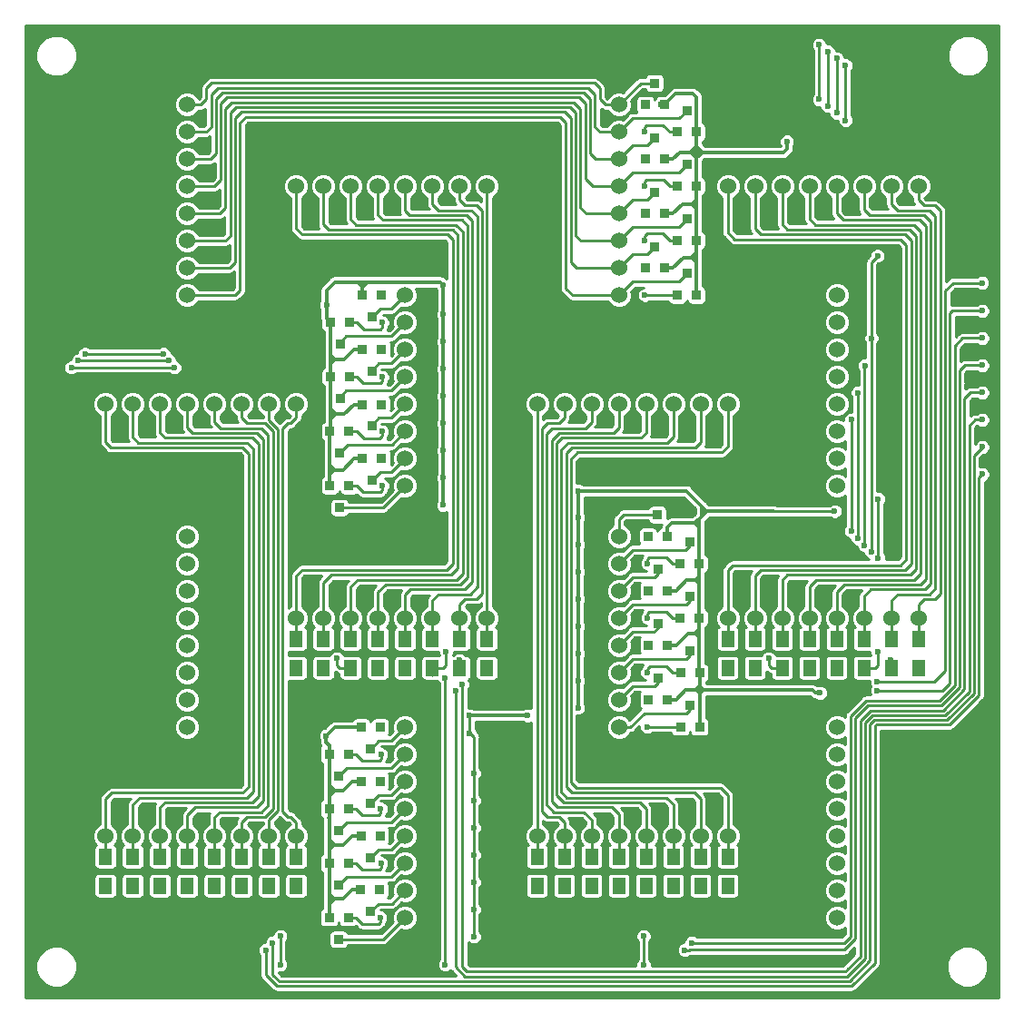
<source format=gbr>
G04 #@! TF.GenerationSoftware,KiCad,Pcbnew,(5.0.0)*
G04 #@! TF.CreationDate,2018-10-21T16:46:55+02:00*
G04 #@! TF.ProjectId,DispalyBoard,44697370616C79426F6172642E6B6963,0.2.1*
G04 #@! TF.SameCoordinates,Original*
G04 #@! TF.FileFunction,Copper,L1,Top,Signal*
G04 #@! TF.FilePolarity,Positive*
%FSLAX46Y46*%
G04 Gerber Fmt 4.6, Leading zero omitted, Abs format (unit mm)*
G04 Created by KiCad (PCBNEW (5.0.0)) date 10/21/18 16:46:55*
%MOMM*%
%LPD*%
G01*
G04 APERTURE LIST*
G04 #@! TA.AperFunction,ComponentPad*
%ADD10C,1.524000*%
G04 #@! TD*
G04 #@! TA.AperFunction,SMDPad,CuDef*
%ADD11R,1.300000X1.500000*%
G04 #@! TD*
G04 #@! TA.AperFunction,SMDPad,CuDef*
%ADD12R,0.914400X0.914400*%
G04 #@! TD*
G04 #@! TA.AperFunction,ViaPad*
%ADD13C,0.600000*%
G04 #@! TD*
G04 #@! TA.AperFunction,Conductor*
%ADD14C,0.350000*%
G04 #@! TD*
G04 #@! TA.AperFunction,Conductor*
%ADD15C,0.250000*%
G04 #@! TD*
G04 APERTURE END LIST*
D10*
G04 #@! TO.P,DS4,8*
G04 #@! TO.N,/C24*
X168529000Y-127635000D03*
G04 #@! TO.P,DS4,7*
G04 #@! TO.N,/C23*
X165989000Y-127635000D03*
G04 #@! TO.P,DS4,4*
G04 #@! TO.N,/C20*
X158369000Y-127635000D03*
G04 #@! TO.P,DS4,5*
G04 #@! TO.N,/C21*
X160909000Y-127635000D03*
G04 #@! TO.P,DS4,6*
G04 #@! TO.N,/C22*
X163449000Y-127635000D03*
G04 #@! TO.P,DS4,3*
G04 #@! TO.N,/C19*
X155829000Y-127635000D03*
G04 #@! TO.P,DS4,2*
G04 #@! TO.N,/C18*
X153289000Y-127635000D03*
G04 #@! TO.P,DS4,1*
G04 #@! TO.N,/C17*
X150749000Y-127635000D03*
G04 #@! TO.P,DS4,10*
G04 #@! TO.N,/R31*
X178689000Y-132715000D03*
G04 #@! TO.P,DS4,11*
G04 #@! TO.N,/R30*
X178689000Y-130175000D03*
G04 #@! TO.P,DS4,9*
G04 #@! TO.N,/R32*
X178689000Y-135255000D03*
G04 #@! TO.P,DS4,13*
G04 #@! TO.N,/R28*
X178689000Y-125095000D03*
G04 #@! TO.P,DS4,14*
G04 #@! TO.N,/R27*
X178689000Y-122555000D03*
G04 #@! TO.P,DS4,15*
G04 #@! TO.N,/R26*
X178689000Y-120015000D03*
G04 #@! TO.P,DS4,16*
G04 #@! TO.N,/R25*
X178689000Y-117475000D03*
G04 #@! TO.P,DS4,17*
G04 #@! TO.N,/C32*
X186309000Y-107315000D03*
G04 #@! TO.P,DS4,18*
G04 #@! TO.N,/C31*
X183769000Y-107315000D03*
G04 #@! TO.P,DS4,19*
G04 #@! TO.N,/C30*
X181229000Y-107315000D03*
G04 #@! TO.P,DS4,20*
G04 #@! TO.N,/C29*
X178689000Y-107315000D03*
G04 #@! TO.P,DS4,21*
G04 #@! TO.N,/C28*
X176149000Y-107315000D03*
G04 #@! TO.P,DS4,22*
G04 #@! TO.N,/C27*
X173609000Y-107315000D03*
G04 #@! TO.P,DS4,23*
G04 #@! TO.N,/C26*
X171069000Y-107315000D03*
G04 #@! TO.P,DS4,24*
G04 #@! TO.N,/C25*
X168529000Y-107315000D03*
G04 #@! TO.P,DS4,25*
G04 #@! TO.N,/R17*
X158369000Y-99695000D03*
G04 #@! TO.P,DS4,26*
G04 #@! TO.N,/R18*
X158369000Y-102235000D03*
G04 #@! TO.P,DS4,27*
G04 #@! TO.N,/R19*
X158369000Y-104775000D03*
G04 #@! TO.P,DS4,28*
G04 #@! TO.N,/R20*
X158369000Y-107315000D03*
G04 #@! TO.P,DS4,29*
G04 #@! TO.N,/R21*
X158369000Y-109855000D03*
G04 #@! TO.P,DS4,30*
G04 #@! TO.N,/R22*
X158369000Y-112395000D03*
G04 #@! TO.P,DS4,31*
G04 #@! TO.N,/R23*
X158369000Y-114935000D03*
G04 #@! TO.P,DS4,32*
G04 #@! TO.N,/R24*
X158369000Y-117475000D03*
G04 #@! TO.P,DS4,12*
G04 #@! TO.N,/R29*
X178689000Y-127635000D03*
G04 #@! TD*
G04 #@! TO.P,DS1,8*
G04 #@! TO.N,/C8*
X128270000Y-87376000D03*
G04 #@! TO.P,DS1,7*
G04 #@! TO.N,/C7*
X125730000Y-87376000D03*
G04 #@! TO.P,DS1,4*
G04 #@! TO.N,/C4*
X118110000Y-87376000D03*
G04 #@! TO.P,DS1,5*
G04 #@! TO.N,/C5*
X120650000Y-87376000D03*
G04 #@! TO.P,DS1,6*
G04 #@! TO.N,/C6*
X123190000Y-87376000D03*
G04 #@! TO.P,DS1,3*
G04 #@! TO.N,/C3*
X115570000Y-87376000D03*
G04 #@! TO.P,DS1,2*
G04 #@! TO.N,/C2*
X113030000Y-87376000D03*
G04 #@! TO.P,DS1,1*
G04 #@! TO.N,/C1*
X110490000Y-87376000D03*
G04 #@! TO.P,DS1,10*
G04 #@! TO.N,/R15*
X138430000Y-92456000D03*
G04 #@! TO.P,DS1,11*
G04 #@! TO.N,/R14*
X138430000Y-89916000D03*
G04 #@! TO.P,DS1,9*
G04 #@! TO.N,/R16*
X138430000Y-94996000D03*
G04 #@! TO.P,DS1,13*
G04 #@! TO.N,/R12*
X138430000Y-84836000D03*
G04 #@! TO.P,DS1,14*
G04 #@! TO.N,/R11*
X138430000Y-82296000D03*
G04 #@! TO.P,DS1,15*
G04 #@! TO.N,/R10*
X138430000Y-79756000D03*
G04 #@! TO.P,DS1,16*
G04 #@! TO.N,/R9*
X138430000Y-77216000D03*
G04 #@! TO.P,DS1,17*
G04 #@! TO.N,/C16*
X146050000Y-67056000D03*
G04 #@! TO.P,DS1,18*
G04 #@! TO.N,/C15*
X143510000Y-67056000D03*
G04 #@! TO.P,DS1,19*
G04 #@! TO.N,/C14*
X140970000Y-67056000D03*
G04 #@! TO.P,DS1,20*
G04 #@! TO.N,/C13*
X138430000Y-67056000D03*
G04 #@! TO.P,DS1,21*
G04 #@! TO.N,/C12*
X135890000Y-67056000D03*
G04 #@! TO.P,DS1,22*
G04 #@! TO.N,/C11*
X133350000Y-67056000D03*
G04 #@! TO.P,DS1,23*
G04 #@! TO.N,/C10*
X130810000Y-67056000D03*
G04 #@! TO.P,DS1,24*
G04 #@! TO.N,/C9*
X128270000Y-67056000D03*
G04 #@! TO.P,DS1,25*
G04 #@! TO.N,/R1*
X118110000Y-59436000D03*
G04 #@! TO.P,DS1,26*
G04 #@! TO.N,/R2*
X118110000Y-61976000D03*
G04 #@! TO.P,DS1,27*
G04 #@! TO.N,/R3*
X118110000Y-64516000D03*
G04 #@! TO.P,DS1,28*
G04 #@! TO.N,/R4*
X118110000Y-67056000D03*
G04 #@! TO.P,DS1,29*
G04 #@! TO.N,/R5*
X118110000Y-69596000D03*
G04 #@! TO.P,DS1,30*
G04 #@! TO.N,/R6*
X118110000Y-72136000D03*
G04 #@! TO.P,DS1,31*
G04 #@! TO.N,/R7*
X118110000Y-74676000D03*
G04 #@! TO.P,DS1,32*
G04 #@! TO.N,/R8*
X118110000Y-77216000D03*
G04 #@! TO.P,DS1,12*
G04 #@! TO.N,/R13*
X138430000Y-87376000D03*
G04 #@! TD*
G04 #@! TO.P,DS3,8*
G04 #@! TO.N,/C24*
X168529000Y-87376000D03*
G04 #@! TO.P,DS3,7*
G04 #@! TO.N,/C23*
X165989000Y-87376000D03*
G04 #@! TO.P,DS3,4*
G04 #@! TO.N,/C20*
X158369000Y-87376000D03*
G04 #@! TO.P,DS3,5*
G04 #@! TO.N,/C21*
X160909000Y-87376000D03*
G04 #@! TO.P,DS3,6*
G04 #@! TO.N,/C22*
X163449000Y-87376000D03*
G04 #@! TO.P,DS3,3*
G04 #@! TO.N,/C19*
X155829000Y-87376000D03*
G04 #@! TO.P,DS3,2*
G04 #@! TO.N,/C18*
X153289000Y-87376000D03*
G04 #@! TO.P,DS3,1*
G04 #@! TO.N,/C17*
X150749000Y-87376000D03*
G04 #@! TO.P,DS3,10*
G04 #@! TO.N,/R15*
X178689000Y-92456000D03*
G04 #@! TO.P,DS3,11*
G04 #@! TO.N,/R14*
X178689000Y-89916000D03*
G04 #@! TO.P,DS3,9*
G04 #@! TO.N,/R16*
X178689000Y-94996000D03*
G04 #@! TO.P,DS3,13*
G04 #@! TO.N,/R12*
X178689000Y-84836000D03*
G04 #@! TO.P,DS3,14*
G04 #@! TO.N,/R11*
X178689000Y-82296000D03*
G04 #@! TO.P,DS3,15*
G04 #@! TO.N,/R10*
X178689000Y-79756000D03*
G04 #@! TO.P,DS3,16*
G04 #@! TO.N,/R9*
X178689000Y-77216000D03*
G04 #@! TO.P,DS3,17*
G04 #@! TO.N,/C32*
X186309000Y-67056000D03*
G04 #@! TO.P,DS3,18*
G04 #@! TO.N,/C31*
X183769000Y-67056000D03*
G04 #@! TO.P,DS3,19*
G04 #@! TO.N,/C30*
X181229000Y-67056000D03*
G04 #@! TO.P,DS3,20*
G04 #@! TO.N,/C29*
X178689000Y-67056000D03*
G04 #@! TO.P,DS3,21*
G04 #@! TO.N,/C28*
X176149000Y-67056000D03*
G04 #@! TO.P,DS3,22*
G04 #@! TO.N,/C27*
X173609000Y-67056000D03*
G04 #@! TO.P,DS3,23*
G04 #@! TO.N,/C26*
X171069000Y-67056000D03*
G04 #@! TO.P,DS3,24*
G04 #@! TO.N,/C25*
X168529000Y-67056000D03*
G04 #@! TO.P,DS3,25*
G04 #@! TO.N,/R1*
X158369000Y-59436000D03*
G04 #@! TO.P,DS3,26*
G04 #@! TO.N,/R2*
X158369000Y-61976000D03*
G04 #@! TO.P,DS3,27*
G04 #@! TO.N,/R3*
X158369000Y-64516000D03*
G04 #@! TO.P,DS3,28*
G04 #@! TO.N,/R4*
X158369000Y-67056000D03*
G04 #@! TO.P,DS3,29*
G04 #@! TO.N,/R5*
X158369000Y-69596000D03*
G04 #@! TO.P,DS3,30*
G04 #@! TO.N,/R6*
X158369000Y-72136000D03*
G04 #@! TO.P,DS3,31*
G04 #@! TO.N,/R7*
X158369000Y-74676000D03*
G04 #@! TO.P,DS3,32*
G04 #@! TO.N,/R8*
X158369000Y-77216000D03*
G04 #@! TO.P,DS3,12*
G04 #@! TO.N,/R13*
X178689000Y-87376000D03*
G04 #@! TD*
G04 #@! TO.P,DS2,8*
G04 #@! TO.N,/C8*
X128270000Y-127635000D03*
G04 #@! TO.P,DS2,7*
G04 #@! TO.N,/C7*
X125730000Y-127635000D03*
G04 #@! TO.P,DS2,4*
G04 #@! TO.N,/C4*
X118110000Y-127635000D03*
G04 #@! TO.P,DS2,5*
G04 #@! TO.N,/C5*
X120650000Y-127635000D03*
G04 #@! TO.P,DS2,6*
G04 #@! TO.N,/C6*
X123190000Y-127635000D03*
G04 #@! TO.P,DS2,3*
G04 #@! TO.N,/C3*
X115570000Y-127635000D03*
G04 #@! TO.P,DS2,2*
G04 #@! TO.N,/C2*
X113030000Y-127635000D03*
G04 #@! TO.P,DS2,1*
G04 #@! TO.N,/C1*
X110490000Y-127635000D03*
G04 #@! TO.P,DS2,10*
G04 #@! TO.N,/R31*
X138430000Y-132715000D03*
G04 #@! TO.P,DS2,11*
G04 #@! TO.N,/R30*
X138430000Y-130175000D03*
G04 #@! TO.P,DS2,9*
G04 #@! TO.N,/R32*
X138430000Y-135255000D03*
G04 #@! TO.P,DS2,13*
G04 #@! TO.N,/R28*
X138430000Y-125095000D03*
G04 #@! TO.P,DS2,14*
G04 #@! TO.N,/R27*
X138430000Y-122555000D03*
G04 #@! TO.P,DS2,15*
G04 #@! TO.N,/R26*
X138430000Y-120015000D03*
G04 #@! TO.P,DS2,16*
G04 #@! TO.N,/R25*
X138430000Y-117475000D03*
G04 #@! TO.P,DS2,17*
G04 #@! TO.N,/C16*
X146050000Y-107315000D03*
G04 #@! TO.P,DS2,18*
G04 #@! TO.N,/C15*
X143510000Y-107315000D03*
G04 #@! TO.P,DS2,19*
G04 #@! TO.N,/C14*
X140970000Y-107315000D03*
G04 #@! TO.P,DS2,20*
G04 #@! TO.N,/C13*
X138430000Y-107315000D03*
G04 #@! TO.P,DS2,21*
G04 #@! TO.N,/C12*
X135890000Y-107315000D03*
G04 #@! TO.P,DS2,22*
G04 #@! TO.N,/C11*
X133350000Y-107315000D03*
G04 #@! TO.P,DS2,23*
G04 #@! TO.N,/C10*
X130810000Y-107315000D03*
G04 #@! TO.P,DS2,24*
G04 #@! TO.N,/C9*
X128270000Y-107315000D03*
G04 #@! TO.P,DS2,25*
G04 #@! TO.N,/R17*
X118110000Y-99695000D03*
G04 #@! TO.P,DS2,26*
G04 #@! TO.N,/R18*
X118110000Y-102235000D03*
G04 #@! TO.P,DS2,27*
G04 #@! TO.N,/R19*
X118110000Y-104775000D03*
G04 #@! TO.P,DS2,28*
G04 #@! TO.N,/R20*
X118110000Y-107315000D03*
G04 #@! TO.P,DS2,29*
G04 #@! TO.N,/R21*
X118110000Y-109855000D03*
G04 #@! TO.P,DS2,30*
G04 #@! TO.N,/R22*
X118110000Y-112395000D03*
G04 #@! TO.P,DS2,31*
G04 #@! TO.N,/R23*
X118110000Y-114935000D03*
G04 #@! TO.P,DS2,32*
G04 #@! TO.N,/R24*
X118110000Y-117475000D03*
G04 #@! TO.P,DS2,12*
G04 #@! TO.N,/R29*
X138430000Y-127635000D03*
G04 #@! TD*
D11*
G04 #@! TO.P,R32,1*
G04 #@! TO.N,Net-(R32-Pad1)*
X186309000Y-111967000D03*
G04 #@! TO.P,R32,2*
G04 #@! TO.N,/C32*
X186309000Y-109267000D03*
G04 #@! TD*
G04 #@! TO.P,R31,1*
G04 #@! TO.N,Net-(R31-Pad1)*
X183769000Y-111967000D03*
G04 #@! TO.P,R31,2*
G04 #@! TO.N,/C31*
X183769000Y-109267000D03*
G04 #@! TD*
G04 #@! TO.P,R30,1*
G04 #@! TO.N,Net-(R30-Pad1)*
X181229000Y-111967000D03*
G04 #@! TO.P,R30,2*
G04 #@! TO.N,/C30*
X181229000Y-109267000D03*
G04 #@! TD*
G04 #@! TO.P,R29,1*
G04 #@! TO.N,Net-(R29-Pad1)*
X178689000Y-111967000D03*
G04 #@! TO.P,R29,2*
G04 #@! TO.N,/C29*
X178689000Y-109267000D03*
G04 #@! TD*
G04 #@! TO.P,R28,1*
G04 #@! TO.N,Net-(R28-Pad1)*
X176149000Y-111967000D03*
G04 #@! TO.P,R28,2*
G04 #@! TO.N,/C28*
X176149000Y-109267000D03*
G04 #@! TD*
G04 #@! TO.P,R27,1*
G04 #@! TO.N,Net-(R27-Pad1)*
X173609000Y-111967000D03*
G04 #@! TO.P,R27,2*
G04 #@! TO.N,/C27*
X173609000Y-109267000D03*
G04 #@! TD*
G04 #@! TO.P,R26,1*
G04 #@! TO.N,Net-(R26-Pad1)*
X171069000Y-111967000D03*
G04 #@! TO.P,R26,2*
G04 #@! TO.N,/C26*
X171069000Y-109267000D03*
G04 #@! TD*
G04 #@! TO.P,R25,1*
G04 #@! TO.N,Net-(R25-Pad1)*
X168529000Y-111967000D03*
G04 #@! TO.P,R25,2*
G04 #@! TO.N,/C25*
X168529000Y-109267000D03*
G04 #@! TD*
G04 #@! TO.P,R24,1*
G04 #@! TO.N,Net-(R24-Pad1)*
X168529000Y-132287000D03*
G04 #@! TO.P,R24,2*
G04 #@! TO.N,/C24*
X168529000Y-129587000D03*
G04 #@! TD*
G04 #@! TO.P,R23,1*
G04 #@! TO.N,Net-(R23-Pad1)*
X165989000Y-132287000D03*
G04 #@! TO.P,R23,2*
G04 #@! TO.N,/C23*
X165989000Y-129587000D03*
G04 #@! TD*
G04 #@! TO.P,R22,1*
G04 #@! TO.N,Net-(R22-Pad1)*
X163449000Y-132287000D03*
G04 #@! TO.P,R22,2*
G04 #@! TO.N,/C22*
X163449000Y-129587000D03*
G04 #@! TD*
G04 #@! TO.P,R21,1*
G04 #@! TO.N,Net-(R21-Pad1)*
X160909000Y-132287000D03*
G04 #@! TO.P,R21,2*
G04 #@! TO.N,/C21*
X160909000Y-129587000D03*
G04 #@! TD*
G04 #@! TO.P,R20,1*
G04 #@! TO.N,Net-(R20-Pad1)*
X158369000Y-132287000D03*
G04 #@! TO.P,R20,2*
G04 #@! TO.N,/C20*
X158369000Y-129587000D03*
G04 #@! TD*
G04 #@! TO.P,R19,1*
G04 #@! TO.N,Net-(R19-Pad1)*
X155829000Y-132287000D03*
G04 #@! TO.P,R19,2*
G04 #@! TO.N,/C19*
X155829000Y-129587000D03*
G04 #@! TD*
G04 #@! TO.P,R18,1*
G04 #@! TO.N,Net-(R18-Pad1)*
X153289000Y-132287000D03*
G04 #@! TO.P,R18,2*
G04 #@! TO.N,/C18*
X153289000Y-129587000D03*
G04 #@! TD*
G04 #@! TO.P,R17,1*
G04 #@! TO.N,Net-(R17-Pad1)*
X150749000Y-132287000D03*
G04 #@! TO.P,R17,2*
G04 #@! TO.N,/C17*
X150749000Y-129587000D03*
G04 #@! TD*
G04 #@! TO.P,R16,1*
G04 #@! TO.N,Net-(R16-Pad1)*
X146050000Y-111967000D03*
G04 #@! TO.P,R16,2*
G04 #@! TO.N,/C16*
X146050000Y-109267000D03*
G04 #@! TD*
G04 #@! TO.P,R15,1*
G04 #@! TO.N,Net-(R15-Pad1)*
X143510000Y-111967000D03*
G04 #@! TO.P,R15,2*
G04 #@! TO.N,/C15*
X143510000Y-109267000D03*
G04 #@! TD*
G04 #@! TO.P,R14,1*
G04 #@! TO.N,Net-(R14-Pad1)*
X140970000Y-111967000D03*
G04 #@! TO.P,R14,2*
G04 #@! TO.N,/C14*
X140970000Y-109267000D03*
G04 #@! TD*
G04 #@! TO.P,R13,1*
G04 #@! TO.N,Net-(R13-Pad1)*
X138430000Y-111967000D03*
G04 #@! TO.P,R13,2*
G04 #@! TO.N,/C13*
X138430000Y-109267000D03*
G04 #@! TD*
G04 #@! TO.P,R12,1*
G04 #@! TO.N,Net-(R12-Pad1)*
X135890000Y-111967000D03*
G04 #@! TO.P,R12,2*
G04 #@! TO.N,/C12*
X135890000Y-109267000D03*
G04 #@! TD*
G04 #@! TO.P,R11,1*
G04 #@! TO.N,Net-(R11-Pad1)*
X133350000Y-111967000D03*
G04 #@! TO.P,R11,2*
G04 #@! TO.N,/C11*
X133350000Y-109267000D03*
G04 #@! TD*
G04 #@! TO.P,R10,1*
G04 #@! TO.N,Net-(R10-Pad1)*
X130810000Y-111967000D03*
G04 #@! TO.P,R10,2*
G04 #@! TO.N,/C10*
X130810000Y-109267000D03*
G04 #@! TD*
G04 #@! TO.P,R9,1*
G04 #@! TO.N,Net-(R9-Pad1)*
X128270000Y-111967000D03*
G04 #@! TO.P,R9,2*
G04 #@! TO.N,/C9*
X128270000Y-109267000D03*
G04 #@! TD*
G04 #@! TO.P,R8,1*
G04 #@! TO.N,Net-(R8-Pad1)*
X128270000Y-132287000D03*
G04 #@! TO.P,R8,2*
G04 #@! TO.N,/C8*
X128270000Y-129587000D03*
G04 #@! TD*
G04 #@! TO.P,R7,1*
G04 #@! TO.N,Net-(R7-Pad1)*
X125730000Y-132287000D03*
G04 #@! TO.P,R7,2*
G04 #@! TO.N,/C7*
X125730000Y-129587000D03*
G04 #@! TD*
G04 #@! TO.P,R6,1*
G04 #@! TO.N,Net-(R6-Pad1)*
X123190000Y-132287000D03*
G04 #@! TO.P,R6,2*
G04 #@! TO.N,/C6*
X123190000Y-129587000D03*
G04 #@! TD*
G04 #@! TO.P,R5,1*
G04 #@! TO.N,Net-(R5-Pad1)*
X120650000Y-132287000D03*
G04 #@! TO.P,R5,2*
G04 #@! TO.N,/C5*
X120650000Y-129587000D03*
G04 #@! TD*
G04 #@! TO.P,R4,1*
G04 #@! TO.N,Net-(R4-Pad1)*
X118110000Y-132287000D03*
G04 #@! TO.P,R4,2*
G04 #@! TO.N,/C4*
X118110000Y-129587000D03*
G04 #@! TD*
G04 #@! TO.P,R3,1*
G04 #@! TO.N,Net-(R3-Pad1)*
X115570000Y-132287000D03*
G04 #@! TO.P,R3,2*
G04 #@! TO.N,/C3*
X115570000Y-129587000D03*
G04 #@! TD*
G04 #@! TO.P,R2,1*
G04 #@! TO.N,Net-(R2-Pad1)*
X113030000Y-132287000D03*
G04 #@! TO.P,R2,2*
G04 #@! TO.N,/C2*
X113030000Y-129587000D03*
G04 #@! TD*
G04 #@! TO.P,R1,1*
G04 #@! TO.N,Net-(R1-Pad1)*
X110490000Y-132287000D03*
G04 #@! TO.P,R1,2*
G04 #@! TO.N,/C1*
X110490000Y-129587000D03*
G04 #@! TD*
D12*
G04 #@! TO.P,Q12,1*
G04 #@! TO.N,Net-(Q12-Pad1)*
X133121400Y-125095000D03*
G04 #@! TO.P,Q12,2*
G04 #@! TO.N,+3V3*
X131343400Y-125095000D03*
G04 #@! TO.P,Q12,3*
G04 #@! TO.N,/R28*
X132232400Y-127111760D03*
G04 #@! TD*
G04 #@! TO.P,Q22,1*
G04 #@! TO.N,Net-(Q22-Pad1)*
X133197600Y-89916000D03*
G04 #@! TO.P,Q22,2*
G04 #@! TO.N,+3V3*
X131419600Y-89916000D03*
G04 #@! TO.P,Q22,3*
G04 #@! TO.N,/R14*
X132308600Y-91932760D03*
G04 #@! TD*
G04 #@! TO.P,Q32,1*
G04 #@! TO.N,Net-(Q32-Pad1)*
X163830000Y-77200760D03*
G04 #@! TO.P,Q32,2*
G04 #@! TO.N,+3V3*
X165608000Y-77200760D03*
G04 #@! TO.P,Q32,3*
G04 #@! TO.N,/R8*
X164719000Y-75184000D03*
G04 #@! TD*
G04 #@! TO.P,Q31,1*
G04 #@! TO.N,Net-(Q31-Pad1)*
X160832800Y-74676000D03*
G04 #@! TO.P,Q31,2*
G04 #@! TO.N,+3V3*
X162610800Y-74676000D03*
G04 #@! TO.P,Q31,3*
G04 #@! TO.N,/R7*
X161721800Y-72659240D03*
G04 #@! TD*
G04 #@! TO.P,Q30,1*
G04 #@! TO.N,Net-(Q30-Pad1)*
X163830000Y-72085200D03*
G04 #@! TO.P,Q30,2*
G04 #@! TO.N,+3V3*
X165608000Y-72085200D03*
G04 #@! TO.P,Q30,3*
G04 #@! TO.N,/R6*
X164719000Y-70068440D03*
G04 #@! TD*
G04 #@! TO.P,Q28,1*
G04 #@! TO.N,Net-(Q28-Pad1)*
X163830000Y-67030600D03*
G04 #@! TO.P,Q28,2*
G04 #@! TO.N,+3V3*
X165608000Y-67030600D03*
G04 #@! TO.P,Q28,3*
G04 #@! TO.N,/R4*
X164719000Y-65013840D03*
G04 #@! TD*
G04 #@! TO.P,Q27,1*
G04 #@! TO.N,Net-(Q27-Pad1)*
X160832800Y-64526160D03*
G04 #@! TO.P,Q27,2*
G04 #@! TO.N,+3V3*
X162610800Y-64526160D03*
G04 #@! TO.P,Q27,3*
G04 #@! TO.N,/R3*
X161721800Y-62509400D03*
G04 #@! TD*
G04 #@! TO.P,Q26,1*
G04 #@! TO.N,Net-(Q26-Pad1)*
X163830000Y-61986160D03*
G04 #@! TO.P,Q26,2*
G04 #@! TO.N,+3V3*
X165608000Y-61986160D03*
G04 #@! TO.P,Q26,3*
G04 #@! TO.N,/R2*
X164719000Y-59969400D03*
G04 #@! TD*
G04 #@! TO.P,Q25,1*
G04 #@! TO.N,Net-(Q25-Pad1)*
X160832800Y-59436000D03*
G04 #@! TO.P,Q25,2*
G04 #@! TO.N,+3V3*
X162610800Y-59436000D03*
G04 #@! TO.P,Q25,3*
G04 #@! TO.N,/R1*
X161721800Y-57419240D03*
G04 #@! TD*
G04 #@! TO.P,Q24,1*
G04 #@! TO.N,Net-(Q24-Pad1)*
X133197600Y-94996000D03*
G04 #@! TO.P,Q24,2*
G04 #@! TO.N,+3V3*
X131419600Y-94996000D03*
G04 #@! TO.P,Q24,3*
G04 #@! TO.N,/R16*
X132308600Y-97012760D03*
G04 #@! TD*
G04 #@! TO.P,Q23,1*
G04 #@! TO.N,Net-(Q23-Pad1)*
X136245600Y-92456000D03*
G04 #@! TO.P,Q23,2*
G04 #@! TO.N,+3V3*
X134467600Y-92456000D03*
G04 #@! TO.P,Q23,3*
G04 #@! TO.N,/R15*
X135356600Y-94472760D03*
G04 #@! TD*
G04 #@! TO.P,Q21,1*
G04 #@! TO.N,Net-(Q21-Pad1)*
X136220200Y-87401400D03*
G04 #@! TO.P,Q21,2*
G04 #@! TO.N,+3V3*
X134442200Y-87401400D03*
G04 #@! TO.P,Q21,3*
G04 #@! TO.N,/R13*
X135331200Y-89418160D03*
G04 #@! TD*
G04 #@! TO.P,Q20,1*
G04 #@! TO.N,Net-(Q20-Pad1)*
X133248400Y-84836000D03*
G04 #@! TO.P,Q20,2*
G04 #@! TO.N,+3V3*
X131470400Y-84836000D03*
G04 #@! TO.P,Q20,3*
G04 #@! TO.N,/R12*
X132359400Y-86852760D03*
G04 #@! TD*
G04 #@! TO.P,Q19,1*
G04 #@! TO.N,Net-(Q19-Pad1)*
X136245600Y-82296000D03*
G04 #@! TO.P,Q19,2*
G04 #@! TO.N,+3V3*
X134467600Y-82296000D03*
G04 #@! TO.P,Q19,3*
G04 #@! TO.N,/R11*
X135356600Y-84312760D03*
G04 #@! TD*
G04 #@! TO.P,Q18,1*
G04 #@! TO.N,Net-(Q18-Pad1)*
X133248400Y-79745840D03*
G04 #@! TO.P,Q18,2*
G04 #@! TO.N,+3V3*
X131470400Y-79745840D03*
G04 #@! TO.P,Q18,3*
G04 #@! TO.N,/R10*
X132359400Y-81762600D03*
G04 #@! TD*
G04 #@! TO.P,Q17,1*
G04 #@! TO.N,Net-(Q17-Pad1)*
X136245600Y-77216000D03*
G04 #@! TO.P,Q17,2*
G04 #@! TO.N,+3V3*
X134467600Y-77216000D03*
G04 #@! TO.P,Q17,3*
G04 #@! TO.N,/R9*
X135356600Y-79232760D03*
G04 #@! TD*
G04 #@! TO.P,Q16,1*
G04 #@! TO.N,Net-(Q16-Pad1)*
X133121400Y-135255000D03*
G04 #@! TO.P,Q16,2*
G04 #@! TO.N,+3V3*
X131343400Y-135255000D03*
G04 #@! TO.P,Q16,3*
G04 #@! TO.N,/R32*
X132232400Y-137271760D03*
G04 #@! TD*
G04 #@! TO.P,Q15,1*
G04 #@! TO.N,Net-(Q15-Pad1)*
X136067800Y-132664200D03*
G04 #@! TO.P,Q15,2*
G04 #@! TO.N,+3V3*
X134289800Y-132664200D03*
G04 #@! TO.P,Q15,3*
G04 #@! TO.N,/R31*
X135178800Y-134680960D03*
G04 #@! TD*
G04 #@! TO.P,Q14,1*
G04 #@! TO.N,Net-(Q14-Pad1)*
X133121400Y-130164840D03*
G04 #@! TO.P,Q14,2*
G04 #@! TO.N,+3V3*
X131343400Y-130164840D03*
G04 #@! TO.P,Q14,3*
G04 #@! TO.N,/R30*
X132232400Y-132181600D03*
G04 #@! TD*
G04 #@! TO.P,Q13,1*
G04 #@! TO.N,Net-(Q13-Pad1)*
X136118600Y-127635000D03*
G04 #@! TO.P,Q13,2*
G04 #@! TO.N,+3V3*
X134340600Y-127635000D03*
G04 #@! TO.P,Q13,3*
G04 #@! TO.N,/R29*
X135229600Y-129651760D03*
G04 #@! TD*
G04 #@! TO.P,Q11,1*
G04 #@! TO.N,Net-(Q11-Pad1)*
X136093200Y-122555000D03*
G04 #@! TO.P,Q11,2*
G04 #@! TO.N,+3V3*
X134315200Y-122555000D03*
G04 #@! TO.P,Q11,3*
G04 #@! TO.N,/R27*
X135204200Y-124571760D03*
G04 #@! TD*
G04 #@! TO.P,Q10,1*
G04 #@! TO.N,Net-(Q10-Pad1)*
X133121400Y-120015000D03*
G04 #@! TO.P,Q10,2*
G04 #@! TO.N,+3V3*
X131343400Y-120015000D03*
G04 #@! TO.P,Q10,3*
G04 #@! TO.N,/R26*
X132232400Y-122031760D03*
G04 #@! TD*
G04 #@! TO.P,Q9,1*
G04 #@! TO.N,Net-(Q9-Pad1)*
X136118600Y-117475000D03*
G04 #@! TO.P,Q9,2*
G04 #@! TO.N,+3V3*
X134340600Y-117475000D03*
G04 #@! TO.P,Q9,3*
G04 #@! TO.N,/R25*
X135229600Y-119491760D03*
G04 #@! TD*
G04 #@! TO.P,Q8,1*
G04 #@! TO.N,Net-(Q8-Pad1)*
X164109400Y-117485160D03*
G04 #@! TO.P,Q8,2*
G04 #@! TO.N,+3V3*
X165887400Y-117485160D03*
G04 #@! TO.P,Q8,3*
G04 #@! TO.N,/R24*
X164998400Y-115468400D03*
G04 #@! TD*
G04 #@! TO.P,Q7,1*
G04 #@! TO.N,Net-(Q7-Pad1)*
X161112200Y-114935000D03*
G04 #@! TO.P,Q7,2*
G04 #@! TO.N,+3V3*
X162890200Y-114935000D03*
G04 #@! TO.P,Q7,3*
G04 #@! TO.N,/R23*
X162001200Y-112918240D03*
G04 #@! TD*
G04 #@! TO.P,Q6,1*
G04 #@! TO.N,Net-(Q6-Pad1)*
X164109400Y-112405160D03*
G04 #@! TO.P,Q6,2*
G04 #@! TO.N,+3V3*
X165887400Y-112405160D03*
G04 #@! TO.P,Q6,3*
G04 #@! TO.N,/R22*
X164998400Y-110388400D03*
G04 #@! TD*
G04 #@! TO.P,Q5,1*
G04 #@! TO.N,Net-(Q5-Pad1)*
X161112200Y-109855000D03*
G04 #@! TO.P,Q5,2*
G04 #@! TO.N,+3V3*
X162890200Y-109855000D03*
G04 #@! TO.P,Q5,3*
G04 #@! TO.N,/R21*
X162001200Y-107838240D03*
G04 #@! TD*
G04 #@! TO.P,Q4,1*
G04 #@! TO.N,Net-(Q4-Pad1)*
X164084000Y-107299760D03*
G04 #@! TO.P,Q4,2*
G04 #@! TO.N,+3V3*
X165862000Y-107299760D03*
G04 #@! TO.P,Q4,3*
G04 #@! TO.N,/R20*
X164973000Y-105283000D03*
G04 #@! TD*
G04 #@! TO.P,Q3,1*
G04 #@! TO.N,Net-(Q3-Pad1)*
X161112200Y-104775000D03*
G04 #@! TO.P,Q3,2*
G04 #@! TO.N,+3V3*
X162890200Y-104775000D03*
G04 #@! TO.P,Q3,3*
G04 #@! TO.N,/R19*
X162001200Y-102758240D03*
G04 #@! TD*
G04 #@! TO.P,Q2,1*
G04 #@! TO.N,Net-(Q2-Pad1)*
X164084000Y-102235000D03*
G04 #@! TO.P,Q2,2*
G04 #@! TO.N,+3V3*
X165862000Y-102235000D03*
G04 #@! TO.P,Q2,3*
G04 #@! TO.N,/R18*
X164973000Y-100218240D03*
G04 #@! TD*
G04 #@! TO.P,Q1,1*
G04 #@! TO.N,Net-(Q1-Pad1)*
X161086800Y-99695000D03*
G04 #@! TO.P,Q1,2*
G04 #@! TO.N,+3V3*
X162864800Y-99695000D03*
G04 #@! TO.P,Q1,3*
G04 #@! TO.N,/R17*
X161975800Y-97678240D03*
G04 #@! TD*
G04 #@! TO.P,Q29,1*
G04 #@! TO.N,Net-(Q29-Pad1)*
X160807400Y-69596000D03*
G04 #@! TO.P,Q29,2*
G04 #@! TO.N,+3V3*
X162585400Y-69596000D03*
G04 #@! TO.P,Q29,3*
G04 #@! TO.N,/R5*
X161696400Y-67579240D03*
G04 #@! TD*
D13*
G04 #@! TO.N,+3V3*
X154559000Y-95440500D03*
X178498500Y-97345500D03*
X149860000Y-116395500D03*
X177139600Y-114300000D03*
X154559000Y-115697000D03*
X144462500Y-116395500D03*
X144843500Y-137033000D03*
X141986000Y-76263500D03*
X154559000Y-97917000D03*
X154559000Y-100457000D03*
X154559000Y-102997000D03*
X154559000Y-105537000D03*
X154559000Y-108077000D03*
X154559000Y-110617000D03*
X154559000Y-113157000D03*
X144462500Y-118110000D03*
X144843500Y-121793000D03*
X144843500Y-124333000D03*
X144843500Y-126873000D03*
X144843500Y-129413000D03*
X144843500Y-131953000D03*
X144843500Y-134493000D03*
X141986000Y-91694000D03*
X141986000Y-96774000D03*
X141986000Y-94234000D03*
X141986000Y-78994000D03*
X141986000Y-81534000D03*
X141986000Y-84074000D03*
X141986000Y-86614000D03*
X141986000Y-89154000D03*
X131089400Y-78105000D03*
X162275198Y-59436000D03*
X174040800Y-62865000D03*
X131064000Y-118300500D03*
G04 #@! TO.N,GND*
X116395500Y-139954000D03*
X167259000Y-98806000D03*
X171831000Y-58293000D03*
X123101100Y-120281700D03*
X137223500Y-115316000D03*
X125857000Y-77152500D03*
X159893000Y-136334500D03*
X157099000Y-133604000D03*
X134683500Y-105473500D03*
X116903500Y-133667500D03*
X177546000Y-64135000D03*
X174752000Y-105664000D03*
X124523500Y-83058000D03*
X118745000Y-85598000D03*
X137223500Y-113284000D03*
X158877000Y-138912600D03*
X183286400Y-76098400D03*
X180848000Y-76098400D03*
G04 #@! TO.N,/CLK*
X180657500Y-99885500D03*
X180657500Y-86296500D03*
X177863500Y-54483000D03*
X177863500Y-59563000D03*
X116395500Y-83312000D03*
X107950000Y-83312000D03*
G04 #@! TO.N,/LAT*
X178689000Y-55118000D03*
X178689000Y-60198000D03*
X115887500Y-82677000D03*
X108585000Y-82677000D03*
X181287999Y-100535580D03*
X181302500Y-83769200D03*
G04 #@! TO.N,/RESET*
X160680400Y-136982200D03*
X160680400Y-139674600D03*
X142163800Y-112887600D03*
X142163800Y-139649200D03*
X126796800Y-136982200D03*
X126796800Y-139649200D03*
G04 #@! TO.N,/RST*
X177038000Y-53848000D03*
X177038000Y-58928000D03*
X116903500Y-83947000D03*
X107315000Y-83947000D03*
X180032500Y-99213041D03*
X180032500Y-88823800D03*
G04 #@! TO.N,/OE*
X181927500Y-81216500D03*
X181927500Y-101155500D03*
X179514500Y-55753000D03*
X179514500Y-60896500D03*
X182499000Y-73533000D03*
G04 #@! TO.N,Net-(Q1-Pad1)*
X161086800Y-99695000D03*
G04 #@! TO.N,Net-(Q2-Pad1)*
X161049051Y-102230137D03*
G04 #@! TO.N,Net-(Q3-Pad1)*
X161112200Y-104775000D03*
G04 #@! TO.N,Net-(Q4-Pad1)*
X161049051Y-107310137D03*
G04 #@! TO.N,Net-(Q5-Pad1)*
X161112200Y-109855000D03*
G04 #@! TO.N,Net-(Q6-Pad1)*
X161003000Y-112395000D03*
G04 #@! TO.N,Net-(Q7-Pad1)*
X161112200Y-114935000D03*
G04 #@! TO.N,Net-(Q8-Pad1)*
X161003000Y-117475000D03*
X161003000Y-117475000D03*
G04 #@! TO.N,Net-(Q9-Pad1)*
X136118600Y-117475000D03*
G04 #@! TO.N,Net-(Q10-Pad1)*
X136180445Y-120028434D03*
G04 #@! TO.N,Net-(Q11-Pad1)*
X136093200Y-122555000D03*
G04 #@! TO.N,Net-(Q12-Pad1)*
X136155753Y-125103907D03*
G04 #@! TO.N,Net-(Q13-Pad1)*
X136118600Y-127635000D03*
G04 #@! TO.N,Net-(Q14-Pad1)*
X136180445Y-130188434D03*
G04 #@! TO.N,Net-(Q15-Pad1)*
X136067800Y-132664200D03*
G04 #@! TO.N,Net-(Q16-Pad1)*
X136120677Y-135261001D03*
G04 #@! TO.N,Net-(Q17-Pad1)*
X136245600Y-77216000D03*
G04 #@! TO.N,Net-(Q18-Pad1)*
X136307559Y-79768723D03*
G04 #@! TO.N,Net-(Q19-Pad1)*
X136245600Y-82296000D03*
G04 #@! TO.N,Net-(Q20-Pad1)*
X136307559Y-84848723D03*
G04 #@! TO.N,Net-(Q21-Pad1)*
X136220200Y-87401400D03*
G04 #@! TO.N,Net-(Q22-Pad1)*
X136286240Y-89921806D03*
G04 #@! TO.N,Net-(Q23-Pad1)*
X136245600Y-92456000D03*
G04 #@! TO.N,Net-(Q24-Pad1)*
X136311366Y-94979255D03*
G04 #@! TO.N,Net-(Q25-Pad1)*
X160832800Y-59436000D03*
G04 #@! TO.N,Net-(Q26-Pad1)*
X160771951Y-61966766D03*
G04 #@! TO.N,Net-(Q27-Pad1)*
X160832800Y-64526160D03*
G04 #@! TO.N,Net-(Q28-Pad1)*
X160750965Y-67014204D03*
G04 #@! TO.N,Net-(Q29-Pad1)*
X160807400Y-69596000D03*
G04 #@! TO.N,Net-(Q30-Pad1)*
X160781390Y-72073551D03*
G04 #@! TO.N,Net-(Q31-Pad1)*
X160832800Y-74676000D03*
G04 #@! TO.N,Net-(Q32-Pad1)*
X160799800Y-77190600D03*
G04 #@! TO.N,Net-(R1-Pad1)*
X110490000Y-132270500D03*
G04 #@! TO.N,Net-(R2-Pad1)*
X113030000Y-132270500D03*
G04 #@! TO.N,Net-(R3-Pad1)*
X115570000Y-132287000D03*
G04 #@! TO.N,Net-(R4-Pad1)*
X118110000Y-132334000D03*
G04 #@! TO.N,Net-(R5-Pad1)*
X120650000Y-132334000D03*
G04 #@! TO.N,Net-(R6-Pad1)*
X123190000Y-132287000D03*
G04 #@! TO.N,Net-(R7-Pad1)*
X125730000Y-132334000D03*
G04 #@! TO.N,Net-(R8-Pad1)*
X128270000Y-132334000D03*
G04 #@! TO.N,Net-(R9-Pad1)*
X128270000Y-112014000D03*
G04 #@! TO.N,Net-(R10-Pad1)*
X130810000Y-111950500D03*
G04 #@! TO.N,Net-(R11-Pad1)*
X132080000Y-111061500D03*
G04 #@! TO.N,Net-(R12-Pad1)*
X135890000Y-111950500D03*
G04 #@! TO.N,Net-(R13-Pad1)*
X138430000Y-111950500D03*
G04 #@! TO.N,Net-(R14-Pad1)*
X142240000Y-110426500D03*
G04 #@! TO.N,Net-(R15-Pad1)*
X143510000Y-111252000D03*
G04 #@! TO.N,Net-(R16-Pad1)*
X146050000Y-111950500D03*
G04 #@! TO.N,Net-(R17-Pad1)*
X150749000Y-132334000D03*
G04 #@! TO.N,Net-(R18-Pad1)*
X153289000Y-132334000D03*
G04 #@! TO.N,Net-(R19-Pad1)*
X155829000Y-132287000D03*
G04 #@! TO.N,Net-(R20-Pad1)*
X158369000Y-132397500D03*
G04 #@! TO.N,Net-(R21-Pad1)*
X160909000Y-132270500D03*
G04 #@! TO.N,Net-(R22-Pad1)*
X163449000Y-132287000D03*
G04 #@! TO.N,Net-(R23-Pad1)*
X165989000Y-132270500D03*
G04 #@! TO.N,Net-(R24-Pad1)*
X168529000Y-132334000D03*
G04 #@! TO.N,Net-(R25-Pad1)*
X168529000Y-111950500D03*
G04 #@! TO.N,Net-(R26-Pad1)*
X171069000Y-111950500D03*
G04 #@! TO.N,Net-(R27-Pad1)*
X172339000Y-111061500D03*
G04 #@! TO.N,Net-(R28-Pad1)*
X176149000Y-111887000D03*
G04 #@! TO.N,Net-(R29-Pad1)*
X178689000Y-111887000D03*
G04 #@! TO.N,Net-(R30-Pad1)*
X182499000Y-110426500D03*
G04 #@! TO.N,Net-(R31-Pad1)*
X183705500Y-111188500D03*
G04 #@! TO.N,Net-(R32-Pad1)*
X186245500Y-111950500D03*
G04 #@! TO.N,/MosfetMultiplexer17-24/SIN*
X182562500Y-101727000D03*
X182562500Y-96202500D03*
G04 #@! TO.N,/SDA1*
X125435200Y-138277600D03*
X192263000Y-93903800D03*
G04 #@! TO.N,/SCL1*
X126060200Y-137617200D03*
X192263000Y-91363800D03*
G04 #@! TO.N,/SDA2*
X192263000Y-88823800D03*
X143129001Y-114137600D03*
X192263000Y-88823800D03*
G04 #@! TO.N,/SCL2*
X192263000Y-86283800D03*
X143764000Y-113512600D03*
G04 #@! TO.N,/SDA3*
X164515800Y-138277600D03*
X192263000Y-83743800D03*
G04 #@! TO.N,/SCL3*
X192263000Y-81203800D03*
X165150800Y-137617200D03*
G04 #@! TO.N,/SDA4*
X192263000Y-78663800D03*
X182445500Y-114071400D03*
G04 #@! TO.N,/SCL4*
X182445500Y-113258225D03*
X192252600Y-76047600D03*
G04 #@! TD*
D14*
G04 #@! TO.N,+3V3*
X141986000Y-94234000D02*
X141986000Y-91694000D01*
X141986000Y-91694000D02*
X141986000Y-89154000D01*
X141986000Y-89154000D02*
X141986000Y-86614000D01*
X141986000Y-86614000D02*
X141986000Y-84074000D01*
X141986000Y-84074000D02*
X141986000Y-81534000D01*
X141986000Y-81534000D02*
X141986000Y-78994000D01*
X141986000Y-78994000D02*
X141986000Y-76263500D01*
X141986000Y-96774000D02*
X141986000Y-94678500D01*
X141986000Y-94678500D02*
X141986000Y-94234000D01*
X154559000Y-113157000D02*
X154559000Y-110617000D01*
X154559000Y-110617000D02*
X154559000Y-108077000D01*
X154559000Y-108077000D02*
X154559000Y-105537000D01*
X154559000Y-105537000D02*
X154559000Y-102997000D01*
X154559000Y-102997000D02*
X154559000Y-100457000D01*
X154559000Y-100457000D02*
X154559000Y-97917000D01*
X154559000Y-97917000D02*
X154559000Y-95440500D01*
X154559000Y-115697000D02*
X154559000Y-113157000D01*
X144462500Y-116395500D02*
X149860000Y-116395500D01*
D15*
X178498500Y-97345500D02*
X172783500Y-97345500D01*
X154559000Y-95440500D02*
X154559000Y-97917000D01*
X154559000Y-110617000D02*
X154559000Y-108077000D01*
X154559000Y-108077000D02*
X154559000Y-105537000D01*
X154559000Y-105537000D02*
X154559000Y-102997000D01*
X154559000Y-102997000D02*
X154559000Y-100457000D01*
X154559000Y-100457000D02*
X154559000Y-97917000D01*
X144462500Y-118110000D02*
X144462500Y-116395500D01*
X144843500Y-134493000D02*
X144843500Y-137033000D01*
X144843500Y-134493000D02*
X144843500Y-131953000D01*
X144843500Y-131953000D02*
X144843500Y-129413000D01*
X144843500Y-129413000D02*
X144843500Y-126873000D01*
X144843500Y-126873000D02*
X144843500Y-124333000D01*
X144843500Y-124333000D02*
X144843500Y-121793000D01*
X144843500Y-121793000D02*
X144843500Y-118808500D01*
X144843500Y-118808500D02*
X144843500Y-118427500D01*
X144843500Y-118427500D02*
X144526000Y-118110000D01*
X144526000Y-118110000D02*
X144462500Y-118110000D01*
X141986000Y-78994000D02*
X141986000Y-76263500D01*
X141986000Y-91694000D02*
X141986000Y-89154000D01*
X141986000Y-89154000D02*
X141986000Y-86614000D01*
X141986000Y-86614000D02*
X141986000Y-84074000D01*
X141986000Y-84074000D02*
X141986000Y-81534000D01*
X141986000Y-81534000D02*
X141986000Y-78994000D01*
D14*
X162864800Y-98887800D02*
X163276800Y-98475800D01*
X162864800Y-99695000D02*
X162864800Y-98887800D01*
X172783500Y-97345500D02*
X166585900Y-97345500D01*
X165862000Y-98069400D02*
X165455600Y-98475800D01*
X163276800Y-98475800D02*
X165455600Y-98475800D01*
X165455600Y-98475800D02*
X165684200Y-98475800D01*
X165455600Y-98475800D02*
X165862000Y-98882200D01*
X165862000Y-98069400D02*
X165862000Y-98882200D01*
X165862000Y-98882200D02*
X165862000Y-102235000D01*
X165862000Y-102235000D02*
X165862000Y-103042200D01*
X165862000Y-112379760D02*
X165887400Y-112405160D01*
X163697400Y-114935000D02*
X164586400Y-114046000D01*
X162890200Y-114935000D02*
X163697400Y-114935000D01*
X165887400Y-113715800D02*
X166217600Y-114046000D01*
X165887400Y-113690400D02*
X165887400Y-113715800D01*
X166217600Y-114046000D02*
X165887400Y-114046000D01*
X165887400Y-113690400D02*
X165887400Y-114046000D01*
X165887400Y-112405160D02*
X165887400Y-113690400D01*
X165887400Y-113690400D02*
X165531800Y-114046000D01*
X164586400Y-114046000D02*
X165531800Y-114046000D01*
X165531800Y-114046000D02*
X165887400Y-114046000D01*
X165557200Y-114046000D02*
X165887400Y-114376200D01*
X165531800Y-114046000D02*
X165557200Y-114046000D01*
X165887400Y-114046000D02*
X165887400Y-114376200D01*
X165887400Y-114376200D02*
X165887400Y-117485160D01*
X165887400Y-114376200D02*
X166217600Y-114046000D01*
X163697400Y-109855000D02*
X164815000Y-108737400D01*
X162890200Y-109855000D02*
X163697400Y-109855000D01*
X165836600Y-109067600D02*
X165506400Y-108737400D01*
X165862000Y-109067600D02*
X165836600Y-109067600D01*
X165506400Y-108737400D02*
X165862000Y-108737400D01*
X164815000Y-108737400D02*
X165506400Y-108737400D01*
X165862000Y-109067600D02*
X165862000Y-112379760D01*
X165862000Y-108737400D02*
X165862000Y-109067600D01*
X165506400Y-108737400D02*
X165862000Y-108381800D01*
X165862000Y-107299760D02*
X165862000Y-108381800D01*
X165862000Y-108381800D02*
X165862000Y-108737400D01*
X163697400Y-104775000D02*
X164662600Y-103809800D01*
X162890200Y-104775000D02*
X163697400Y-104775000D01*
X165557200Y-103759000D02*
X165862000Y-103454200D01*
X165557200Y-103809800D02*
X165557200Y-103759000D01*
X165862000Y-103454200D02*
X165862000Y-103809800D01*
X165862000Y-103042200D02*
X165862000Y-103454200D01*
X165557200Y-103809800D02*
X165862000Y-103809800D01*
X164662600Y-103809800D02*
X165557200Y-103809800D01*
X165557200Y-103835200D02*
X165862000Y-104140000D01*
X165557200Y-103809800D02*
X165557200Y-103835200D01*
X165862000Y-103809800D02*
X165862000Y-104140000D01*
X165862000Y-104140000D02*
X165862000Y-107299760D01*
X166585900Y-97345500D02*
X166560500Y-97345500D01*
X164655500Y-95440500D02*
X154559000Y-95440500D01*
X166090600Y-97840800D02*
X165912800Y-98018600D01*
X165912800Y-98018600D02*
X165862000Y-98069400D01*
X166585900Y-97345500D02*
X165912800Y-98018600D01*
X166090600Y-96875600D02*
X164655500Y-95440500D01*
X166560500Y-97345500D02*
X166090600Y-96875600D01*
X166522400Y-97383600D02*
X166560500Y-97345500D01*
X166090600Y-97383600D02*
X166522400Y-97383600D01*
X166090600Y-97383600D02*
X166090600Y-97840800D01*
X166090600Y-96875600D02*
X166090600Y-97383600D01*
X141986000Y-76263500D02*
X141686001Y-75963501D01*
X131089400Y-79364840D02*
X131470400Y-79745840D01*
X131089400Y-78105000D02*
X131089400Y-79364840D01*
X131470400Y-79745840D02*
X131470400Y-80553040D01*
X131470400Y-89865200D02*
X131419600Y-89916000D01*
X131089400Y-76733400D02*
X131859299Y-75963501D01*
X131089400Y-78105000D02*
X131089400Y-76733400D01*
X134467600Y-76408800D02*
X134467600Y-75963501D01*
X134467600Y-77216000D02*
X134467600Y-76408800D01*
X134479501Y-76408800D02*
X134924800Y-75963501D01*
X134467600Y-76408800D02*
X134479501Y-76408800D01*
X141686001Y-75963501D02*
X134924800Y-75963501D01*
X134924800Y-75963501D02*
X134467600Y-75963501D01*
X134467600Y-76395301D02*
X134035800Y-75963501D01*
X134467600Y-76408800D02*
X134467600Y-76395301D01*
X134467600Y-75963501D02*
X134035800Y-75963501D01*
X134035800Y-75963501D02*
X131859299Y-75963501D01*
X133660400Y-82296000D02*
X132720600Y-83235800D01*
X134467600Y-82296000D02*
X133660400Y-82296000D01*
X131851400Y-83185000D02*
X131470400Y-82804000D01*
X131851400Y-83235800D02*
X131851400Y-83185000D01*
X131470400Y-82804000D02*
X131470400Y-83235800D01*
X131470400Y-80553040D02*
X131470400Y-82804000D01*
X131851400Y-83235800D02*
X131470400Y-83235800D01*
X132720600Y-83235800D02*
X131851400Y-83235800D01*
X131851400Y-83235800D02*
X131470400Y-83616800D01*
X131470400Y-83235800D02*
X131470400Y-83616800D01*
X131470400Y-83616800D02*
X131470400Y-84836000D01*
X133635000Y-87401400D02*
X132746000Y-88290400D01*
X134442200Y-87401400D02*
X133635000Y-87401400D01*
X131978400Y-88290400D02*
X131470400Y-87782400D01*
X131470400Y-87782400D02*
X131470400Y-88290400D01*
X131470400Y-84836000D02*
X131470400Y-87782400D01*
X131978400Y-88290400D02*
X131470400Y-88290400D01*
X132746000Y-88290400D02*
X131978400Y-88290400D01*
X131978400Y-88290400D02*
X131470400Y-88798400D01*
X131470400Y-88290400D02*
X131470400Y-88798400D01*
X131470400Y-88798400D02*
X131470400Y-89865200D01*
X133660400Y-92456000D02*
X132619000Y-93497400D01*
X134467600Y-92456000D02*
X133660400Y-92456000D01*
X131800600Y-93472000D02*
X131419600Y-93091000D01*
X131800600Y-93497400D02*
X131800600Y-93472000D01*
X131419600Y-93091000D02*
X131419600Y-93497400D01*
X131419600Y-89916000D02*
X131419600Y-93091000D01*
X131800600Y-93497400D02*
X131419600Y-93497400D01*
X132619000Y-93497400D02*
X131800600Y-93497400D01*
X131800600Y-93497400D02*
X131419600Y-93878400D01*
X131419600Y-93497400D02*
X131419600Y-93878400D01*
X131419600Y-93878400D02*
X131419600Y-94996000D01*
X165608000Y-63322200D02*
X165608000Y-61986160D01*
X166166800Y-63881000D02*
X165608000Y-63322200D01*
X165608000Y-75884402D02*
X165608000Y-77200760D01*
X166141400Y-63881000D02*
X165608000Y-64414400D01*
X166166800Y-63881000D02*
X166141400Y-63881000D01*
X165608000Y-64414400D02*
X165608000Y-67030600D01*
X163418000Y-64526160D02*
X162610800Y-64526160D01*
X164063160Y-63881000D02*
X163418000Y-64526160D01*
X165074600Y-63881000D02*
X164998400Y-63881000D01*
X165608000Y-64414400D02*
X165074600Y-63881000D01*
X166141400Y-63881000D02*
X164998400Y-63881000D01*
X164998400Y-63881000D02*
X164063160Y-63881000D01*
X164998400Y-63881000D02*
X165227000Y-63881000D01*
X165608000Y-63500000D02*
X165608000Y-64414400D01*
X165608000Y-63500000D02*
X165227000Y-63881000D01*
X165608000Y-63322200D02*
X165608000Y-63500000D01*
X165557200Y-63322200D02*
X164998400Y-63881000D01*
X165608000Y-63322200D02*
X165557200Y-63322200D01*
X165608000Y-58724800D02*
X165608000Y-60325000D01*
X165252400Y-58369200D02*
X165608000Y-58724800D01*
X163677600Y-58369200D02*
X165252400Y-58369200D01*
X162610800Y-59436000D02*
X163677600Y-58369200D01*
X165608000Y-61986160D02*
X165608000Y-60325000D01*
X165608000Y-60325000D02*
X165608000Y-60071000D01*
X163392600Y-69596000D02*
X164281600Y-68707000D01*
X162585400Y-69596000D02*
X163392600Y-69596000D01*
X165608000Y-69113400D02*
X165201600Y-68707000D01*
X165201600Y-68707000D02*
X165608000Y-68707000D01*
X164281600Y-68707000D02*
X165201600Y-68707000D01*
X165608000Y-69113400D02*
X165608000Y-72085200D01*
X165608000Y-68707000D02*
X165608000Y-69113400D01*
X165201600Y-68707000D02*
X165608000Y-68300600D01*
X165608000Y-67030600D02*
X165608000Y-68300600D01*
X165608000Y-68300600D02*
X165608000Y-68707000D01*
X163418000Y-74676000D02*
X164408600Y-73685400D01*
X162610800Y-74676000D02*
X163418000Y-74676000D01*
X165608000Y-74168000D02*
X165125400Y-73685400D01*
X165608000Y-74193400D02*
X165608000Y-74168000D01*
X165125400Y-73685400D02*
X165608000Y-73685400D01*
X164408600Y-73685400D02*
X165125400Y-73685400D01*
X165608000Y-74193400D02*
X165608000Y-75884402D01*
X165608000Y-73685400D02*
X165608000Y-74193400D01*
X165125400Y-73685400D02*
X165608000Y-73202800D01*
X165608000Y-72085200D02*
X165608000Y-73202800D01*
X165608000Y-73202800D02*
X165608000Y-73685400D01*
X131343400Y-119207800D02*
X131064000Y-118928400D01*
X131343400Y-120015000D02*
X131343400Y-119207800D01*
X131064000Y-118928400D02*
X131064000Y-118300500D01*
X131343400Y-120015000D02*
X131343400Y-120822200D01*
X131343400Y-125902200D02*
X131318000Y-125927600D01*
X131343400Y-125095000D02*
X131343400Y-125902200D01*
X131318000Y-125927600D02*
X131343400Y-125953000D01*
X131343400Y-130164840D02*
X131343400Y-130972040D01*
X131800600Y-133502400D02*
X131343400Y-133045200D01*
X131343400Y-133045200D02*
X131343400Y-133502400D01*
X131343400Y-130972040D02*
X131343400Y-133045200D01*
X131800600Y-133502400D02*
X131343400Y-133502400D01*
X131800600Y-133502400D02*
X131343400Y-133959600D01*
X131343400Y-133502400D02*
X131343400Y-133959600D01*
X131343400Y-133959600D02*
X131343400Y-135255000D01*
X133533400Y-127635000D02*
X132669800Y-128498600D01*
X134340600Y-127635000D02*
X133533400Y-127635000D01*
X132644400Y-133502400D02*
X131343400Y-133502400D01*
X133482600Y-132664200D02*
X132644400Y-133502400D01*
X134289800Y-132664200D02*
X133482600Y-132664200D01*
X131826000Y-128473200D02*
X131343400Y-127990600D01*
X131826000Y-128498600D02*
X131826000Y-128473200D01*
X131343400Y-127990600D02*
X131343400Y-128498600D01*
X131343400Y-125953000D02*
X131343400Y-127990600D01*
X131826000Y-128498600D02*
X131343400Y-128498600D01*
X132669800Y-128498600D02*
X131826000Y-128498600D01*
X131826000Y-128473200D02*
X131343400Y-128955800D01*
X131343400Y-128498600D02*
X131343400Y-128955800D01*
X131343400Y-128955800D02*
X131343400Y-130164840D01*
X133508000Y-122555000D02*
X132644400Y-123418600D01*
X134315200Y-122555000D02*
X133508000Y-122555000D01*
X131826000Y-123418600D02*
X131343400Y-122936000D01*
X131343400Y-122936000D02*
X131343400Y-123418600D01*
X131343400Y-120822200D02*
X131343400Y-122936000D01*
X131826000Y-123418600D02*
X131343400Y-123418600D01*
X132644400Y-123418600D02*
X131826000Y-123418600D01*
X131826000Y-123418600D02*
X131343400Y-123901200D01*
X131343400Y-123418600D02*
X131343400Y-123901200D01*
X131343400Y-123901200D02*
X131343400Y-125095000D01*
X131889500Y-117475000D02*
X131064000Y-118300500D01*
X134340600Y-117475000D02*
X131889500Y-117475000D01*
X172923200Y-63881000D02*
X166166800Y-63881000D01*
X176461336Y-114046000D02*
X165887400Y-114046000D01*
X176715336Y-114300000D02*
X176461336Y-114046000D01*
X177139600Y-114300000D02*
X176715336Y-114300000D01*
X173748700Y-63881000D02*
X172923200Y-63881000D01*
X174040800Y-63588900D02*
X173748700Y-63881000D01*
X174040800Y-62865000D02*
X174040800Y-63588900D01*
D15*
G04 #@! TO.N,GND*
X116395500Y-139954000D02*
X116395500Y-142367000D01*
X185229500Y-142684500D02*
X186372500Y-141541500D01*
X116713000Y-142684500D02*
X185229500Y-142684500D01*
X116395500Y-142367000D02*
X116713000Y-142684500D01*
X116395500Y-139954000D02*
X121243000Y-139954000D01*
X121221500Y-139954000D02*
X121243000Y-139954000D01*
X122724000Y-119253000D02*
X122745500Y-119253000D01*
X124523500Y-83058000D02*
X124523500Y-84836000D01*
X123761500Y-85598000D02*
X118745000Y-85598000D01*
X124523500Y-84836000D02*
X123761500Y-85598000D01*
G04 #@! TO.N,/C8*
X128270000Y-127635000D02*
X128270000Y-129587000D01*
X128270000Y-87376000D02*
X128270000Y-88646000D01*
X127000000Y-89662000D02*
X127000000Y-104775000D01*
X127508000Y-89154000D02*
X127000000Y-89662000D01*
X127762000Y-89154000D02*
X127508000Y-89154000D01*
X128270000Y-88646000D02*
X127762000Y-89154000D01*
X128270000Y-127635000D02*
X128270000Y-126365000D01*
X127000000Y-125349000D02*
X127000000Y-104775000D01*
X127000000Y-104775000D02*
X127000000Y-104394000D01*
X127508000Y-125857000D02*
X127000000Y-125349000D01*
X127762000Y-125857000D02*
X127508000Y-125857000D01*
X128270000Y-126365000D02*
X127762000Y-125857000D01*
G04 #@! TO.N,/C7*
X125730000Y-127635000D02*
X125730000Y-129587000D01*
X125730000Y-127635000D02*
X125730000Y-126111000D01*
X125730000Y-88900000D02*
X125730000Y-87376000D01*
X126549998Y-89719998D02*
X125730000Y-88900000D01*
X126549998Y-125291002D02*
X126549998Y-89719998D01*
X125730000Y-126111000D02*
X126549998Y-125291002D01*
G04 #@! TO.N,/C4*
X118110000Y-127635000D02*
X118110000Y-129587000D01*
X121412000Y-124956996D02*
X124598004Y-124956996D01*
X118110000Y-125730000D02*
X118883004Y-124956996D01*
X118883004Y-124956996D02*
X121412000Y-124956996D01*
X118110000Y-127635000D02*
X118110000Y-125730000D01*
X118110000Y-89535000D02*
X118110000Y-87376000D01*
X118629004Y-90054004D02*
X118110000Y-89535000D01*
X124598004Y-90054004D02*
X118629004Y-90054004D01*
X125199992Y-90655992D02*
X124598004Y-90054004D01*
X125199992Y-124355008D02*
X125199992Y-90655992D01*
X124598004Y-124956996D02*
X125199992Y-124355008D01*
G04 #@! TO.N,/C5*
X120650000Y-127635000D02*
X120650000Y-129587000D01*
X120650000Y-87376000D02*
X120650000Y-89027000D01*
X120650000Y-125857000D02*
X120650000Y-127635000D01*
X121100002Y-125406998D02*
X120650000Y-125857000D01*
X125037002Y-125406998D02*
X121100002Y-125406998D01*
X125649994Y-124794006D02*
X125037002Y-125406998D01*
X125649994Y-90216994D02*
X125649994Y-124794006D01*
X125037002Y-89604002D02*
X125649994Y-90216994D01*
X121227002Y-89604002D02*
X125037002Y-89604002D01*
X120650000Y-89027000D02*
X121227002Y-89604002D01*
G04 #@! TO.N,/C6*
X123190000Y-127635000D02*
X123190000Y-129587000D01*
X123190000Y-87376000D02*
X123190000Y-88646000D01*
X123190000Y-126365000D02*
X123698000Y-125857000D01*
X123698000Y-125857000D02*
X125337996Y-125857000D01*
X125337996Y-125857000D02*
X126099996Y-125095000D01*
X126099996Y-125095000D02*
X126099996Y-90678000D01*
X123190000Y-126365000D02*
X123190000Y-127635000D01*
X126099996Y-89906394D02*
X126099996Y-90678000D01*
X125347602Y-89154000D02*
X126099996Y-89906394D01*
X123698000Y-89154000D02*
X125347602Y-89154000D01*
X123190000Y-88646000D02*
X123698000Y-89154000D01*
G04 #@! TO.N,/C3*
X115570000Y-129587000D02*
X115570000Y-127635000D01*
X115570000Y-87376000D02*
X115570000Y-90043000D01*
X115570000Y-124968000D02*
X115570000Y-127635000D01*
X116031006Y-124506994D02*
X115570000Y-124968000D01*
X124159006Y-124506994D02*
X116031006Y-124506994D01*
X124749990Y-123916010D02*
X124159006Y-124506994D01*
X124749990Y-91094990D02*
X124749990Y-123916010D01*
X124159006Y-90504006D02*
X124749990Y-91094990D01*
X116031006Y-90504006D02*
X124159006Y-90504006D01*
X115570000Y-90043000D02*
X116031006Y-90504006D01*
G04 #@! TO.N,/C2*
X113030000Y-129587000D02*
X113030000Y-127635000D01*
X113030000Y-127635000D02*
X113030000Y-124714000D01*
X113030000Y-124714000D02*
X113687008Y-124056992D01*
X113687008Y-124056992D02*
X123720008Y-124056992D01*
X123720008Y-124056992D02*
X124299988Y-123477012D01*
X124299988Y-123477012D02*
X124299988Y-91533988D01*
X124299988Y-91533988D02*
X123720008Y-90954008D01*
X123720008Y-90954008D02*
X113560008Y-90954008D01*
X113560008Y-90954008D02*
X113030000Y-90424000D01*
X113030000Y-90424000D02*
X113030000Y-87376000D01*
G04 #@! TO.N,/C1*
X110490000Y-129587000D02*
X110490000Y-127635000D01*
X110490000Y-127635000D02*
X110490000Y-124206000D01*
X110490000Y-90932000D02*
X110490000Y-87376000D01*
X110962010Y-91404010D02*
X110490000Y-90932000D01*
X123281010Y-91404010D02*
X110962010Y-91404010D01*
X123849986Y-91972986D02*
X123281010Y-91404010D01*
X123849986Y-123038014D02*
X123849986Y-91972986D01*
X123281010Y-123606990D02*
X123849986Y-123038014D01*
X111089010Y-123606990D02*
X123281010Y-123606990D01*
X110490000Y-124206000D02*
X111089010Y-123606990D01*
G04 #@! TO.N,/R15*
X135356600Y-94472760D02*
X135356600Y-94462600D01*
X135356600Y-94462600D02*
X136093200Y-93726000D01*
X137160000Y-93726000D02*
X138430000Y-92456000D01*
X136093200Y-93726000D02*
X137160000Y-93726000D01*
G04 #@! TO.N,/R14*
X132308600Y-91932760D02*
X132323840Y-91932760D01*
X132323840Y-91932760D02*
X133096000Y-91160600D01*
X137185400Y-91160600D02*
X138430000Y-89916000D01*
X133096000Y-91160600D02*
X137185400Y-91160600D01*
G04 #@! TO.N,/R16*
X136413240Y-97012760D02*
X138430000Y-94996000D01*
X132308600Y-97012760D02*
X136413240Y-97012760D01*
G04 #@! TO.N,/R12*
X132359400Y-86852760D02*
X132359400Y-86690200D01*
X132359400Y-86690200D02*
X132943600Y-86106000D01*
X137160000Y-86106000D02*
X138430000Y-84836000D01*
X132943600Y-86106000D02*
X137160000Y-86106000D01*
G04 #@! TO.N,/R11*
X135356600Y-84312760D02*
X135356600Y-84175600D01*
X135356600Y-84175600D02*
X135966200Y-83566000D01*
X137160000Y-83566000D02*
X138430000Y-82296000D01*
X135966200Y-83566000D02*
X137160000Y-83566000D01*
G04 #@! TO.N,/R10*
X132359400Y-81762600D02*
X132359400Y-81584800D01*
X132359400Y-81584800D02*
X132918200Y-81026000D01*
X137160000Y-81026000D02*
X138430000Y-79756000D01*
X132918200Y-81026000D02*
X137160000Y-81026000D01*
G04 #@! TO.N,/R9*
X135356600Y-79232760D02*
X135371840Y-79232760D01*
X135371840Y-79232760D02*
X136118600Y-78486000D01*
X137160000Y-78486000D02*
X138430000Y-77216000D01*
X136118600Y-78486000D02*
X137160000Y-78486000D01*
G04 #@! TO.N,/C16*
X146050000Y-107315000D02*
X146050000Y-109267000D01*
X146050000Y-107315000D02*
X146050000Y-67056000D01*
G04 #@! TO.N,/C15*
X143510000Y-109267000D02*
X143510000Y-107315000D01*
X143510000Y-67056000D02*
X143510000Y-68326000D01*
X143510000Y-106045000D02*
X144018000Y-105537000D01*
X144018000Y-105537000D02*
X145091998Y-105537000D01*
X145091998Y-105537000D02*
X145599998Y-105029000D01*
X145599998Y-105029000D02*
X145599998Y-70485000D01*
X143510000Y-106045000D02*
X143510000Y-107315000D01*
X145599998Y-69342000D02*
X145599998Y-70485000D01*
X145091998Y-68834000D02*
X145599998Y-69342000D01*
X144018000Y-68834000D02*
X145091998Y-68834000D01*
X143510000Y-68326000D02*
X144018000Y-68834000D01*
G04 #@! TO.N,/C14*
X140970000Y-107315000D02*
X140970000Y-105664000D01*
X140970000Y-68707000D02*
X140970000Y-67056000D01*
X141547002Y-69284002D02*
X140970000Y-68707000D01*
X144595002Y-69284002D02*
X141547002Y-69284002D01*
X145149996Y-69838996D02*
X144595002Y-69284002D01*
X145149996Y-104405004D02*
X145149996Y-69838996D01*
X144468002Y-105086998D02*
X145149996Y-104405004D01*
X141547002Y-105086998D02*
X144468002Y-105086998D01*
X140970000Y-105664000D02*
X141547002Y-105086998D01*
X140970000Y-107315000D02*
X140970000Y-109775000D01*
G04 #@! TO.N,/C13*
X138430000Y-67056000D02*
X138430000Y-69342000D01*
X138430000Y-105156000D02*
X138430000Y-107315000D01*
X138949004Y-104636996D02*
X138430000Y-105156000D01*
X144029004Y-104636996D02*
X138949004Y-104636996D01*
X144699994Y-103966006D02*
X144029004Y-104636996D01*
X144699994Y-70277994D02*
X144699994Y-103966006D01*
X144156004Y-69734004D02*
X144699994Y-70277994D01*
X138822004Y-69734004D02*
X144156004Y-69734004D01*
X138430000Y-69342000D02*
X138822004Y-69734004D01*
X138430000Y-109775000D02*
X138430000Y-107315000D01*
G04 #@! TO.N,/C12*
X135890000Y-107315000D02*
X135890000Y-104902000D01*
X135890000Y-69723000D02*
X135890000Y-67056000D01*
X136351006Y-70184006D02*
X135890000Y-69723000D01*
X143717006Y-70184006D02*
X136351006Y-70184006D01*
X144249992Y-70716992D02*
X143717006Y-70184006D01*
X144249992Y-103527008D02*
X144249992Y-70716992D01*
X143590006Y-104186994D02*
X144249992Y-103527008D01*
X136605006Y-104186994D02*
X143590006Y-104186994D01*
X135890000Y-104902000D02*
X136605006Y-104186994D01*
X135890000Y-107315000D02*
X135890000Y-109775000D01*
G04 #@! TO.N,/C11*
X133350000Y-107315000D02*
X133350000Y-104394000D01*
X133350000Y-70104000D02*
X133350000Y-67056000D01*
X133880008Y-70634008D02*
X133350000Y-70104000D01*
X143151008Y-70634008D02*
X133880008Y-70634008D01*
X143799990Y-71282990D02*
X143151008Y-70634008D01*
X143799990Y-103215010D02*
X143799990Y-71282990D01*
X143278008Y-103736992D02*
X143799990Y-103215010D01*
X134007008Y-103736992D02*
X143278008Y-103736992D01*
X133350000Y-104394000D02*
X134007008Y-103736992D01*
X133350000Y-107315000D02*
X133350000Y-109775000D01*
G04 #@! TO.N,/C10*
X130810000Y-107315000D02*
X130810000Y-104013000D01*
X130810000Y-70612000D02*
X130810000Y-67056000D01*
X131282010Y-71084010D02*
X130810000Y-70612000D01*
X142875000Y-71084010D02*
X131282010Y-71084010D01*
X143349988Y-71558998D02*
X142875000Y-71084010D01*
X143349988Y-102649012D02*
X143349988Y-71558998D01*
X142712010Y-103286990D02*
X143349988Y-102649012D01*
X131536010Y-103286990D02*
X142712010Y-103286990D01*
X130810000Y-104013000D02*
X131536010Y-103286990D01*
X130810000Y-107315000D02*
X130810000Y-109775000D01*
G04 #@! TO.N,/C9*
X128270000Y-67056000D02*
X128270000Y-70993000D01*
X128270000Y-103378000D02*
X128270000Y-107315000D01*
X128811012Y-102836988D02*
X128270000Y-103378000D01*
X142273012Y-102836988D02*
X128811012Y-102836988D01*
X142899986Y-102210014D02*
X142273012Y-102836988D01*
X142899986Y-72033986D02*
X142899986Y-102210014D01*
X142400012Y-71534012D02*
X142899986Y-72033986D01*
X128811012Y-71534012D02*
X142400012Y-71534012D01*
X128270000Y-70993000D02*
X128811012Y-71534012D01*
X128270000Y-107315000D02*
X128270000Y-109775000D01*
G04 #@! TO.N,/R1*
X119380000Y-59436000D02*
X119888000Y-58928000D01*
X119888000Y-58928000D02*
X119888000Y-57912000D01*
X119888000Y-57912000D02*
X120396000Y-57404000D01*
X120396000Y-57404000D02*
X149098000Y-57404000D01*
X119380000Y-59436000D02*
X118110000Y-59436000D01*
X156083000Y-57404000D02*
X149098000Y-57404000D01*
X156591000Y-57912000D02*
X156083000Y-57404000D01*
X156591000Y-58420000D02*
X156591000Y-57912000D01*
X156591000Y-58674000D02*
X156591000Y-58420000D01*
X156591000Y-58928000D02*
X156591000Y-58674000D01*
X158369000Y-59436000D02*
X157099000Y-59436000D01*
X157099000Y-59436000D02*
X156591000Y-58928000D01*
X160385760Y-57419240D02*
X158369000Y-59436000D01*
X161721800Y-57419240D02*
X160385760Y-57419240D01*
G04 #@! TO.N,/R2*
X118110000Y-61976000D02*
X119888000Y-61976000D01*
X156591000Y-61976000D02*
X158369000Y-61976000D01*
X156140998Y-61525998D02*
X156591000Y-61976000D01*
X156140998Y-58477998D02*
X156140998Y-61525998D01*
X155517002Y-57854002D02*
X156140998Y-58477998D01*
X120961998Y-57854002D02*
X155517002Y-57854002D01*
X120338002Y-58477998D02*
X120961998Y-57854002D01*
X120338002Y-61525998D02*
X120338002Y-58477998D01*
X119888000Y-61976000D02*
X120338002Y-61525998D01*
X159664400Y-60680600D02*
X158369000Y-61976000D01*
X164719000Y-59969400D02*
X164007800Y-60680600D01*
X164007800Y-60680600D02*
X159664400Y-60680600D01*
G04 #@! TO.N,/R3*
X118110000Y-64516000D02*
X120269000Y-64516000D01*
X120269000Y-64516000D02*
X120788004Y-63996996D01*
X156210000Y-64516000D02*
X158369000Y-64516000D01*
X155690996Y-63996996D02*
X156210000Y-64516000D01*
X155690996Y-58916996D02*
X155690996Y-63996996D01*
X155078004Y-58304004D02*
X155690996Y-58916996D01*
X121400996Y-58304004D02*
X155078004Y-58304004D01*
X120788004Y-58916996D02*
X121400996Y-58304004D01*
X120788004Y-63996996D02*
X120788004Y-58916996D01*
X159639000Y-63246000D02*
X158369000Y-64516000D01*
X161721800Y-62509400D02*
X160985200Y-63246000D01*
X160985200Y-63246000D02*
X159639000Y-63246000D01*
G04 #@! TO.N,/R4*
X118110000Y-67056000D02*
X120650000Y-67056000D01*
X155956000Y-67056000D02*
X158369000Y-67056000D01*
X155240994Y-66340994D02*
X155956000Y-67056000D01*
X155240994Y-59355994D02*
X155240994Y-66340994D01*
X154639006Y-58754006D02*
X155240994Y-59355994D01*
X121793000Y-58754006D02*
X154639006Y-58754006D01*
X121238006Y-59309000D02*
X121793000Y-58754006D01*
X121238006Y-66467994D02*
X121238006Y-59309000D01*
X120650000Y-67056000D02*
X121238006Y-66467994D01*
X164719000Y-65013840D02*
X164703760Y-65013840D01*
X164703760Y-65013840D02*
X163957000Y-65760600D01*
X159664400Y-65760600D02*
X158369000Y-67056000D01*
X163957000Y-65760600D02*
X159664400Y-65760600D01*
G04 #@! TO.N,/R5*
X155321000Y-69596000D02*
X158369000Y-69596000D01*
X154790992Y-69065992D02*
X155321000Y-69596000D01*
X154790992Y-59794992D02*
X154790992Y-69065992D01*
X154200008Y-59204008D02*
X154790992Y-59794992D01*
X122278992Y-59204008D02*
X154200008Y-59204008D01*
X121688008Y-59794992D02*
X122278992Y-59204008D01*
X121688008Y-69065992D02*
X121688008Y-59794992D01*
X118110000Y-69596000D02*
X121158000Y-69596000D01*
X121158000Y-69596000D02*
X121688008Y-69065992D01*
X161696400Y-67579240D02*
X161696400Y-67589400D01*
X161696400Y-67589400D02*
X160985200Y-68300600D01*
X159664400Y-68300600D02*
X158369000Y-69596000D01*
X160985200Y-68300600D02*
X159664400Y-68300600D01*
G04 #@! TO.N,/R6*
X118110000Y-72136000D02*
X121666000Y-72136000D01*
X154813000Y-72136000D02*
X158369000Y-72136000D01*
X154340990Y-71663990D02*
X154813000Y-72136000D01*
X154340990Y-60198000D02*
X154340990Y-71663990D01*
X153797000Y-59654010D02*
X154340990Y-60198000D01*
X122682000Y-59654010D02*
X153797000Y-59654010D01*
X122138010Y-60198000D02*
X122682000Y-59654010D01*
X122138010Y-71663990D02*
X122138010Y-60198000D01*
X121666000Y-72136000D02*
X122138010Y-71663990D01*
X164719000Y-70068440D02*
X164719000Y-70078600D01*
X164719000Y-70078600D02*
X163957000Y-70840600D01*
X159664400Y-70840600D02*
X158369000Y-72136000D01*
X163957000Y-70840600D02*
X159664400Y-70840600D01*
G04 #@! TO.N,/R7*
X154432000Y-74676000D02*
X158369000Y-74676000D01*
X153890988Y-74134988D02*
X154432000Y-74676000D01*
X153890988Y-60672988D02*
X153890988Y-74134988D01*
X153322012Y-60104012D02*
X153890988Y-60672988D01*
X123156988Y-60104012D02*
X153322012Y-60104012D01*
X122588012Y-60672988D02*
X123156988Y-60104012D01*
X122588012Y-74134988D02*
X122588012Y-60672988D01*
X118110000Y-74676000D02*
X122047000Y-74676000D01*
X122047000Y-74676000D02*
X122588012Y-74134988D01*
X161721800Y-72659240D02*
X161721800Y-72669400D01*
X161721800Y-72669400D02*
X161036000Y-73355200D01*
X159689800Y-73355200D02*
X158369000Y-74676000D01*
X161036000Y-73355200D02*
X159689800Y-73355200D01*
G04 #@! TO.N,/R8*
X158369000Y-77216000D02*
X154051000Y-77216000D01*
X122555000Y-77216000D02*
X118110000Y-77216000D01*
X123038014Y-76732986D02*
X122555000Y-77216000D01*
X123038014Y-61087000D02*
X123038014Y-76732986D01*
X123571000Y-60554014D02*
X123038014Y-61087000D01*
X152883014Y-60554014D02*
X123571000Y-60554014D01*
X153440986Y-61111986D02*
X152883014Y-60554014D01*
X153440986Y-76605986D02*
X153440986Y-61111986D01*
X154051000Y-77216000D02*
X153440986Y-76605986D01*
X159664400Y-75920600D02*
X158369000Y-77216000D01*
X164719000Y-75184000D02*
X163982400Y-75920600D01*
X163982400Y-75920600D02*
X159664400Y-75920600D01*
G04 #@! TO.N,/R13*
X135331200Y-89418160D02*
X135331200Y-89306400D01*
X135331200Y-89306400D02*
X135991600Y-88646000D01*
X137160000Y-88646000D02*
X138430000Y-87376000D01*
X135991600Y-88646000D02*
X137160000Y-88646000D01*
G04 #@! TO.N,/R31*
X135178800Y-134680960D02*
X135194040Y-134680960D01*
X135194040Y-134680960D02*
X135915400Y-133959600D01*
X137185400Y-133959600D02*
X138430000Y-132715000D01*
X135915400Y-133959600D02*
X137185400Y-133959600D01*
G04 #@! TO.N,/R30*
X137160000Y-131445000D02*
X138430000Y-130175000D01*
X132232400Y-132181600D02*
X132969000Y-131445000D01*
X132969000Y-131445000D02*
X137160000Y-131445000D01*
G04 #@! TO.N,/R32*
X136413240Y-137271760D02*
X138430000Y-135255000D01*
X132232400Y-137271760D02*
X136413240Y-137271760D01*
G04 #@! TO.N,/R28*
X132232400Y-127111760D02*
X132247640Y-127111760D01*
X132247640Y-127111760D02*
X132994400Y-126365000D01*
X137160000Y-126365000D02*
X138430000Y-125095000D01*
X132994400Y-126365000D02*
X137160000Y-126365000D01*
G04 #@! TO.N,/R27*
X135204200Y-124571760D02*
X135204200Y-124561600D01*
X135204200Y-124561600D02*
X135940800Y-123825000D01*
X137160000Y-123825000D02*
X138430000Y-122555000D01*
X135940800Y-123825000D02*
X137160000Y-123825000D01*
G04 #@! TO.N,/R26*
X137160000Y-121285000D02*
X138430000Y-120015000D01*
X132969000Y-121285000D02*
X137160000Y-121285000D01*
X132232400Y-122031760D02*
X132232400Y-122021600D01*
X132232400Y-122021600D02*
X132969000Y-121285000D01*
G04 #@! TO.N,/R25*
X135229600Y-119491760D02*
X135244840Y-119491760D01*
X135244840Y-119491760D02*
X135991600Y-118745000D01*
X137160000Y-118745000D02*
X138430000Y-117475000D01*
X135991600Y-118745000D02*
X137160000Y-118745000D01*
G04 #@! TO.N,/R17*
X161268600Y-97678240D02*
X161253360Y-97663000D01*
X161975800Y-97678240D02*
X161268600Y-97678240D01*
X161253360Y-97663000D02*
X158800800Y-97663000D01*
X158369000Y-98094800D02*
X158369000Y-99695000D01*
X158800800Y-97663000D02*
X158369000Y-98094800D01*
G04 #@! TO.N,/R18*
X159639000Y-100965000D02*
X158369000Y-102235000D01*
X164592000Y-100965000D02*
X159639000Y-100965000D01*
X164973000Y-100218240D02*
X164973000Y-100584000D01*
X164973000Y-100584000D02*
X164592000Y-100965000D01*
G04 #@! TO.N,/R19*
X159151201Y-103992799D02*
X158369000Y-104775000D01*
X159639000Y-103505000D02*
X159151201Y-103992799D01*
X161696400Y-103505000D02*
X159639000Y-103505000D01*
X162001200Y-102758240D02*
X162001200Y-103200200D01*
X162001200Y-103200200D02*
X161696400Y-103505000D01*
G04 #@! TO.N,/R20*
X159130999Y-106553001D02*
X158369000Y-107315000D01*
X159639000Y-106045000D02*
X159130999Y-106553001D01*
X164668200Y-106045000D02*
X159639000Y-106045000D01*
X164973000Y-105283000D02*
X164973000Y-105740200D01*
X164973000Y-105740200D02*
X164668200Y-106045000D01*
G04 #@! TO.N,/R21*
X159130999Y-109093001D02*
X158369000Y-109855000D01*
X159639000Y-108585000D02*
X159130999Y-109093001D01*
X161645600Y-108585000D02*
X159639000Y-108585000D01*
X162001200Y-107838240D02*
X162001200Y-108229400D01*
X162001200Y-108229400D02*
X161645600Y-108585000D01*
G04 #@! TO.N,/R22*
X159130999Y-111633001D02*
X158369000Y-112395000D01*
X159639000Y-111125000D02*
X159130999Y-111633001D01*
X164668200Y-111125000D02*
X159639000Y-111125000D01*
X164998400Y-110388400D02*
X164998400Y-110794800D01*
X164998400Y-110794800D02*
X164668200Y-111125000D01*
G04 #@! TO.N,/R23*
X162001200Y-112918240D02*
X162001200Y-113334800D01*
X162001200Y-113334800D02*
X161671000Y-113665000D01*
X159639000Y-113665000D02*
X158369000Y-114935000D01*
X161671000Y-113665000D02*
X159639000Y-113665000D01*
G04 #@! TO.N,/R24*
X159446630Y-117475000D02*
X158369000Y-117475000D01*
X160742030Y-116179600D02*
X159446630Y-117475000D01*
X164693600Y-116179600D02*
X160742030Y-116179600D01*
X164998400Y-115468400D02*
X164998400Y-115874800D01*
X164998400Y-115874800D02*
X164693600Y-116179600D01*
G04 #@! TO.N,/R29*
X135229600Y-129651760D02*
X135229600Y-129641600D01*
X135229600Y-129641600D02*
X135966200Y-128905000D01*
X137160000Y-128905000D02*
X138430000Y-127635000D01*
X135966200Y-128905000D02*
X137160000Y-128905000D01*
G04 #@! TO.N,/C24*
X168529000Y-127635000D02*
X168529000Y-129587000D01*
X168529000Y-127635000D02*
X168529000Y-123825000D01*
X168529000Y-91313000D02*
X168529000Y-87376000D01*
X167987988Y-91854012D02*
X168529000Y-91313000D01*
X154525988Y-91854012D02*
X167987988Y-91854012D01*
X153899014Y-92480986D02*
X154525988Y-91854012D01*
X153899014Y-122657014D02*
X153899014Y-92480986D01*
X154398988Y-123156988D02*
X153899014Y-122657014D01*
X167860988Y-123156988D02*
X154398988Y-123156988D01*
X168529000Y-123825000D02*
X167860988Y-123156988D01*
G04 #@! TO.N,/C23*
X165989000Y-129587000D02*
X165989000Y-127635000D01*
X165989000Y-127635000D02*
X165989000Y-124206000D01*
X165989000Y-90932000D02*
X165989000Y-87376000D01*
X165516990Y-91404010D02*
X165989000Y-90932000D01*
X153959990Y-91404010D02*
X165516990Y-91404010D01*
X153449012Y-91914988D02*
X153959990Y-91404010D01*
X153449012Y-123063000D02*
X153449012Y-91914988D01*
X153993002Y-123606990D02*
X153449012Y-123063000D01*
X165389990Y-123606990D02*
X153993002Y-123606990D01*
X165989000Y-124206000D02*
X165389990Y-123606990D01*
G04 #@! TO.N,/C20*
X158369000Y-127635000D02*
X158369000Y-129587000D01*
X158369000Y-127635000D02*
X158369000Y-125603000D01*
X158369000Y-89535000D02*
X158369000Y-87376000D01*
X157849996Y-90054004D02*
X158369000Y-89535000D01*
X152769996Y-90054004D02*
X157849996Y-90054004D01*
X152099006Y-90724994D02*
X152769996Y-90054004D01*
X152099006Y-124460000D02*
X152099006Y-90724994D01*
X152596002Y-124956996D02*
X152099006Y-124460000D01*
X157722996Y-124956996D02*
X152596002Y-124956996D01*
X158369000Y-125603000D02*
X157722996Y-124956996D01*
G04 #@! TO.N,/C21*
X160909000Y-129587000D02*
X160909000Y-127635000D01*
X160909000Y-127635000D02*
X160909000Y-125095000D01*
X160909000Y-90043000D02*
X160909000Y-87376000D01*
X160447994Y-90504006D02*
X160909000Y-90043000D01*
X153035000Y-90504006D02*
X160447994Y-90504006D01*
X152549008Y-90989998D02*
X153035000Y-90504006D01*
X152549008Y-123847008D02*
X152549008Y-90989998D01*
X153208994Y-124506994D02*
X152549008Y-123847008D01*
X160320994Y-124506994D02*
X153208994Y-124506994D01*
X160909000Y-125095000D02*
X160320994Y-124506994D01*
G04 #@! TO.N,/C22*
X163449000Y-127635000D02*
X163449000Y-129587000D01*
X163449000Y-127635000D02*
X163449000Y-124714000D01*
X163449000Y-90424000D02*
X163449000Y-87376000D01*
X162918992Y-90954008D02*
X163449000Y-90424000D01*
X153647992Y-90954008D02*
X162918992Y-90954008D01*
X152999010Y-91602990D02*
X153647992Y-90954008D01*
X152999010Y-123535010D02*
X152999010Y-91602990D01*
X153520992Y-124056992D02*
X152999010Y-123535010D01*
X162791992Y-124056992D02*
X153520992Y-124056992D01*
X163449000Y-124714000D02*
X162791992Y-124056992D01*
G04 #@! TO.N,/C19*
X155829000Y-129587000D02*
X155829000Y-127635000D01*
X155829000Y-127635000D02*
X155829000Y-126111000D01*
X155829000Y-89027000D02*
X155829000Y-87376000D01*
X155251998Y-89604002D02*
X155829000Y-89027000D01*
X152146000Y-89604002D02*
X155251998Y-89604002D01*
X151649004Y-90100998D02*
X152146000Y-89604002D01*
X151649004Y-124725004D02*
X151649004Y-90100998D01*
X152330998Y-125406998D02*
X151649004Y-124725004D01*
X155124998Y-125406998D02*
X152330998Y-125406998D01*
X155829000Y-126111000D02*
X155124998Y-125406998D01*
G04 #@! TO.N,/C18*
X153289000Y-127635000D02*
X153289000Y-129587000D01*
X153289000Y-87376000D02*
X153289000Y-88646000D01*
X151199002Y-89662000D02*
X151199002Y-124587000D01*
X151707002Y-89154000D02*
X151199002Y-89662000D01*
X152781000Y-89154000D02*
X151707002Y-89154000D01*
X153289000Y-88646000D02*
X152781000Y-89154000D01*
X153289000Y-127635000D02*
X153289000Y-126365000D01*
X151199002Y-125349000D02*
X151199002Y-124587000D01*
X151199002Y-124587000D02*
X151199002Y-124333000D01*
X151707002Y-125857000D02*
X151199002Y-125349000D01*
X152781000Y-125857000D02*
X151707002Y-125857000D01*
X153289000Y-126365000D02*
X152781000Y-125857000D01*
G04 #@! TO.N,/C17*
X150749000Y-129587000D02*
X150749000Y-127635000D01*
X150749000Y-127635000D02*
X150749000Y-87376000D01*
G04 #@! TO.N,/C32*
X186309000Y-109267000D02*
X186309000Y-107315000D01*
X186309000Y-107315000D02*
X186309000Y-106045000D01*
X188341000Y-105029000D02*
X188341000Y-102108000D01*
X187833000Y-105537000D02*
X188341000Y-105029000D01*
X186817000Y-105537000D02*
X187833000Y-105537000D01*
X186309000Y-106045000D02*
X186817000Y-105537000D01*
X186309000Y-67056000D02*
X186309000Y-68326000D01*
X188341000Y-69342000D02*
X188341000Y-102108000D01*
X188341000Y-102108000D02*
X188341000Y-102235000D01*
X187833000Y-68834000D02*
X188341000Y-69342000D01*
X186817000Y-68834000D02*
X187833000Y-68834000D01*
X186309000Y-68326000D02*
X186817000Y-68834000D01*
G04 #@! TO.N,/C31*
X183769000Y-109267000D02*
X183769000Y-107315000D01*
X183769000Y-107315000D02*
X183769000Y-105664000D01*
X183769000Y-68707000D02*
X183769000Y-67056000D01*
X184346002Y-69284002D02*
X183769000Y-68707000D01*
X187325000Y-69284002D02*
X184346002Y-69284002D01*
X187890998Y-69850000D02*
X187325000Y-69284002D01*
X187890998Y-104521000D02*
X187890998Y-69850000D01*
X187325000Y-105086998D02*
X187890998Y-104521000D01*
X184346002Y-105086998D02*
X187325000Y-105086998D01*
X183769000Y-105664000D02*
X184346002Y-105086998D01*
G04 #@! TO.N,/C30*
X181229000Y-109267000D02*
X181229000Y-107315000D01*
X181229000Y-107315000D02*
X181229000Y-105283000D01*
X181229000Y-69215000D02*
X181229000Y-67056000D01*
X181748004Y-69734004D02*
X181229000Y-69215000D01*
X186828004Y-69734004D02*
X181748004Y-69734004D01*
X187440996Y-70346996D02*
X186828004Y-69734004D01*
X187440996Y-104140000D02*
X187440996Y-70346996D01*
X186944000Y-104636996D02*
X187440996Y-104140000D01*
X181875004Y-104636996D02*
X186944000Y-104636996D01*
X181229000Y-105283000D02*
X181875004Y-104636996D01*
G04 #@! TO.N,/C29*
X178689000Y-109267000D02*
X178689000Y-107315000D01*
X178689000Y-107315000D02*
X178689000Y-104902000D01*
X178689000Y-69596000D02*
X178689000Y-67056000D01*
X179277006Y-70184006D02*
X178689000Y-69596000D01*
X186389006Y-70184006D02*
X179277006Y-70184006D01*
X186990994Y-70785994D02*
X186389006Y-70184006D01*
X186990994Y-103712006D02*
X186990994Y-70785994D01*
X186516006Y-104186994D02*
X186990994Y-103712006D01*
X179404006Y-104186994D02*
X186516006Y-104186994D01*
X178689000Y-104902000D02*
X179404006Y-104186994D01*
G04 #@! TO.N,/C28*
X176149000Y-109267000D02*
X176149000Y-107315000D01*
X176149000Y-107315000D02*
X176149000Y-104394000D01*
X176149000Y-70104000D02*
X176149000Y-67056000D01*
X176679008Y-70634008D02*
X176149000Y-70104000D01*
X185950008Y-70634008D02*
X176679008Y-70634008D01*
X186540992Y-71224992D02*
X185950008Y-70634008D01*
X186540992Y-103146008D02*
X186540992Y-71224992D01*
X185950008Y-103736992D02*
X186540992Y-103146008D01*
X176806008Y-103736992D02*
X185950008Y-103736992D01*
X176149000Y-104394000D02*
X176806008Y-103736992D01*
G04 #@! TO.N,/C27*
X173609000Y-109267000D02*
X173609000Y-107315000D01*
X173609000Y-107315000D02*
X173609000Y-103759000D01*
X173609000Y-70612000D02*
X173609000Y-67056000D01*
X174081010Y-71084010D02*
X173609000Y-70612000D01*
X185511010Y-71084010D02*
X174081010Y-71084010D01*
X186090990Y-71663990D02*
X185511010Y-71084010D01*
X186090990Y-102743000D02*
X186090990Y-71663990D01*
X185547000Y-103286990D02*
X186090990Y-102743000D01*
X174081010Y-103286990D02*
X185547000Y-103286990D01*
X173609000Y-103759000D02*
X174081010Y-103286990D01*
G04 #@! TO.N,/C26*
X171069000Y-107315000D02*
X171069000Y-103378000D01*
X171069000Y-70993000D02*
X171069000Y-67056000D01*
X171610012Y-71534012D02*
X171069000Y-70993000D01*
X185072012Y-71534012D02*
X171610012Y-71534012D01*
X185640988Y-72102988D02*
X185072012Y-71534012D01*
X185640988Y-102268012D02*
X185640988Y-72102988D01*
X185072012Y-102836988D02*
X185640988Y-102268012D01*
X171610012Y-102836988D02*
X185072012Y-102836988D01*
X171069000Y-103378000D02*
X171610012Y-102836988D01*
X171069000Y-109267000D02*
X171069000Y-107315000D01*
G04 #@! TO.N,/C25*
X168529000Y-107315000D02*
X168529000Y-109267000D01*
X168529000Y-67056000D02*
X168529000Y-71374000D01*
X168529000Y-71374000D02*
X169139014Y-71984014D01*
X169012014Y-102386986D02*
X168529000Y-102870000D01*
X168529000Y-102870000D02*
X168529000Y-107315000D01*
X184633014Y-102386986D02*
X169012014Y-102386986D01*
X185190986Y-72541986D02*
X185190986Y-101829014D01*
X184633014Y-71984014D02*
X185190986Y-72541986D01*
X185190986Y-101829014D02*
X184633014Y-102386986D01*
X169139014Y-71984014D02*
X184633014Y-71984014D01*
G04 #@! TO.N,/CLK*
X180657500Y-88455500D02*
X180657500Y-99885500D01*
X180657500Y-86550500D02*
X180657500Y-86296500D01*
X180657500Y-86804500D02*
X180657500Y-86550500D01*
X180657500Y-88455500D02*
X180657500Y-86804500D01*
X177863500Y-59563000D02*
X177863500Y-54483000D01*
X116395500Y-83312000D02*
X107950000Y-83312000D01*
G04 #@! TO.N,/LAT*
X178689000Y-60198000D02*
X178689000Y-55118000D01*
X115887500Y-82677000D02*
X108585000Y-82677000D01*
X181287999Y-100535580D02*
X181287999Y-83783701D01*
X181287999Y-83783701D02*
X181302500Y-83769200D01*
G04 #@! TO.N,/RESET*
X160680400Y-136982200D02*
X160680400Y-139674600D01*
X142163800Y-112887600D02*
X142163800Y-139344400D01*
X142163800Y-139649200D02*
X142163800Y-139344400D01*
X126796800Y-139224936D02*
X126796800Y-136982200D01*
X126796800Y-139649200D02*
X126796800Y-139224936D01*
G04 #@! TO.N,/RST*
X177038000Y-58928000D02*
X177038000Y-53848000D01*
X116903500Y-83947000D02*
X107315000Y-83947000D01*
X180032500Y-99213041D02*
X180032500Y-88823800D01*
G04 #@! TO.N,/OE*
X181927500Y-85598000D02*
X181927500Y-81216500D01*
X181927500Y-88836500D02*
X181927500Y-85598000D01*
X181927500Y-92519500D02*
X181927500Y-88836500D01*
X181927500Y-95504000D02*
X181927500Y-92519500D01*
X181927500Y-97726500D02*
X181927500Y-95504000D01*
X181927500Y-100012500D02*
X181927500Y-97726500D01*
X181927500Y-101155500D02*
X181927500Y-100012500D01*
X179514500Y-60896500D02*
X179514500Y-55753000D01*
X181927500Y-74104500D02*
X181927500Y-81216500D01*
X182499000Y-73533000D02*
X181927500Y-74104500D01*
G04 #@! TO.N,Net-(Q2-Pad1)*
X161049051Y-101805873D02*
X161229524Y-101625400D01*
X161049051Y-102230137D02*
X161049051Y-101805873D01*
X163376800Y-102235000D02*
X164084000Y-102235000D01*
X162767200Y-101625400D02*
X163376800Y-102235000D01*
X161229524Y-101625400D02*
X162767200Y-101625400D01*
G04 #@! TO.N,Net-(Q4-Pad1)*
X161049051Y-106885873D02*
X161204124Y-106730800D01*
X161049051Y-107310137D02*
X161049051Y-106885873D01*
X161204124Y-106730800D02*
X162807840Y-106730800D01*
X163376800Y-107299760D02*
X164084000Y-107299760D01*
X162807840Y-106730800D02*
X163376800Y-107299760D01*
G04 #@! TO.N,Net-(Q6-Pad1)*
X161003000Y-112395000D02*
X161003000Y-112047000D01*
X161003000Y-112047000D02*
X161264600Y-111785400D01*
X163402200Y-112405160D02*
X164109400Y-112405160D01*
X162782440Y-111785400D02*
X163402200Y-112405160D01*
X161264600Y-111785400D02*
X162782440Y-111785400D01*
G04 #@! TO.N,Net-(Q8-Pad1)*
X164099240Y-117475000D02*
X164109400Y-117485160D01*
X161003000Y-117475000D02*
X164099240Y-117475000D01*
G04 #@! TO.N,Net-(Q10-Pad1)*
X136180445Y-120452698D02*
X136008543Y-120624600D01*
X136180445Y-120028434D02*
X136180445Y-120452698D01*
X133828600Y-120015000D02*
X133121400Y-120015000D01*
X134438200Y-120624600D02*
X133828600Y-120015000D01*
X136008543Y-120624600D02*
X134438200Y-120624600D01*
G04 #@! TO.N,Net-(Q12-Pad1)*
X136155753Y-125528171D02*
X135979324Y-125704600D01*
X136155753Y-125103907D02*
X136155753Y-125528171D01*
X133828600Y-125095000D02*
X133121400Y-125095000D01*
X134438200Y-125704600D02*
X133828600Y-125095000D01*
X135979324Y-125704600D02*
X134438200Y-125704600D01*
G04 #@! TO.N,Net-(Q14-Pad1)*
X136180445Y-130612698D02*
X136008543Y-130784600D01*
X136180445Y-130188434D02*
X136180445Y-130612698D01*
X133828600Y-130164840D02*
X133121400Y-130164840D01*
X134448360Y-130784600D02*
X133828600Y-130164840D01*
X136008543Y-130784600D02*
X134448360Y-130784600D01*
G04 #@! TO.N,Net-(Q16-Pad1)*
X136120677Y-135685265D02*
X135941342Y-135864600D01*
X136120677Y-135261001D02*
X136120677Y-135685265D01*
X133828600Y-135255000D02*
X133121400Y-135255000D01*
X134438200Y-135864600D02*
X133828600Y-135255000D01*
X135941342Y-135864600D02*
X134438200Y-135864600D01*
G04 #@! TO.N,Net-(Q18-Pad1)*
X136307559Y-80192987D02*
X136134946Y-80365600D01*
X136307559Y-79768723D02*
X136307559Y-80192987D01*
X133955600Y-79745840D02*
X133248400Y-79745840D01*
X134575360Y-80365600D02*
X133955600Y-79745840D01*
X136134946Y-80365600D02*
X134575360Y-80365600D01*
G04 #@! TO.N,Net-(Q20-Pad1)*
X136307559Y-85272987D02*
X136160346Y-85420200D01*
X136307559Y-84848723D02*
X136307559Y-85272987D01*
X133955600Y-84836000D02*
X133248400Y-84836000D01*
X134539800Y-85420200D02*
X133955600Y-84836000D01*
X136160346Y-85420200D02*
X134539800Y-85420200D01*
G04 #@! TO.N,Net-(Q22-Pad1)*
X136286240Y-90346070D02*
X136055910Y-90576400D01*
X136286240Y-89921806D02*
X136286240Y-90346070D01*
X133904800Y-89916000D02*
X133197600Y-89916000D01*
X134565200Y-90576400D02*
X133904800Y-89916000D01*
X136055910Y-90576400D02*
X134565200Y-90576400D01*
G04 #@! TO.N,Net-(Q24-Pad1)*
X136311366Y-95403519D02*
X136134685Y-95580200D01*
X136311366Y-94979255D02*
X136311366Y-95403519D01*
X133904800Y-94996000D02*
X133197600Y-94996000D01*
X134489000Y-95580200D02*
X133904800Y-94996000D01*
X136134685Y-95580200D02*
X134489000Y-95580200D01*
G04 #@! TO.N,Net-(Q26-Pad1)*
X160771951Y-61542502D02*
X160973453Y-61341000D01*
X160771951Y-61966766D02*
X160771951Y-61542502D01*
X163122800Y-61986160D02*
X163830000Y-61986160D01*
X162477640Y-61341000D02*
X163122800Y-61986160D01*
X160973453Y-61341000D02*
X162477640Y-61341000D01*
G04 #@! TO.N,Net-(Q28-Pad1)*
X160750965Y-66589940D02*
X160919905Y-66421000D01*
X160750965Y-67014204D02*
X160750965Y-66589940D01*
X163122800Y-67030600D02*
X163830000Y-67030600D01*
X162513200Y-66421000D02*
X163122800Y-67030600D01*
X160919905Y-66421000D02*
X162513200Y-66421000D01*
G04 #@! TO.N,Net-(Q30-Pad1)*
X160781390Y-71649287D02*
X160980477Y-71450200D01*
X160781390Y-72073551D02*
X160781390Y-71649287D01*
X163122800Y-72085200D02*
X163830000Y-72085200D01*
X162487800Y-71450200D02*
X163122800Y-72085200D01*
X160980477Y-71450200D02*
X162487800Y-71450200D01*
G04 #@! TO.N,Net-(Q32-Pad1)*
X163819840Y-77190600D02*
X163830000Y-77200760D01*
X160799800Y-77190600D02*
X163819840Y-77190600D01*
G04 #@! TO.N,Net-(R1-Pad1)*
X110490000Y-132270500D02*
X110490000Y-132287000D01*
G04 #@! TO.N,Net-(R2-Pad1)*
X113030000Y-132270500D02*
X113030000Y-132287000D01*
G04 #@! TO.N,Net-(R4-Pad1)*
X118110000Y-132334000D02*
X118110000Y-132287000D01*
G04 #@! TO.N,Net-(R5-Pad1)*
X120650000Y-132334000D02*
X120650000Y-132287000D01*
G04 #@! TO.N,Net-(R7-Pad1)*
X125730000Y-132334000D02*
X125730000Y-132287000D01*
G04 #@! TO.N,Net-(R8-Pad1)*
X128270000Y-132334000D02*
X128270000Y-132287000D01*
G04 #@! TO.N,Net-(R9-Pad1)*
X128270000Y-112014000D02*
X128270000Y-111967000D01*
X128350000Y-112475000D02*
X128270000Y-112475000D01*
G04 #@! TO.N,Net-(R10-Pad1)*
X130810000Y-111950500D02*
X130810000Y-111967000D01*
G04 #@! TO.N,Net-(R11-Pad1)*
X132334000Y-111950500D02*
X133333500Y-111950500D01*
X132080000Y-111696500D02*
X132334000Y-111950500D01*
X132080000Y-111061500D02*
X132080000Y-111696500D01*
X133333500Y-111950500D02*
X133350000Y-111967000D01*
G04 #@! TO.N,Net-(R12-Pad1)*
X135890000Y-111950500D02*
X135890000Y-111967000D01*
G04 #@! TO.N,Net-(R13-Pad1)*
X138430000Y-111950500D02*
X138430000Y-111967000D01*
X138430000Y-112522000D02*
X138430000Y-112475000D01*
G04 #@! TO.N,Net-(R14-Pad1)*
X141969500Y-111967000D02*
X140970000Y-111967000D01*
X142240000Y-111696500D02*
X141969500Y-111967000D01*
X142240000Y-111125000D02*
X142240000Y-111696500D01*
X142240000Y-110426500D02*
X142240000Y-111125000D01*
X140970000Y-112649000D02*
X140970000Y-112475000D01*
G04 #@! TO.N,Net-(R15-Pad1)*
X143510000Y-111252000D02*
X143510000Y-111967000D01*
G04 #@! TO.N,Net-(R16-Pad1)*
X146050000Y-111950500D02*
X146050000Y-111967000D01*
G04 #@! TO.N,Net-(R17-Pad1)*
X150749000Y-132334000D02*
X150749000Y-132287000D01*
G04 #@! TO.N,Net-(R18-Pad1)*
X153289000Y-132334000D02*
X153289000Y-132287000D01*
G04 #@! TO.N,Net-(R20-Pad1)*
X158369000Y-132397500D02*
X158369000Y-132287000D01*
G04 #@! TO.N,Net-(R21-Pad1)*
X160909000Y-132270500D02*
X160909000Y-132287000D01*
G04 #@! TO.N,Net-(R23-Pad1)*
X165989000Y-132270500D02*
X165989000Y-132287000D01*
G04 #@! TO.N,Net-(R24-Pad1)*
X168529000Y-132334000D02*
X168529000Y-132287000D01*
G04 #@! TO.N,Net-(R25-Pad1)*
X168529000Y-111950500D02*
X168529000Y-111967000D01*
G04 #@! TO.N,Net-(R26-Pad1)*
X171069000Y-111950500D02*
X171069000Y-111967000D01*
G04 #@! TO.N,Net-(R27-Pad1)*
X172339000Y-111061500D02*
X172339000Y-111379000D01*
X173609000Y-111967000D02*
X172609500Y-111967000D01*
X172339000Y-111696500D02*
X172339000Y-111379000D01*
X172339000Y-111379000D02*
X172339000Y-111125000D01*
X172609500Y-111967000D02*
X172339000Y-111696500D01*
G04 #@! TO.N,Net-(R28-Pad1)*
X176149000Y-111887000D02*
X176149000Y-111967000D01*
G04 #@! TO.N,Net-(R29-Pad1)*
X178689000Y-111887000D02*
X178689000Y-111967000D01*
G04 #@! TO.N,Net-(R30-Pad1)*
X181229000Y-111967000D02*
X182228500Y-111967000D01*
X182499000Y-111696500D02*
X182499000Y-110426500D01*
X182228500Y-111967000D02*
X182499000Y-111696500D01*
G04 #@! TO.N,Net-(R31-Pad1)*
X183705500Y-111188500D02*
X183769000Y-111252000D01*
X183769000Y-111252000D02*
X183769000Y-111967000D01*
G04 #@! TO.N,Net-(R32-Pad1)*
X186245500Y-111950500D02*
X186262000Y-111967000D01*
X186262000Y-111967000D02*
X186309000Y-111967000D01*
G04 #@! TO.N,/MosfetMultiplexer17-24/SIN*
X182562500Y-99187000D02*
X182562500Y-101727000D01*
X182562500Y-97536000D02*
X182562500Y-99187000D01*
X182562500Y-96202500D02*
X182562500Y-97536000D01*
G04 #@! TO.N,/SDA1*
X126509820Y-141649630D02*
X125425200Y-140565010D01*
X180045598Y-141649630D02*
X126509820Y-141649630D01*
X125425200Y-140565010D02*
X125425200Y-138287600D01*
X182234448Y-139460780D02*
X180045598Y-141649630D01*
X182234448Y-117436162D02*
X182234448Y-139460780D01*
X192263000Y-93903800D02*
X192252600Y-93903800D01*
X192252600Y-93903800D02*
X191941076Y-94215324D01*
X191941076Y-94215324D02*
X191941076Y-114518380D01*
X125425200Y-138287600D02*
X125435200Y-138277600D01*
X191941076Y-114518380D02*
X189183827Y-117275629D01*
X189183827Y-117275629D02*
X182394981Y-117275629D01*
X182394981Y-117275629D02*
X182234448Y-117436162D01*
G04 #@! TO.N,/SCL1*
X126060200Y-140563600D02*
X126696220Y-141199620D01*
X182186000Y-116848200D02*
X182186000Y-116825620D01*
X182186000Y-116825620D02*
X188997429Y-116825619D01*
X181784439Y-139274381D02*
X181784440Y-117249760D01*
X181784440Y-117249760D02*
X182186000Y-116848200D01*
X126696220Y-141199620D02*
X179859198Y-141199620D01*
X179859198Y-141199620D02*
X181784439Y-139274381D01*
X126060200Y-137617200D02*
X126060200Y-140563600D01*
X188997429Y-116825619D02*
X191491066Y-114331980D01*
X191491066Y-114331980D02*
X191491066Y-92150734D01*
X191491066Y-92150734D02*
X192263000Y-91378800D01*
X192263000Y-91378800D02*
X192263000Y-91363800D01*
G04 #@! TO.N,/SDA2*
X181334430Y-139087980D02*
X179672799Y-140749611D01*
X181334430Y-117040780D02*
X181334430Y-139087980D01*
X143129000Y-114731800D02*
X143129001Y-114137600D01*
X179672799Y-140749611D02*
X144024800Y-140749610D01*
X181999600Y-116375610D02*
X181334430Y-117040780D01*
X188811028Y-116375610D02*
X181999600Y-116375610D01*
X143129001Y-139853811D02*
X143129000Y-114731800D01*
X191041057Y-114145581D02*
X188811028Y-116375610D01*
X144024800Y-140749610D02*
X143129001Y-139853811D01*
X191041058Y-89349542D02*
X191041057Y-114145581D01*
X191566800Y-88823800D02*
X191041058Y-89349542D01*
X192263000Y-88823800D02*
X191566800Y-88823800D01*
G04 #@! TO.N,/SCL2*
X192263000Y-86283800D02*
X191312800Y-86283800D01*
X191135000Y-86283800D02*
X190591048Y-86827752D01*
X191312800Y-86283800D02*
X191135000Y-86283800D01*
X190591048Y-113959180D02*
X188624628Y-115925600D01*
X190591048Y-86827752D02*
X190591048Y-113959180D01*
X181813200Y-115925600D02*
X180884420Y-116854380D01*
X188624628Y-115925600D02*
X181813200Y-115925600D01*
X180884420Y-116854380D02*
X180884420Y-138876180D01*
X180884420Y-138876180D02*
X179628800Y-140131800D01*
X179628800Y-140131800D02*
X179628800Y-140157200D01*
X179486399Y-140299601D02*
X160980401Y-140299601D01*
X179628800Y-140157200D02*
X179486399Y-140299601D01*
X160980401Y-140299601D02*
X144211201Y-140299601D01*
X144211201Y-140299601D02*
X143754001Y-139842401D01*
X143754001Y-113946863D02*
X143754001Y-115138200D01*
X143764000Y-113936864D02*
X143754001Y-113946863D01*
X143764000Y-113512600D02*
X143764000Y-113936864D01*
X143754001Y-139842401D02*
X143754001Y-115138200D01*
G04 #@! TO.N,/SDA3*
X164940064Y-138277600D02*
X164965464Y-138252200D01*
X164515800Y-138277600D02*
X164940064Y-138277600D01*
X179376210Y-138252200D02*
X180434410Y-137194000D01*
X164965464Y-138252200D02*
X179376210Y-138252200D01*
X180434410Y-137194000D02*
X180434410Y-116645400D01*
X188452611Y-115461209D02*
X190141038Y-113772780D01*
X180434410Y-116645400D02*
X181618600Y-115461210D01*
X181618600Y-115461210D02*
X188452611Y-115461209D01*
X190141038Y-85403402D02*
X190144400Y-85400040D01*
X190141038Y-113772780D02*
X190141038Y-85403402D01*
X190144400Y-84226400D02*
X190627000Y-83743800D01*
X190144400Y-85400040D02*
X190144400Y-84226400D01*
X190627000Y-83743800D02*
X192263000Y-83743800D01*
G04 #@! TO.N,/SCL3*
X189691029Y-113586381D02*
X188266210Y-115011200D01*
X181432200Y-115011200D02*
X179984400Y-116459000D01*
X188266210Y-115011200D02*
X181432200Y-115011200D01*
X179984400Y-116459000D02*
X179984400Y-137007600D01*
X179984400Y-137007600D02*
X179374800Y-137617200D01*
X189691030Y-85217000D02*
X189691029Y-113586381D01*
X189691030Y-81950770D02*
X189691030Y-85217000D01*
X190438000Y-81203800D02*
X189691030Y-81950770D01*
X192263000Y-81203800D02*
X190438000Y-81203800D01*
X165575064Y-137617200D02*
X178460400Y-137617200D01*
X165150800Y-137617200D02*
X165575064Y-137617200D01*
X179374800Y-137617200D02*
X178460400Y-137617200D01*
X178460400Y-137617200D02*
X178155600Y-137617200D01*
G04 #@! TO.N,/SDA4*
X190438000Y-78663800D02*
X192263000Y-78663800D01*
X189458600Y-78663800D02*
X190438000Y-78663800D01*
X189241020Y-78881380D02*
X189458600Y-78663800D01*
X189241020Y-113399980D02*
X189241020Y-78881380D01*
X182445500Y-114071400D02*
X188569600Y-114071400D01*
X188569600Y-114071400D02*
X189241020Y-113399980D01*
G04 #@! TO.N,/SCL4*
X182445500Y-113258225D02*
X187807225Y-113258225D01*
X188791010Y-112274440D02*
X188791010Y-105215400D01*
X187807225Y-113258225D02*
X188791010Y-112274440D01*
X188791010Y-105215400D02*
X188791010Y-102294400D01*
X188791010Y-102294400D02*
X188791010Y-76791390D01*
X188791010Y-76791390D02*
X189534800Y-76047600D01*
X189534800Y-76047600D02*
X192252600Y-76047600D01*
G04 #@! TD*
G04 #@! TO.N,GND*
G36*
X193810001Y-142692500D02*
X103052500Y-142692500D01*
X103052500Y-139444094D01*
X103993000Y-139444094D01*
X103993000Y-140209906D01*
X104286064Y-140917425D01*
X104827575Y-141458936D01*
X105535094Y-141752000D01*
X106300906Y-141752000D01*
X107008425Y-141458936D01*
X107549936Y-140917425D01*
X107843000Y-140209906D01*
X107843000Y-139444094D01*
X107549936Y-138736575D01*
X107008425Y-138195064D01*
X106300906Y-137902000D01*
X105535094Y-137902000D01*
X104827575Y-138195064D01*
X104286064Y-138736575D01*
X103993000Y-139444094D01*
X103052500Y-139444094D01*
X103052500Y-131537000D01*
X109406674Y-131537000D01*
X109406674Y-133037000D01*
X109439659Y-133202827D01*
X109533592Y-133343408D01*
X109674173Y-133437341D01*
X109840000Y-133470326D01*
X111140000Y-133470326D01*
X111305827Y-133437341D01*
X111446408Y-133343408D01*
X111540341Y-133202827D01*
X111573326Y-133037000D01*
X111573326Y-131537000D01*
X111946674Y-131537000D01*
X111946674Y-133037000D01*
X111979659Y-133202827D01*
X112073592Y-133343408D01*
X112214173Y-133437341D01*
X112380000Y-133470326D01*
X113680000Y-133470326D01*
X113845827Y-133437341D01*
X113986408Y-133343408D01*
X114080341Y-133202827D01*
X114113326Y-133037000D01*
X114113326Y-131537000D01*
X114486674Y-131537000D01*
X114486674Y-133037000D01*
X114519659Y-133202827D01*
X114613592Y-133343408D01*
X114754173Y-133437341D01*
X114920000Y-133470326D01*
X116220000Y-133470326D01*
X116385827Y-133437341D01*
X116526408Y-133343408D01*
X116620341Y-133202827D01*
X116653326Y-133037000D01*
X116653326Y-131537000D01*
X117026674Y-131537000D01*
X117026674Y-133037000D01*
X117059659Y-133202827D01*
X117153592Y-133343408D01*
X117294173Y-133437341D01*
X117460000Y-133470326D01*
X118760000Y-133470326D01*
X118925827Y-133437341D01*
X119066408Y-133343408D01*
X119160341Y-133202827D01*
X119193326Y-133037000D01*
X119193326Y-131537000D01*
X119566674Y-131537000D01*
X119566674Y-133037000D01*
X119599659Y-133202827D01*
X119693592Y-133343408D01*
X119834173Y-133437341D01*
X120000000Y-133470326D01*
X121300000Y-133470326D01*
X121465827Y-133437341D01*
X121606408Y-133343408D01*
X121700341Y-133202827D01*
X121733326Y-133037000D01*
X121733326Y-131537000D01*
X122106674Y-131537000D01*
X122106674Y-133037000D01*
X122139659Y-133202827D01*
X122233592Y-133343408D01*
X122374173Y-133437341D01*
X122540000Y-133470326D01*
X123840000Y-133470326D01*
X124005827Y-133437341D01*
X124146408Y-133343408D01*
X124240341Y-133202827D01*
X124273326Y-133037000D01*
X124273326Y-131537000D01*
X124646674Y-131537000D01*
X124646674Y-133037000D01*
X124679659Y-133202827D01*
X124773592Y-133343408D01*
X124914173Y-133437341D01*
X125080000Y-133470326D01*
X126380000Y-133470326D01*
X126545827Y-133437341D01*
X126686408Y-133343408D01*
X126780341Y-133202827D01*
X126813326Y-133037000D01*
X126813326Y-131537000D01*
X127186674Y-131537000D01*
X127186674Y-133037000D01*
X127219659Y-133202827D01*
X127313592Y-133343408D01*
X127454173Y-133437341D01*
X127620000Y-133470326D01*
X128920000Y-133470326D01*
X129085827Y-133437341D01*
X129226408Y-133343408D01*
X129320341Y-133202827D01*
X129353326Y-133037000D01*
X129353326Y-131537000D01*
X129320341Y-131371173D01*
X129226408Y-131230592D01*
X129085827Y-131136659D01*
X128920000Y-131103674D01*
X127620000Y-131103674D01*
X127454173Y-131136659D01*
X127313592Y-131230592D01*
X127219659Y-131371173D01*
X127186674Y-131537000D01*
X126813326Y-131537000D01*
X126780341Y-131371173D01*
X126686408Y-131230592D01*
X126545827Y-131136659D01*
X126380000Y-131103674D01*
X125080000Y-131103674D01*
X124914173Y-131136659D01*
X124773592Y-131230592D01*
X124679659Y-131371173D01*
X124646674Y-131537000D01*
X124273326Y-131537000D01*
X124240341Y-131371173D01*
X124146408Y-131230592D01*
X124005827Y-131136659D01*
X123840000Y-131103674D01*
X122540000Y-131103674D01*
X122374173Y-131136659D01*
X122233592Y-131230592D01*
X122139659Y-131371173D01*
X122106674Y-131537000D01*
X121733326Y-131537000D01*
X121700341Y-131371173D01*
X121606408Y-131230592D01*
X121465827Y-131136659D01*
X121300000Y-131103674D01*
X120000000Y-131103674D01*
X119834173Y-131136659D01*
X119693592Y-131230592D01*
X119599659Y-131371173D01*
X119566674Y-131537000D01*
X119193326Y-131537000D01*
X119160341Y-131371173D01*
X119066408Y-131230592D01*
X118925827Y-131136659D01*
X118760000Y-131103674D01*
X117460000Y-131103674D01*
X117294173Y-131136659D01*
X117153592Y-131230592D01*
X117059659Y-131371173D01*
X117026674Y-131537000D01*
X116653326Y-131537000D01*
X116620341Y-131371173D01*
X116526408Y-131230592D01*
X116385827Y-131136659D01*
X116220000Y-131103674D01*
X114920000Y-131103674D01*
X114754173Y-131136659D01*
X114613592Y-131230592D01*
X114519659Y-131371173D01*
X114486674Y-131537000D01*
X114113326Y-131537000D01*
X114080341Y-131371173D01*
X113986408Y-131230592D01*
X113845827Y-131136659D01*
X113680000Y-131103674D01*
X112380000Y-131103674D01*
X112214173Y-131136659D01*
X112073592Y-131230592D01*
X111979659Y-131371173D01*
X111946674Y-131537000D01*
X111573326Y-131537000D01*
X111540341Y-131371173D01*
X111446408Y-131230592D01*
X111305827Y-131136659D01*
X111140000Y-131103674D01*
X109840000Y-131103674D01*
X109674173Y-131136659D01*
X109533592Y-131230592D01*
X109439659Y-131371173D01*
X109406674Y-131537000D01*
X103052500Y-131537000D01*
X103052500Y-117238891D01*
X116923000Y-117238891D01*
X116923000Y-117711109D01*
X117103710Y-118147382D01*
X117437618Y-118481290D01*
X117873891Y-118662000D01*
X118346109Y-118662000D01*
X118782382Y-118481290D01*
X119116290Y-118147382D01*
X119297000Y-117711109D01*
X119297000Y-117238891D01*
X119116290Y-116802618D01*
X118782382Y-116468710D01*
X118346109Y-116288000D01*
X117873891Y-116288000D01*
X117437618Y-116468710D01*
X117103710Y-116802618D01*
X116923000Y-117238891D01*
X103052500Y-117238891D01*
X103052500Y-114698891D01*
X116923000Y-114698891D01*
X116923000Y-115171109D01*
X117103710Y-115607382D01*
X117437618Y-115941290D01*
X117873891Y-116122000D01*
X118346109Y-116122000D01*
X118782382Y-115941290D01*
X119116290Y-115607382D01*
X119297000Y-115171109D01*
X119297000Y-114698891D01*
X119116290Y-114262618D01*
X118782382Y-113928710D01*
X118346109Y-113748000D01*
X117873891Y-113748000D01*
X117437618Y-113928710D01*
X117103710Y-114262618D01*
X116923000Y-114698891D01*
X103052500Y-114698891D01*
X103052500Y-112158891D01*
X116923000Y-112158891D01*
X116923000Y-112631109D01*
X117103710Y-113067382D01*
X117437618Y-113401290D01*
X117873891Y-113582000D01*
X118346109Y-113582000D01*
X118782382Y-113401290D01*
X119116290Y-113067382D01*
X119297000Y-112631109D01*
X119297000Y-112158891D01*
X119116290Y-111722618D01*
X118782382Y-111388710D01*
X118346109Y-111208000D01*
X117873891Y-111208000D01*
X117437618Y-111388710D01*
X117103710Y-111722618D01*
X116923000Y-112158891D01*
X103052500Y-112158891D01*
X103052500Y-109618891D01*
X116923000Y-109618891D01*
X116923000Y-110091109D01*
X117103710Y-110527382D01*
X117437618Y-110861290D01*
X117873891Y-111042000D01*
X118346109Y-111042000D01*
X118782382Y-110861290D01*
X119116290Y-110527382D01*
X119297000Y-110091109D01*
X119297000Y-109618891D01*
X119116290Y-109182618D01*
X118782382Y-108848710D01*
X118346109Y-108668000D01*
X117873891Y-108668000D01*
X117437618Y-108848710D01*
X117103710Y-109182618D01*
X116923000Y-109618891D01*
X103052500Y-109618891D01*
X103052500Y-107078891D01*
X116923000Y-107078891D01*
X116923000Y-107551109D01*
X117103710Y-107987382D01*
X117437618Y-108321290D01*
X117873891Y-108502000D01*
X118346109Y-108502000D01*
X118782382Y-108321290D01*
X119116290Y-107987382D01*
X119297000Y-107551109D01*
X119297000Y-107078891D01*
X119116290Y-106642618D01*
X118782382Y-106308710D01*
X118346109Y-106128000D01*
X117873891Y-106128000D01*
X117437618Y-106308710D01*
X117103710Y-106642618D01*
X116923000Y-107078891D01*
X103052500Y-107078891D01*
X103052500Y-104538891D01*
X116923000Y-104538891D01*
X116923000Y-105011109D01*
X117103710Y-105447382D01*
X117437618Y-105781290D01*
X117873891Y-105962000D01*
X118346109Y-105962000D01*
X118782382Y-105781290D01*
X119116290Y-105447382D01*
X119297000Y-105011109D01*
X119297000Y-104538891D01*
X119116290Y-104102618D01*
X118782382Y-103768710D01*
X118346109Y-103588000D01*
X117873891Y-103588000D01*
X117437618Y-103768710D01*
X117103710Y-104102618D01*
X116923000Y-104538891D01*
X103052500Y-104538891D01*
X103052500Y-101998891D01*
X116923000Y-101998891D01*
X116923000Y-102471109D01*
X117103710Y-102907382D01*
X117437618Y-103241290D01*
X117873891Y-103422000D01*
X118346109Y-103422000D01*
X118782382Y-103241290D01*
X119116290Y-102907382D01*
X119297000Y-102471109D01*
X119297000Y-101998891D01*
X119116290Y-101562618D01*
X118782382Y-101228710D01*
X118346109Y-101048000D01*
X117873891Y-101048000D01*
X117437618Y-101228710D01*
X117103710Y-101562618D01*
X116923000Y-101998891D01*
X103052500Y-101998891D01*
X103052500Y-99458891D01*
X116923000Y-99458891D01*
X116923000Y-99931109D01*
X117103710Y-100367382D01*
X117437618Y-100701290D01*
X117873891Y-100882000D01*
X118346109Y-100882000D01*
X118782382Y-100701290D01*
X119116290Y-100367382D01*
X119297000Y-99931109D01*
X119297000Y-99458891D01*
X119116290Y-99022618D01*
X118782382Y-98688710D01*
X118346109Y-98508000D01*
X117873891Y-98508000D01*
X117437618Y-98688710D01*
X117103710Y-99022618D01*
X116923000Y-99458891D01*
X103052500Y-99458891D01*
X103052500Y-87139891D01*
X109303000Y-87139891D01*
X109303000Y-87612109D01*
X109483710Y-88048382D01*
X109817618Y-88382290D01*
X109940001Y-88432983D01*
X109940000Y-90877831D01*
X109929225Y-90932000D01*
X109940000Y-90986169D01*
X109971911Y-91146598D01*
X110093472Y-91328528D01*
X110139400Y-91359216D01*
X110534795Y-91754612D01*
X110565482Y-91800538D01*
X110747411Y-91922099D01*
X110907840Y-91954010D01*
X110907841Y-91954010D01*
X110962010Y-91964785D01*
X111016179Y-91954010D01*
X123053193Y-91954010D01*
X123299987Y-92200804D01*
X123299986Y-122810197D01*
X123053193Y-123056990D01*
X111143178Y-123056990D01*
X111089009Y-123046215D01*
X111034840Y-123056990D01*
X110874411Y-123088901D01*
X110692482Y-123210462D01*
X110661797Y-123256386D01*
X110139398Y-123778786D01*
X110093473Y-123809472D01*
X109993909Y-123958480D01*
X109971912Y-123991401D01*
X109929225Y-124206000D01*
X109940001Y-124260174D01*
X109940000Y-126578018D01*
X109817618Y-126628710D01*
X109483710Y-126962618D01*
X109303000Y-127398891D01*
X109303000Y-127871109D01*
X109483710Y-128307382D01*
X109637495Y-128461167D01*
X109533592Y-128530592D01*
X109439659Y-128671173D01*
X109406674Y-128837000D01*
X109406674Y-130337000D01*
X109439659Y-130502827D01*
X109533592Y-130643408D01*
X109674173Y-130737341D01*
X109840000Y-130770326D01*
X111140000Y-130770326D01*
X111305827Y-130737341D01*
X111446408Y-130643408D01*
X111540341Y-130502827D01*
X111573326Y-130337000D01*
X111573326Y-128837000D01*
X111540341Y-128671173D01*
X111446408Y-128530592D01*
X111342505Y-128461167D01*
X111496290Y-128307382D01*
X111677000Y-127871109D01*
X111677000Y-127398891D01*
X111496290Y-126962618D01*
X111162382Y-126628710D01*
X111040000Y-126578018D01*
X111040000Y-124433816D01*
X111316827Y-124156990D01*
X112809194Y-124156990D01*
X112679398Y-124286786D01*
X112633473Y-124317472D01*
X112552333Y-124438907D01*
X112511912Y-124499401D01*
X112469225Y-124714000D01*
X112480001Y-124768174D01*
X112480000Y-126578018D01*
X112357618Y-126628710D01*
X112023710Y-126962618D01*
X111843000Y-127398891D01*
X111843000Y-127871109D01*
X112023710Y-128307382D01*
X112177495Y-128461167D01*
X112073592Y-128530592D01*
X111979659Y-128671173D01*
X111946674Y-128837000D01*
X111946674Y-130337000D01*
X111979659Y-130502827D01*
X112073592Y-130643408D01*
X112214173Y-130737341D01*
X112380000Y-130770326D01*
X113680000Y-130770326D01*
X113845827Y-130737341D01*
X113986408Y-130643408D01*
X114080341Y-130502827D01*
X114113326Y-130337000D01*
X114113326Y-128837000D01*
X114080341Y-128671173D01*
X113986408Y-128530592D01*
X113882505Y-128461167D01*
X114036290Y-128307382D01*
X114217000Y-127871109D01*
X114217000Y-127398891D01*
X114036290Y-126962618D01*
X113702382Y-126628710D01*
X113580000Y-126578018D01*
X113580000Y-124941816D01*
X113914825Y-124606992D01*
X115149738Y-124606992D01*
X115051911Y-124753402D01*
X115026650Y-124880400D01*
X115009225Y-124968000D01*
X115020000Y-125022169D01*
X115020001Y-126578018D01*
X114897618Y-126628710D01*
X114563710Y-126962618D01*
X114383000Y-127398891D01*
X114383000Y-127871109D01*
X114563710Y-128307382D01*
X114717495Y-128461167D01*
X114613592Y-128530592D01*
X114519659Y-128671173D01*
X114486674Y-128837000D01*
X114486674Y-130337000D01*
X114519659Y-130502827D01*
X114613592Y-130643408D01*
X114754173Y-130737341D01*
X114920000Y-130770326D01*
X116220000Y-130770326D01*
X116385827Y-130737341D01*
X116526408Y-130643408D01*
X116620341Y-130502827D01*
X116653326Y-130337000D01*
X116653326Y-128837000D01*
X116620341Y-128671173D01*
X116526408Y-128530592D01*
X116422505Y-128461167D01*
X116576290Y-128307382D01*
X116757000Y-127871109D01*
X116757000Y-127398891D01*
X116576290Y-126962618D01*
X116242382Y-126628710D01*
X116120000Y-126578018D01*
X116120000Y-125195816D01*
X116258823Y-125056994D01*
X118005190Y-125056994D01*
X117759398Y-125302786D01*
X117713473Y-125333472D01*
X117628614Y-125460473D01*
X117591912Y-125515401D01*
X117549225Y-125730000D01*
X117560001Y-125784174D01*
X117560001Y-126578018D01*
X117437618Y-126628710D01*
X117103710Y-126962618D01*
X116923000Y-127398891D01*
X116923000Y-127871109D01*
X117103710Y-128307382D01*
X117257495Y-128461167D01*
X117153592Y-128530592D01*
X117059659Y-128671173D01*
X117026674Y-128837000D01*
X117026674Y-130337000D01*
X117059659Y-130502827D01*
X117153592Y-130643408D01*
X117294173Y-130737341D01*
X117460000Y-130770326D01*
X118760000Y-130770326D01*
X118925827Y-130737341D01*
X119066408Y-130643408D01*
X119160341Y-130502827D01*
X119193326Y-130337000D01*
X119193326Y-128837000D01*
X119160341Y-128671173D01*
X119066408Y-128530592D01*
X118962505Y-128461167D01*
X119116290Y-128307382D01*
X119297000Y-127871109D01*
X119297000Y-127398891D01*
X119116290Y-126962618D01*
X118782382Y-126628710D01*
X118660000Y-126578018D01*
X118660000Y-125957816D01*
X119110821Y-125506996D01*
X120222386Y-125506996D01*
X120131911Y-125642402D01*
X120108441Y-125760395D01*
X120089225Y-125857000D01*
X120100000Y-125911169D01*
X120100000Y-126578018D01*
X119977618Y-126628710D01*
X119643710Y-126962618D01*
X119463000Y-127398891D01*
X119463000Y-127871109D01*
X119643710Y-128307382D01*
X119797495Y-128461167D01*
X119693592Y-128530592D01*
X119599659Y-128671173D01*
X119566674Y-128837000D01*
X119566674Y-130337000D01*
X119599659Y-130502827D01*
X119693592Y-130643408D01*
X119834173Y-130737341D01*
X120000000Y-130770326D01*
X121300000Y-130770326D01*
X121465827Y-130737341D01*
X121606408Y-130643408D01*
X121700341Y-130502827D01*
X121733326Y-130337000D01*
X121733326Y-128837000D01*
X121700341Y-128671173D01*
X121606408Y-128530592D01*
X121502505Y-128461167D01*
X121656290Y-128307382D01*
X121837000Y-127871109D01*
X121837000Y-127398891D01*
X121656290Y-126962618D01*
X121322382Y-126628710D01*
X121200000Y-126578018D01*
X121200000Y-126084816D01*
X121327819Y-125956998D01*
X122810644Y-125956998D01*
X122793472Y-125968472D01*
X122671911Y-126150402D01*
X122649042Y-126265375D01*
X122629225Y-126365000D01*
X122640000Y-126419169D01*
X122640000Y-126578018D01*
X122517618Y-126628710D01*
X122183710Y-126962618D01*
X122003000Y-127398891D01*
X122003000Y-127871109D01*
X122183710Y-128307382D01*
X122337495Y-128461167D01*
X122233592Y-128530592D01*
X122139659Y-128671173D01*
X122106674Y-128837000D01*
X122106674Y-130337000D01*
X122139659Y-130502827D01*
X122233592Y-130643408D01*
X122374173Y-130737341D01*
X122540000Y-130770326D01*
X123840000Y-130770326D01*
X124005827Y-130737341D01*
X124146408Y-130643408D01*
X124240341Y-130502827D01*
X124273326Y-130337000D01*
X124273326Y-128837000D01*
X124240341Y-128671173D01*
X124146408Y-128530592D01*
X124042505Y-128461167D01*
X124196290Y-128307382D01*
X124377000Y-127871109D01*
X124377000Y-127398891D01*
X124196290Y-126962618D01*
X123862382Y-126628710D01*
X123750464Y-126582352D01*
X123925817Y-126407000D01*
X125180001Y-126407000D01*
X125180001Y-126578017D01*
X125057618Y-126628710D01*
X124723710Y-126962618D01*
X124543000Y-127398891D01*
X124543000Y-127871109D01*
X124723710Y-128307382D01*
X124877495Y-128461167D01*
X124773592Y-128530592D01*
X124679659Y-128671173D01*
X124646674Y-128837000D01*
X124646674Y-130337000D01*
X124679659Y-130502827D01*
X124773592Y-130643408D01*
X124914173Y-130737341D01*
X125080000Y-130770326D01*
X126380000Y-130770326D01*
X126545827Y-130737341D01*
X126686408Y-130643408D01*
X126780341Y-130502827D01*
X126813326Y-130337000D01*
X126813326Y-128837000D01*
X126780341Y-128671173D01*
X126686408Y-128530592D01*
X126582505Y-128461167D01*
X126736290Y-128307382D01*
X126917000Y-127871109D01*
X126917000Y-127398891D01*
X126736290Y-126962618D01*
X126402382Y-126628710D01*
X126280000Y-126578018D01*
X126280000Y-126338816D01*
X126746000Y-125872817D01*
X127080787Y-126207605D01*
X127111472Y-126253528D01*
X127157394Y-126284212D01*
X127293399Y-126375088D01*
X127293400Y-126375088D01*
X127293401Y-126375089D01*
X127453830Y-126407000D01*
X127453834Y-126407000D01*
X127507999Y-126417774D01*
X127538826Y-126411642D01*
X127709535Y-126582352D01*
X127597618Y-126628710D01*
X127263710Y-126962618D01*
X127083000Y-127398891D01*
X127083000Y-127871109D01*
X127263710Y-128307382D01*
X127417495Y-128461167D01*
X127313592Y-128530592D01*
X127219659Y-128671173D01*
X127186674Y-128837000D01*
X127186674Y-130337000D01*
X127219659Y-130502827D01*
X127313592Y-130643408D01*
X127454173Y-130737341D01*
X127620000Y-130770326D01*
X128920000Y-130770326D01*
X129085827Y-130737341D01*
X129226408Y-130643408D01*
X129320341Y-130502827D01*
X129353326Y-130337000D01*
X129353326Y-128837000D01*
X129320341Y-128671173D01*
X129226408Y-128530592D01*
X129122505Y-128461167D01*
X129276290Y-128307382D01*
X129457000Y-127871109D01*
X129457000Y-127398891D01*
X129276290Y-126962618D01*
X128942382Y-126628710D01*
X128820000Y-126578018D01*
X128820000Y-126419164D01*
X128830774Y-126364999D01*
X128820000Y-126310834D01*
X128820000Y-126310830D01*
X128788089Y-126150401D01*
X128778673Y-126136308D01*
X128697212Y-126014394D01*
X128666528Y-125968472D01*
X128620605Y-125937787D01*
X128189216Y-125506399D01*
X128158528Y-125460472D01*
X127976599Y-125338911D01*
X127816170Y-125307000D01*
X127816169Y-125307000D01*
X127762000Y-125296225D01*
X127731174Y-125302357D01*
X127550000Y-125121183D01*
X127550000Y-118156288D01*
X130339000Y-118156288D01*
X130339000Y-118444712D01*
X130449374Y-118711180D01*
X130464000Y-118725806D01*
X130464000Y-118869314D01*
X130452247Y-118928400D01*
X130464000Y-118987486D01*
X130464000Y-118987490D01*
X130498813Y-119162507D01*
X130568998Y-119267546D01*
X130485859Y-119391973D01*
X130452874Y-119557800D01*
X130452874Y-120472200D01*
X130485859Y-120638027D01*
X130579792Y-120778608D01*
X130720373Y-120872541D01*
X130743400Y-120877121D01*
X130743401Y-122876905D01*
X130743400Y-122876910D01*
X130743400Y-122876914D01*
X130731647Y-122936000D01*
X130743400Y-122995086D01*
X130743400Y-123359509D01*
X130731646Y-123418600D01*
X130743400Y-123477691D01*
X130743400Y-123842114D01*
X130731647Y-123901200D01*
X130743400Y-123960287D01*
X130743400Y-124232879D01*
X130720373Y-124237459D01*
X130579792Y-124331392D01*
X130485859Y-124471973D01*
X130452874Y-124637800D01*
X130452874Y-125552200D01*
X130485859Y-125718027D01*
X130579792Y-125858608D01*
X130709803Y-125945479D01*
X130743400Y-126114381D01*
X130743401Y-127931505D01*
X130743400Y-127931510D01*
X130743400Y-127931514D01*
X130731647Y-127990600D01*
X130743400Y-128049686D01*
X130743400Y-128439509D01*
X130731646Y-128498600D01*
X130743400Y-128557690D01*
X130743400Y-128896714D01*
X130731647Y-128955800D01*
X130743400Y-129014887D01*
X130743400Y-129302719D01*
X130720373Y-129307299D01*
X130579792Y-129401232D01*
X130485859Y-129541813D01*
X130452874Y-129707640D01*
X130452874Y-130622040D01*
X130485859Y-130787867D01*
X130579792Y-130928448D01*
X130720373Y-131022381D01*
X130743400Y-131026961D01*
X130743401Y-132986105D01*
X130743400Y-132986110D01*
X130743400Y-132986114D01*
X130731647Y-133045200D01*
X130743400Y-133104286D01*
X130743400Y-133443309D01*
X130731646Y-133502400D01*
X130743400Y-133561490D01*
X130743400Y-133900514D01*
X130731647Y-133959600D01*
X130743400Y-134018687D01*
X130743400Y-134392879D01*
X130720373Y-134397459D01*
X130579792Y-134491392D01*
X130485859Y-134631973D01*
X130452874Y-134797800D01*
X130452874Y-135712200D01*
X130485859Y-135878027D01*
X130579792Y-136018608D01*
X130720373Y-136112541D01*
X130886200Y-136145526D01*
X131800600Y-136145526D01*
X131966427Y-136112541D01*
X132107008Y-136018608D01*
X132200941Y-135878027D01*
X132232400Y-135719872D01*
X132263859Y-135878027D01*
X132357792Y-136018608D01*
X132498373Y-136112541D01*
X132664200Y-136145526D01*
X133578600Y-136145526D01*
X133744427Y-136112541D01*
X133842676Y-136046893D01*
X134010986Y-136215202D01*
X134041672Y-136261128D01*
X134223601Y-136382689D01*
X134384030Y-136414600D01*
X134384031Y-136414600D01*
X134438200Y-136425375D01*
X134492369Y-136414600D01*
X135887173Y-136414600D01*
X135941342Y-136425375D01*
X135995511Y-136414600D01*
X135995512Y-136414600D01*
X136155941Y-136382689D01*
X136337870Y-136261128D01*
X136368558Y-136215200D01*
X136471277Y-136112481D01*
X136517205Y-136081793D01*
X136638766Y-135899864D01*
X136670677Y-135739434D01*
X136671453Y-135735531D01*
X136735303Y-135671681D01*
X136845677Y-135405213D01*
X136845677Y-135116789D01*
X136735303Y-134850321D01*
X136531357Y-134646375D01*
X136264889Y-134536001D01*
X136116816Y-134536001D01*
X136143217Y-134509600D01*
X137131231Y-134509600D01*
X137185400Y-134520375D01*
X137239569Y-134509600D01*
X137239570Y-134509600D01*
X137399999Y-134477689D01*
X137581928Y-134356128D01*
X137612616Y-134310200D01*
X138071509Y-133851308D01*
X138193891Y-133902000D01*
X138666109Y-133902000D01*
X139102382Y-133721290D01*
X139436290Y-133387382D01*
X139617000Y-132951109D01*
X139617000Y-132478891D01*
X139436290Y-132042618D01*
X139102382Y-131708710D01*
X138666109Y-131528000D01*
X138193891Y-131528000D01*
X137757618Y-131708710D01*
X137423710Y-132042618D01*
X137243000Y-132478891D01*
X137243000Y-132951109D01*
X137293692Y-133073491D01*
X136957584Y-133409600D01*
X136843574Y-133409600D01*
X136925341Y-133287227D01*
X136958326Y-133121400D01*
X136958326Y-132207000D01*
X136925341Y-132041173D01*
X136894489Y-131995000D01*
X137105831Y-131995000D01*
X137160000Y-132005775D01*
X137214169Y-131995000D01*
X137214170Y-131995000D01*
X137374599Y-131963089D01*
X137556528Y-131841528D01*
X137587216Y-131795600D01*
X138071509Y-131311308D01*
X138193891Y-131362000D01*
X138666109Y-131362000D01*
X139102382Y-131181290D01*
X139436290Y-130847382D01*
X139617000Y-130411109D01*
X139617000Y-129938891D01*
X139436290Y-129502618D01*
X139102382Y-129168710D01*
X138666109Y-128988000D01*
X138193891Y-128988000D01*
X137757618Y-129168710D01*
X137423710Y-129502618D01*
X137243000Y-129938891D01*
X137243000Y-130411109D01*
X137293692Y-130533491D01*
X136932184Y-130895000D01*
X136653296Y-130895000D01*
X136698534Y-130827297D01*
X136730445Y-130666867D01*
X136731222Y-130662963D01*
X136795071Y-130599114D01*
X136905445Y-130332646D01*
X136905445Y-130044222D01*
X136795071Y-129777754D01*
X136591125Y-129573808D01*
X136324657Y-129463434D01*
X136185583Y-129463434D01*
X136194017Y-129455000D01*
X137105831Y-129455000D01*
X137160000Y-129465775D01*
X137214169Y-129455000D01*
X137214170Y-129455000D01*
X137374599Y-129423089D01*
X137556528Y-129301528D01*
X137587216Y-129255600D01*
X138071509Y-128771308D01*
X138193891Y-128822000D01*
X138666109Y-128822000D01*
X139102382Y-128641290D01*
X139436290Y-128307382D01*
X139617000Y-127871109D01*
X139617000Y-127398891D01*
X139436290Y-126962618D01*
X139102382Y-126628710D01*
X138666109Y-126448000D01*
X138193891Y-126448000D01*
X137757618Y-126628710D01*
X137423710Y-126962618D01*
X137243000Y-127398891D01*
X137243000Y-127871109D01*
X137293692Y-127993491D01*
X136932184Y-128355000D01*
X136911346Y-128355000D01*
X136976141Y-128258027D01*
X137009126Y-128092200D01*
X137009126Y-127177800D01*
X136976141Y-127011973D01*
X136911346Y-126915000D01*
X137105831Y-126915000D01*
X137160000Y-126925775D01*
X137214169Y-126915000D01*
X137214170Y-126915000D01*
X137374599Y-126883089D01*
X137556528Y-126761528D01*
X137587216Y-126715600D01*
X138071509Y-126231308D01*
X138193891Y-126282000D01*
X138666109Y-126282000D01*
X139102382Y-126101290D01*
X139436290Y-125767382D01*
X139617000Y-125331109D01*
X139617000Y-124858891D01*
X139436290Y-124422618D01*
X139102382Y-124088710D01*
X138666109Y-123908000D01*
X138193891Y-123908000D01*
X137757618Y-124088710D01*
X137423710Y-124422618D01*
X137243000Y-124858891D01*
X137243000Y-125331109D01*
X137293692Y-125453491D01*
X136932184Y-125815000D01*
X136625579Y-125815000D01*
X136673842Y-125742770D01*
X136705753Y-125582340D01*
X136706530Y-125578436D01*
X136770379Y-125514587D01*
X136880753Y-125248119D01*
X136880753Y-124959695D01*
X136770379Y-124693227D01*
X136566433Y-124489281D01*
X136299965Y-124378907D01*
X136164710Y-124378907D01*
X136168617Y-124375000D01*
X137105831Y-124375000D01*
X137160000Y-124385775D01*
X137214169Y-124375000D01*
X137214170Y-124375000D01*
X137374599Y-124343089D01*
X137556528Y-124221528D01*
X137587216Y-124175600D01*
X138071509Y-123691308D01*
X138193891Y-123742000D01*
X138666109Y-123742000D01*
X139102382Y-123561290D01*
X139436290Y-123227382D01*
X139617000Y-122791109D01*
X139617000Y-122318891D01*
X139436290Y-121882618D01*
X139102382Y-121548710D01*
X138666109Y-121368000D01*
X138193891Y-121368000D01*
X137757618Y-121548710D01*
X137423710Y-121882618D01*
X137243000Y-122318891D01*
X137243000Y-122791109D01*
X137293692Y-122913491D01*
X136932184Y-123275000D01*
X136885946Y-123275000D01*
X136950741Y-123178027D01*
X136983726Y-123012200D01*
X136983726Y-122097800D01*
X136950741Y-121931973D01*
X136885946Y-121835000D01*
X137105831Y-121835000D01*
X137160000Y-121845775D01*
X137214169Y-121835000D01*
X137214170Y-121835000D01*
X137374599Y-121803089D01*
X137556528Y-121681528D01*
X137587216Y-121635600D01*
X138071509Y-121151308D01*
X138193891Y-121202000D01*
X138666109Y-121202000D01*
X139102382Y-121021290D01*
X139436290Y-120687382D01*
X139617000Y-120251109D01*
X139617000Y-119778891D01*
X139436290Y-119342618D01*
X139102382Y-119008710D01*
X138666109Y-118828000D01*
X138193891Y-118828000D01*
X137757618Y-119008710D01*
X137423710Y-119342618D01*
X137243000Y-119778891D01*
X137243000Y-120251109D01*
X137293692Y-120373491D01*
X136932184Y-120735000D01*
X136653296Y-120735000D01*
X136698534Y-120667297D01*
X136730445Y-120506867D01*
X136731222Y-120502963D01*
X136795071Y-120439114D01*
X136905445Y-120172646D01*
X136905445Y-119884222D01*
X136795071Y-119617754D01*
X136591125Y-119413808D01*
X136324657Y-119303434D01*
X136210983Y-119303434D01*
X136219417Y-119295000D01*
X137105831Y-119295000D01*
X137160000Y-119305775D01*
X137214169Y-119295000D01*
X137214170Y-119295000D01*
X137374599Y-119263089D01*
X137556528Y-119141528D01*
X137587216Y-119095600D01*
X138071509Y-118611308D01*
X138193891Y-118662000D01*
X138666109Y-118662000D01*
X139102382Y-118481290D01*
X139436290Y-118147382D01*
X139617000Y-117711109D01*
X139617000Y-117238891D01*
X139436290Y-116802618D01*
X139102382Y-116468710D01*
X138666109Y-116288000D01*
X138193891Y-116288000D01*
X137757618Y-116468710D01*
X137423710Y-116802618D01*
X137243000Y-117238891D01*
X137243000Y-117711109D01*
X137293692Y-117833491D01*
X136932184Y-118195000D01*
X136911346Y-118195000D01*
X136976141Y-118098027D01*
X137009126Y-117932200D01*
X137009126Y-117017800D01*
X136976141Y-116851973D01*
X136882208Y-116711392D01*
X136741627Y-116617459D01*
X136575800Y-116584474D01*
X135661400Y-116584474D01*
X135495573Y-116617459D01*
X135354992Y-116711392D01*
X135261059Y-116851973D01*
X135229600Y-117010126D01*
X135198141Y-116851973D01*
X135104208Y-116711392D01*
X134963627Y-116617459D01*
X134797800Y-116584474D01*
X133883400Y-116584474D01*
X133717573Y-116617459D01*
X133576992Y-116711392D01*
X133483059Y-116851973D01*
X133478479Y-116875000D01*
X131948585Y-116875000D01*
X131889499Y-116863247D01*
X131830413Y-116875000D01*
X131830409Y-116875000D01*
X131655392Y-116909813D01*
X131456925Y-117042425D01*
X131423453Y-117092519D01*
X130940473Y-117575500D01*
X130919788Y-117575500D01*
X130653320Y-117685874D01*
X130449374Y-117889820D01*
X130339000Y-118156288D01*
X127550000Y-118156288D01*
X127550000Y-113136402D01*
X127620000Y-113150326D01*
X128920000Y-113150326D01*
X129085827Y-113117341D01*
X129226408Y-113023408D01*
X129320341Y-112882827D01*
X129353326Y-112717000D01*
X129353326Y-111217000D01*
X129726674Y-111217000D01*
X129726674Y-112717000D01*
X129759659Y-112882827D01*
X129853592Y-113023408D01*
X129994173Y-113117341D01*
X130160000Y-113150326D01*
X131460000Y-113150326D01*
X131625827Y-113117341D01*
X131766408Y-113023408D01*
X131860341Y-112882827D01*
X131893326Y-112717000D01*
X131893326Y-112287642D01*
X131906784Y-112301100D01*
X131937472Y-112347028D01*
X132064642Y-112432000D01*
X132119399Y-112468588D01*
X132119400Y-112468588D01*
X132119401Y-112468589D01*
X132266674Y-112497883D01*
X132266674Y-112717000D01*
X132299659Y-112882827D01*
X132393592Y-113023408D01*
X132534173Y-113117341D01*
X132700000Y-113150326D01*
X134000000Y-113150326D01*
X134165827Y-113117341D01*
X134306408Y-113023408D01*
X134400341Y-112882827D01*
X134433326Y-112717000D01*
X134433326Y-111217000D01*
X134806674Y-111217000D01*
X134806674Y-112717000D01*
X134839659Y-112882827D01*
X134933592Y-113023408D01*
X135074173Y-113117341D01*
X135240000Y-113150326D01*
X136540000Y-113150326D01*
X136705827Y-113117341D01*
X136846408Y-113023408D01*
X136940341Y-112882827D01*
X136973326Y-112717000D01*
X136973326Y-111217000D01*
X137346674Y-111217000D01*
X137346674Y-112717000D01*
X137379659Y-112882827D01*
X137473592Y-113023408D01*
X137614173Y-113117341D01*
X137780000Y-113150326D01*
X139080000Y-113150326D01*
X139245827Y-113117341D01*
X139386408Y-113023408D01*
X139480341Y-112882827D01*
X139513326Y-112717000D01*
X139513326Y-111217000D01*
X139480341Y-111051173D01*
X139386408Y-110910592D01*
X139245827Y-110816659D01*
X139080000Y-110783674D01*
X137780000Y-110783674D01*
X137614173Y-110816659D01*
X137473592Y-110910592D01*
X137379659Y-111051173D01*
X137346674Y-111217000D01*
X136973326Y-111217000D01*
X136940341Y-111051173D01*
X136846408Y-110910592D01*
X136705827Y-110816659D01*
X136540000Y-110783674D01*
X135240000Y-110783674D01*
X135074173Y-110816659D01*
X134933592Y-110910592D01*
X134839659Y-111051173D01*
X134806674Y-111217000D01*
X134433326Y-111217000D01*
X134400341Y-111051173D01*
X134306408Y-110910592D01*
X134165827Y-110816659D01*
X134000000Y-110783674D01*
X132749656Y-110783674D01*
X132694626Y-110650820D01*
X132490680Y-110446874D01*
X132224212Y-110336500D01*
X131935788Y-110336500D01*
X131669320Y-110446874D01*
X131465374Y-110650820D01*
X131410344Y-110783674D01*
X130160000Y-110783674D01*
X129994173Y-110816659D01*
X129853592Y-110910592D01*
X129759659Y-111051173D01*
X129726674Y-111217000D01*
X129353326Y-111217000D01*
X129320341Y-111051173D01*
X129226408Y-110910592D01*
X129085827Y-110816659D01*
X128920000Y-110783674D01*
X127620000Y-110783674D01*
X127550000Y-110797598D01*
X127550000Y-110436402D01*
X127620000Y-110450326D01*
X128920000Y-110450326D01*
X129085827Y-110417341D01*
X129226408Y-110323408D01*
X129320341Y-110182827D01*
X129353326Y-110017000D01*
X129353326Y-108517000D01*
X129320341Y-108351173D01*
X129226408Y-108210592D01*
X129122505Y-108141167D01*
X129276290Y-107987382D01*
X129457000Y-107551109D01*
X129457000Y-107078891D01*
X129276290Y-106642618D01*
X128942382Y-106308710D01*
X128820000Y-106258018D01*
X128820000Y-103605817D01*
X129038829Y-103386988D01*
X130658196Y-103386988D01*
X130459398Y-103585786D01*
X130413473Y-103616472D01*
X130319228Y-103757520D01*
X130291912Y-103798401D01*
X130249225Y-104013000D01*
X130260001Y-104067174D01*
X130260000Y-106258018D01*
X130137618Y-106308710D01*
X129803710Y-106642618D01*
X129623000Y-107078891D01*
X129623000Y-107551109D01*
X129803710Y-107987382D01*
X129957495Y-108141167D01*
X129853592Y-108210592D01*
X129759659Y-108351173D01*
X129726674Y-108517000D01*
X129726674Y-110017000D01*
X129759659Y-110182827D01*
X129853592Y-110323408D01*
X129994173Y-110417341D01*
X130160000Y-110450326D01*
X131460000Y-110450326D01*
X131625827Y-110417341D01*
X131766408Y-110323408D01*
X131860341Y-110182827D01*
X131893326Y-110017000D01*
X131893326Y-108517000D01*
X131860341Y-108351173D01*
X131766408Y-108210592D01*
X131662505Y-108141167D01*
X131816290Y-107987382D01*
X131997000Y-107551109D01*
X131997000Y-107078891D01*
X131816290Y-106642618D01*
X131482382Y-106308710D01*
X131360000Y-106258018D01*
X131360000Y-104240816D01*
X131763827Y-103836990D01*
X133129194Y-103836990D01*
X132999398Y-103966786D01*
X132953473Y-103997472D01*
X132893129Y-104087783D01*
X132831912Y-104179401D01*
X132789225Y-104394000D01*
X132800001Y-104448174D01*
X132800000Y-106258018D01*
X132677618Y-106308710D01*
X132343710Y-106642618D01*
X132163000Y-107078891D01*
X132163000Y-107551109D01*
X132343710Y-107987382D01*
X132497495Y-108141167D01*
X132393592Y-108210592D01*
X132299659Y-108351173D01*
X132266674Y-108517000D01*
X132266674Y-110017000D01*
X132299659Y-110182827D01*
X132393592Y-110323408D01*
X132534173Y-110417341D01*
X132700000Y-110450326D01*
X134000000Y-110450326D01*
X134165827Y-110417341D01*
X134306408Y-110323408D01*
X134400341Y-110182827D01*
X134433326Y-110017000D01*
X134433326Y-108517000D01*
X134400341Y-108351173D01*
X134306408Y-108210592D01*
X134202505Y-108141167D01*
X134356290Y-107987382D01*
X134537000Y-107551109D01*
X134537000Y-107078891D01*
X134356290Y-106642618D01*
X134022382Y-106308710D01*
X133900000Y-106258018D01*
X133900000Y-104621816D01*
X134234825Y-104286992D01*
X135727192Y-104286992D01*
X135539398Y-104474786D01*
X135493473Y-104505472D01*
X135409740Y-104630788D01*
X135371912Y-104687401D01*
X135329225Y-104902000D01*
X135340001Y-104956174D01*
X135340000Y-106258018D01*
X135217618Y-106308710D01*
X134883710Y-106642618D01*
X134703000Y-107078891D01*
X134703000Y-107551109D01*
X134883710Y-107987382D01*
X135037495Y-108141167D01*
X134933592Y-108210592D01*
X134839659Y-108351173D01*
X134806674Y-108517000D01*
X134806674Y-110017000D01*
X134839659Y-110182827D01*
X134933592Y-110323408D01*
X135074173Y-110417341D01*
X135240000Y-110450326D01*
X136540000Y-110450326D01*
X136705827Y-110417341D01*
X136846408Y-110323408D01*
X136940341Y-110182827D01*
X136973326Y-110017000D01*
X136973326Y-108517000D01*
X136940341Y-108351173D01*
X136846408Y-108210592D01*
X136742505Y-108141167D01*
X136896290Y-107987382D01*
X137077000Y-107551109D01*
X137077000Y-107078891D01*
X136896290Y-106642618D01*
X136562382Y-106308710D01*
X136440000Y-106258018D01*
X136440000Y-105129816D01*
X136832823Y-104736994D01*
X138067113Y-104736994D01*
X138033472Y-104759472D01*
X137911911Y-104941402D01*
X137882950Y-105086999D01*
X137869225Y-105156000D01*
X137880000Y-105210169D01*
X137880001Y-106258018D01*
X137757618Y-106308710D01*
X137423710Y-106642618D01*
X137243000Y-107078891D01*
X137243000Y-107551109D01*
X137423710Y-107987382D01*
X137577495Y-108141167D01*
X137473592Y-108210592D01*
X137379659Y-108351173D01*
X137346674Y-108517000D01*
X137346674Y-110017000D01*
X137379659Y-110182827D01*
X137473592Y-110323408D01*
X137614173Y-110417341D01*
X137780000Y-110450326D01*
X139080000Y-110450326D01*
X139245827Y-110417341D01*
X139386408Y-110323408D01*
X139480341Y-110182827D01*
X139513326Y-110017000D01*
X139513326Y-108517000D01*
X139480341Y-108351173D01*
X139386408Y-108210592D01*
X139282505Y-108141167D01*
X139436290Y-107987382D01*
X139617000Y-107551109D01*
X139617000Y-107078891D01*
X139436290Y-106642618D01*
X139102382Y-106308710D01*
X138980000Y-106258018D01*
X138980000Y-105383817D01*
X139176821Y-105186996D01*
X140669188Y-105186996D01*
X140619398Y-105236786D01*
X140573473Y-105267472D01*
X140489740Y-105392788D01*
X140451912Y-105449401D01*
X140409225Y-105664000D01*
X140420001Y-105718174D01*
X140420001Y-106258018D01*
X140297618Y-106308710D01*
X139963710Y-106642618D01*
X139783000Y-107078891D01*
X139783000Y-107551109D01*
X139963710Y-107987382D01*
X140117495Y-108141167D01*
X140013592Y-108210592D01*
X139919659Y-108351173D01*
X139886674Y-108517000D01*
X139886674Y-110017000D01*
X139919659Y-110182827D01*
X140013592Y-110323408D01*
X140154173Y-110417341D01*
X140320000Y-110450326D01*
X141515000Y-110450326D01*
X141515000Y-110570712D01*
X141603211Y-110783674D01*
X140320000Y-110783674D01*
X140154173Y-110816659D01*
X140013592Y-110910592D01*
X139919659Y-111051173D01*
X139886674Y-111217000D01*
X139886674Y-112717000D01*
X139919659Y-112882827D01*
X140013592Y-113023408D01*
X140154173Y-113117341D01*
X140320000Y-113150326D01*
X140730313Y-113150326D01*
X140755401Y-113167089D01*
X140970000Y-113209775D01*
X141184598Y-113167089D01*
X141209686Y-113150326D01*
X141487890Y-113150326D01*
X141549174Y-113298280D01*
X141613800Y-113362906D01*
X141613801Y-139173893D01*
X141549174Y-139238520D01*
X141438800Y-139504988D01*
X141438800Y-139793412D01*
X141549174Y-140059880D01*
X141753120Y-140263826D01*
X142019588Y-140374200D01*
X142308012Y-140374200D01*
X142574480Y-140263826D01*
X142674593Y-140163713D01*
X142732474Y-140250339D01*
X142778399Y-140281025D01*
X143146994Y-140649620D01*
X126924037Y-140649620D01*
X126645808Y-140371392D01*
X126652588Y-140374200D01*
X126941012Y-140374200D01*
X127207480Y-140263826D01*
X127411426Y-140059880D01*
X127521800Y-139793412D01*
X127521800Y-139504988D01*
X127411426Y-139238520D01*
X127346800Y-139173894D01*
X127346800Y-137457506D01*
X127411426Y-137392880D01*
X127521800Y-137126412D01*
X127521800Y-136837988D01*
X127512096Y-136814560D01*
X131341874Y-136814560D01*
X131341874Y-137728960D01*
X131374859Y-137894787D01*
X131468792Y-138035368D01*
X131609373Y-138129301D01*
X131775200Y-138162286D01*
X132689600Y-138162286D01*
X132855427Y-138129301D01*
X132996008Y-138035368D01*
X133089941Y-137894787D01*
X133104467Y-137821760D01*
X136359071Y-137821760D01*
X136413240Y-137832535D01*
X136467409Y-137821760D01*
X136467410Y-137821760D01*
X136627839Y-137789849D01*
X136809768Y-137668288D01*
X136840456Y-137622360D01*
X138071509Y-136391308D01*
X138193891Y-136442000D01*
X138666109Y-136442000D01*
X139102382Y-136261290D01*
X139436290Y-135927382D01*
X139617000Y-135491109D01*
X139617000Y-135018891D01*
X139436290Y-134582618D01*
X139102382Y-134248710D01*
X138666109Y-134068000D01*
X138193891Y-134068000D01*
X137757618Y-134248710D01*
X137423710Y-134582618D01*
X137243000Y-135018891D01*
X137243000Y-135491109D01*
X137293692Y-135613491D01*
X136185424Y-136721760D01*
X133104467Y-136721760D01*
X133089941Y-136648733D01*
X132996008Y-136508152D01*
X132855427Y-136414219D01*
X132689600Y-136381234D01*
X131775200Y-136381234D01*
X131609373Y-136414219D01*
X131468792Y-136508152D01*
X131374859Y-136648733D01*
X131341874Y-136814560D01*
X127512096Y-136814560D01*
X127411426Y-136571520D01*
X127207480Y-136367574D01*
X126941012Y-136257200D01*
X126652588Y-136257200D01*
X126386120Y-136367574D01*
X126182174Y-136571520D01*
X126071800Y-136837988D01*
X126071800Y-136892200D01*
X125915988Y-136892200D01*
X125649520Y-137002574D01*
X125445574Y-137206520D01*
X125335200Y-137472988D01*
X125335200Y-137552600D01*
X125290988Y-137552600D01*
X125024520Y-137662974D01*
X124820574Y-137866920D01*
X124710200Y-138133388D01*
X124710200Y-138421812D01*
X124820574Y-138688280D01*
X124875201Y-138742907D01*
X124875200Y-140510841D01*
X124864425Y-140565010D01*
X124875200Y-140619179D01*
X124907111Y-140779608D01*
X125028672Y-140961538D01*
X125074600Y-140992226D01*
X126082606Y-142000233D01*
X126113292Y-142046158D01*
X126253093Y-142139570D01*
X126295219Y-142167718D01*
X126295220Y-142167718D01*
X126295221Y-142167719D01*
X126455650Y-142199630D01*
X126509819Y-142210405D01*
X126563988Y-142199630D01*
X179991429Y-142199630D01*
X180045598Y-142210405D01*
X180099767Y-142199630D01*
X180099768Y-142199630D01*
X180260197Y-142167719D01*
X180442126Y-142046158D01*
X180472814Y-142000230D01*
X182585054Y-139887992D01*
X182630976Y-139857308D01*
X182695545Y-139760673D01*
X182752536Y-139675381D01*
X182752536Y-139675380D01*
X182752537Y-139675379D01*
X182784448Y-139514950D01*
X182795223Y-139460781D01*
X182791904Y-139444094D01*
X188956000Y-139444094D01*
X188956000Y-140209906D01*
X189249064Y-140917425D01*
X189790575Y-141458936D01*
X190498094Y-141752000D01*
X191263906Y-141752000D01*
X191971425Y-141458936D01*
X192512936Y-140917425D01*
X192806000Y-140209906D01*
X192806000Y-139444094D01*
X192512936Y-138736575D01*
X191971425Y-138195064D01*
X191263906Y-137902000D01*
X190498094Y-137902000D01*
X189790575Y-138195064D01*
X189249064Y-138736575D01*
X188956000Y-139444094D01*
X182791904Y-139444094D01*
X182784448Y-139406612D01*
X182784448Y-117825629D01*
X189129658Y-117825629D01*
X189183827Y-117836404D01*
X189237996Y-117825629D01*
X189237997Y-117825629D01*
X189398426Y-117793718D01*
X189580355Y-117672157D01*
X189611043Y-117626229D01*
X192291679Y-114945594D01*
X192337604Y-114914908D01*
X192459165Y-114732979D01*
X192491076Y-114572550D01*
X192491076Y-114572549D01*
X192501851Y-114518380D01*
X192491076Y-114464211D01*
X192491076Y-94594063D01*
X192673680Y-94518426D01*
X192877626Y-94314480D01*
X192988000Y-94048012D01*
X192988000Y-93759588D01*
X192877626Y-93493120D01*
X192673680Y-93289174D01*
X192407212Y-93178800D01*
X192118788Y-93178800D01*
X192041066Y-93210993D01*
X192041066Y-92378550D01*
X192330817Y-92088800D01*
X192407212Y-92088800D01*
X192673680Y-91978426D01*
X192877626Y-91774480D01*
X192988000Y-91508012D01*
X192988000Y-91219588D01*
X192877626Y-90953120D01*
X192673680Y-90749174D01*
X192407212Y-90638800D01*
X192118788Y-90638800D01*
X191852320Y-90749174D01*
X191648374Y-90953120D01*
X191591058Y-91091494D01*
X191591058Y-89577359D01*
X191791156Y-89377262D01*
X191852320Y-89438426D01*
X192118788Y-89548800D01*
X192407212Y-89548800D01*
X192673680Y-89438426D01*
X192877626Y-89234480D01*
X192988000Y-88968012D01*
X192988000Y-88679588D01*
X192877626Y-88413120D01*
X192673680Y-88209174D01*
X192407212Y-88098800D01*
X192118788Y-88098800D01*
X191852320Y-88209174D01*
X191787694Y-88273800D01*
X191620964Y-88273800D01*
X191566799Y-88263026D01*
X191512634Y-88273800D01*
X191512630Y-88273800D01*
X191352201Y-88305711D01*
X191352200Y-88305712D01*
X191352199Y-88305712D01*
X191262234Y-88365825D01*
X191170272Y-88427272D01*
X191141048Y-88471009D01*
X191141048Y-87055568D01*
X191362817Y-86833800D01*
X191787694Y-86833800D01*
X191852320Y-86898426D01*
X192118788Y-87008800D01*
X192407212Y-87008800D01*
X192673680Y-86898426D01*
X192877626Y-86694480D01*
X192988000Y-86428012D01*
X192988000Y-86139588D01*
X192877626Y-85873120D01*
X192673680Y-85669174D01*
X192407212Y-85558800D01*
X192118788Y-85558800D01*
X191852320Y-85669174D01*
X191787694Y-85733800D01*
X191189168Y-85733800D01*
X191134999Y-85723025D01*
X191080830Y-85733800D01*
X190920401Y-85765711D01*
X190920400Y-85765712D01*
X190920399Y-85765712D01*
X190902346Y-85777775D01*
X190738472Y-85887272D01*
X190707785Y-85933198D01*
X190691038Y-85949945D01*
X190691038Y-85471112D01*
X190694400Y-85454210D01*
X190694400Y-85454209D01*
X190705175Y-85400040D01*
X190694400Y-85345871D01*
X190694400Y-84454217D01*
X190854817Y-84293800D01*
X191787694Y-84293800D01*
X191852320Y-84358426D01*
X192118788Y-84468800D01*
X192407212Y-84468800D01*
X192673680Y-84358426D01*
X192877626Y-84154480D01*
X192988000Y-83888012D01*
X192988000Y-83599588D01*
X192877626Y-83333120D01*
X192673680Y-83129174D01*
X192407212Y-83018800D01*
X192118788Y-83018800D01*
X191852320Y-83129174D01*
X191787694Y-83193800D01*
X190681164Y-83193800D01*
X190626999Y-83183026D01*
X190572834Y-83193800D01*
X190572830Y-83193800D01*
X190412401Y-83225711D01*
X190412400Y-83225712D01*
X190412399Y-83225712D01*
X190352685Y-83265612D01*
X190241030Y-83340217D01*
X190241030Y-82178586D01*
X190665817Y-81753800D01*
X191787694Y-81753800D01*
X191852320Y-81818426D01*
X192118788Y-81928800D01*
X192407212Y-81928800D01*
X192673680Y-81818426D01*
X192877626Y-81614480D01*
X192988000Y-81348012D01*
X192988000Y-81059588D01*
X192877626Y-80793120D01*
X192673680Y-80589174D01*
X192407212Y-80478800D01*
X192118788Y-80478800D01*
X191852320Y-80589174D01*
X191787694Y-80653800D01*
X190492168Y-80653800D01*
X190437999Y-80643025D01*
X190383830Y-80653800D01*
X190223401Y-80685711D01*
X190041472Y-80807272D01*
X190010786Y-80853198D01*
X189791020Y-81072963D01*
X189791020Y-79213800D01*
X191787694Y-79213800D01*
X191852320Y-79278426D01*
X192118788Y-79388800D01*
X192407212Y-79388800D01*
X192673680Y-79278426D01*
X192877626Y-79074480D01*
X192988000Y-78808012D01*
X192988000Y-78519588D01*
X192877626Y-78253120D01*
X192673680Y-78049174D01*
X192407212Y-77938800D01*
X192118788Y-77938800D01*
X191852320Y-78049174D01*
X191787694Y-78113800D01*
X189512769Y-78113800D01*
X189458600Y-78103025D01*
X189404431Y-78113800D01*
X189404430Y-78113800D01*
X189341010Y-78126415D01*
X189341010Y-77019206D01*
X189762617Y-76597600D01*
X191777294Y-76597600D01*
X191841920Y-76662226D01*
X192108388Y-76772600D01*
X192396812Y-76772600D01*
X192663280Y-76662226D01*
X192867226Y-76458280D01*
X192977600Y-76191812D01*
X192977600Y-75903388D01*
X192867226Y-75636920D01*
X192663280Y-75432974D01*
X192396812Y-75322600D01*
X192108388Y-75322600D01*
X191841920Y-75432974D01*
X191777294Y-75497600D01*
X189588969Y-75497600D01*
X189534800Y-75486825D01*
X189480631Y-75497600D01*
X189480630Y-75497600D01*
X189320201Y-75529511D01*
X189138272Y-75651072D01*
X189107586Y-75696998D01*
X188891000Y-75913583D01*
X188891000Y-69396164D01*
X188901774Y-69341999D01*
X188891000Y-69287834D01*
X188891000Y-69287830D01*
X188859089Y-69127401D01*
X188854252Y-69120161D01*
X188768212Y-68991394D01*
X188737528Y-68945472D01*
X188691605Y-68914788D01*
X188260216Y-68483399D01*
X188229528Y-68437472D01*
X188047599Y-68315911D01*
X187887170Y-68284000D01*
X187887169Y-68284000D01*
X187833000Y-68273225D01*
X187778831Y-68284000D01*
X187044817Y-68284000D01*
X186869464Y-68108648D01*
X186981382Y-68062290D01*
X187315290Y-67728382D01*
X187496000Y-67292109D01*
X187496000Y-66819891D01*
X187315290Y-66383618D01*
X186981382Y-66049710D01*
X186545109Y-65869000D01*
X186072891Y-65869000D01*
X185636618Y-66049710D01*
X185302710Y-66383618D01*
X185122000Y-66819891D01*
X185122000Y-67292109D01*
X185302710Y-67728382D01*
X185636618Y-68062290D01*
X185759001Y-68112983D01*
X185759001Y-68271827D01*
X185748225Y-68326000D01*
X185779533Y-68483394D01*
X185790912Y-68540599D01*
X185912473Y-68722528D01*
X185929645Y-68734002D01*
X184573819Y-68734002D01*
X184319000Y-68479184D01*
X184319000Y-68112982D01*
X184441382Y-68062290D01*
X184775290Y-67728382D01*
X184956000Y-67292109D01*
X184956000Y-66819891D01*
X184775290Y-66383618D01*
X184441382Y-66049710D01*
X184005109Y-65869000D01*
X183532891Y-65869000D01*
X183096618Y-66049710D01*
X182762710Y-66383618D01*
X182582000Y-66819891D01*
X182582000Y-67292109D01*
X182762710Y-67728382D01*
X183096618Y-68062290D01*
X183219000Y-68112982D01*
X183219000Y-68652831D01*
X183208225Y-68707000D01*
X183219000Y-68761169D01*
X183250911Y-68921598D01*
X183372472Y-69103528D01*
X183418400Y-69134216D01*
X183468188Y-69184004D01*
X181975821Y-69184004D01*
X181779000Y-68987183D01*
X181779000Y-68112982D01*
X181901382Y-68062290D01*
X182235290Y-67728382D01*
X182416000Y-67292109D01*
X182416000Y-66819891D01*
X182235290Y-66383618D01*
X181901382Y-66049710D01*
X181465109Y-65869000D01*
X180992891Y-65869000D01*
X180556618Y-66049710D01*
X180222710Y-66383618D01*
X180042000Y-66819891D01*
X180042000Y-67292109D01*
X180222710Y-67728382D01*
X180556618Y-68062290D01*
X180679001Y-68112982D01*
X180679000Y-69160831D01*
X180668225Y-69215000D01*
X180679000Y-69269169D01*
X180710911Y-69429598D01*
X180832472Y-69611528D01*
X180866113Y-69634006D01*
X179504823Y-69634006D01*
X179239000Y-69368184D01*
X179239000Y-68112982D01*
X179361382Y-68062290D01*
X179695290Y-67728382D01*
X179876000Y-67292109D01*
X179876000Y-66819891D01*
X179695290Y-66383618D01*
X179361382Y-66049710D01*
X178925109Y-65869000D01*
X178452891Y-65869000D01*
X178016618Y-66049710D01*
X177682710Y-66383618D01*
X177502000Y-66819891D01*
X177502000Y-67292109D01*
X177682710Y-67728382D01*
X178016618Y-68062290D01*
X178139001Y-68112982D01*
X178139000Y-69541831D01*
X178128225Y-69596000D01*
X178139000Y-69650169D01*
X178170911Y-69810598D01*
X178292472Y-69992528D01*
X178338400Y-70023216D01*
X178399192Y-70084008D01*
X176906825Y-70084008D01*
X176699000Y-69876183D01*
X176699000Y-68112982D01*
X176821382Y-68062290D01*
X177155290Y-67728382D01*
X177336000Y-67292109D01*
X177336000Y-66819891D01*
X177155290Y-66383618D01*
X176821382Y-66049710D01*
X176385109Y-65869000D01*
X175912891Y-65869000D01*
X175476618Y-66049710D01*
X175142710Y-66383618D01*
X174962000Y-66819891D01*
X174962000Y-67292109D01*
X175142710Y-67728382D01*
X175476618Y-68062290D01*
X175599001Y-68112982D01*
X175599000Y-70049831D01*
X175588225Y-70104000D01*
X175599000Y-70158169D01*
X175630911Y-70318598D01*
X175752472Y-70500528D01*
X175798400Y-70531216D01*
X175801194Y-70534010D01*
X174308827Y-70534010D01*
X174159000Y-70384184D01*
X174159000Y-68112982D01*
X174281382Y-68062290D01*
X174615290Y-67728382D01*
X174796000Y-67292109D01*
X174796000Y-66819891D01*
X174615290Y-66383618D01*
X174281382Y-66049710D01*
X173845109Y-65869000D01*
X173372891Y-65869000D01*
X172936618Y-66049710D01*
X172602710Y-66383618D01*
X172422000Y-66819891D01*
X172422000Y-67292109D01*
X172602710Y-67728382D01*
X172936618Y-68062290D01*
X173059001Y-68112983D01*
X173059000Y-70557831D01*
X173048225Y-70612000D01*
X173059000Y-70666169D01*
X173090911Y-70826598D01*
X173196091Y-70984012D01*
X171837829Y-70984012D01*
X171619000Y-70765183D01*
X171619000Y-68112982D01*
X171741382Y-68062290D01*
X172075290Y-67728382D01*
X172256000Y-67292109D01*
X172256000Y-66819891D01*
X172075290Y-66383618D01*
X171741382Y-66049710D01*
X171305109Y-65869000D01*
X170832891Y-65869000D01*
X170396618Y-66049710D01*
X170062710Y-66383618D01*
X169882000Y-66819891D01*
X169882000Y-67292109D01*
X170062710Y-67728382D01*
X170396618Y-68062290D01*
X170519001Y-68112983D01*
X170519000Y-70938831D01*
X170508225Y-70993000D01*
X170519000Y-71047169D01*
X170550911Y-71207598D01*
X170672472Y-71389528D01*
X170718400Y-71420216D01*
X170732198Y-71434014D01*
X169366831Y-71434014D01*
X169079000Y-71146184D01*
X169079000Y-68112982D01*
X169201382Y-68062290D01*
X169535290Y-67728382D01*
X169716000Y-67292109D01*
X169716000Y-66819891D01*
X169535290Y-66383618D01*
X169201382Y-66049710D01*
X168765109Y-65869000D01*
X168292891Y-65869000D01*
X167856618Y-66049710D01*
X167522710Y-66383618D01*
X167342000Y-66819891D01*
X167342000Y-67292109D01*
X167522710Y-67728382D01*
X167856618Y-68062290D01*
X167979000Y-68112982D01*
X167979001Y-71319826D01*
X167968225Y-71374000D01*
X168000054Y-71534012D01*
X168010912Y-71588599D01*
X168132473Y-71770528D01*
X168178398Y-71801214D01*
X168711800Y-72334616D01*
X168742486Y-72380542D01*
X168924415Y-72502103D01*
X169084844Y-72534014D01*
X169139013Y-72544789D01*
X169193182Y-72534014D01*
X184405197Y-72534014D01*
X184640986Y-72769803D01*
X184640987Y-101601196D01*
X184405197Y-101836986D01*
X183287500Y-101836986D01*
X183287500Y-101582788D01*
X183177126Y-101316320D01*
X183112500Y-101251694D01*
X183112500Y-96677806D01*
X183177126Y-96613180D01*
X183287500Y-96346712D01*
X183287500Y-96058288D01*
X183177126Y-95791820D01*
X182973180Y-95587874D01*
X182706712Y-95477500D01*
X182477500Y-95477500D01*
X182477500Y-81691806D01*
X182542126Y-81627180D01*
X182652500Y-81360712D01*
X182652500Y-81072288D01*
X182542126Y-80805820D01*
X182477500Y-80741194D01*
X182477500Y-74332316D01*
X182551816Y-74258000D01*
X182643212Y-74258000D01*
X182909680Y-74147626D01*
X183113626Y-73943680D01*
X183224000Y-73677212D01*
X183224000Y-73388788D01*
X183113626Y-73122320D01*
X182909680Y-72918374D01*
X182643212Y-72808000D01*
X182354788Y-72808000D01*
X182088320Y-72918374D01*
X181884374Y-73122320D01*
X181774000Y-73388788D01*
X181774000Y-73480184D01*
X181576900Y-73677284D01*
X181530972Y-73707972D01*
X181409411Y-73889902D01*
X181386792Y-74003618D01*
X181366725Y-74104500D01*
X181377500Y-74158669D01*
X181377501Y-80741193D01*
X181312874Y-80805820D01*
X181202500Y-81072288D01*
X181202500Y-81360712D01*
X181312874Y-81627180D01*
X181377501Y-81691807D01*
X181377501Y-83044200D01*
X181158288Y-83044200D01*
X180891820Y-83154574D01*
X180687874Y-83358520D01*
X180577500Y-83624988D01*
X180577500Y-83913412D01*
X180687874Y-84179880D01*
X180738000Y-84230006D01*
X180738000Y-85571500D01*
X180513288Y-85571500D01*
X180246820Y-85681874D01*
X180042874Y-85885820D01*
X179932500Y-86152288D01*
X179932500Y-86440712D01*
X180042874Y-86707180D01*
X180107500Y-86771806D01*
X180107500Y-86858669D01*
X180107501Y-86858674D01*
X180107500Y-88098800D01*
X179888288Y-88098800D01*
X179621820Y-88209174D01*
X179417874Y-88413120D01*
X179307500Y-88679588D01*
X179307500Y-88887391D01*
X178925109Y-88729000D01*
X178452891Y-88729000D01*
X178016618Y-88909710D01*
X177682710Y-89243618D01*
X177502000Y-89679891D01*
X177502000Y-90152109D01*
X177682710Y-90588382D01*
X178016618Y-90922290D01*
X178452891Y-91103000D01*
X178925109Y-91103000D01*
X179361382Y-90922290D01*
X179482501Y-90801171D01*
X179482501Y-91570829D01*
X179361382Y-91449710D01*
X178925109Y-91269000D01*
X178452891Y-91269000D01*
X178016618Y-91449710D01*
X177682710Y-91783618D01*
X177502000Y-92219891D01*
X177502000Y-92692109D01*
X177682710Y-93128382D01*
X178016618Y-93462290D01*
X178452891Y-93643000D01*
X178925109Y-93643000D01*
X179361382Y-93462290D01*
X179482501Y-93341171D01*
X179482500Y-94110828D01*
X179361382Y-93989710D01*
X178925109Y-93809000D01*
X178452891Y-93809000D01*
X178016618Y-93989710D01*
X177682710Y-94323618D01*
X177502000Y-94759891D01*
X177502000Y-95232109D01*
X177682710Y-95668382D01*
X178016618Y-96002290D01*
X178452891Y-96183000D01*
X178925109Y-96183000D01*
X179361382Y-96002290D01*
X179482500Y-95881172D01*
X179482500Y-98737735D01*
X179417874Y-98802361D01*
X179307500Y-99068829D01*
X179307500Y-99357253D01*
X179417874Y-99623721D01*
X179621820Y-99827667D01*
X179888288Y-99938041D01*
X179932500Y-99938041D01*
X179932500Y-100029712D01*
X180042874Y-100296180D01*
X180246820Y-100500126D01*
X180513288Y-100610500D01*
X180562999Y-100610500D01*
X180562999Y-100679792D01*
X180673373Y-100946260D01*
X180877319Y-101150206D01*
X181143787Y-101260580D01*
X181202500Y-101260580D01*
X181202500Y-101299712D01*
X181312874Y-101566180D01*
X181516820Y-101770126D01*
X181678235Y-101836986D01*
X169066183Y-101836986D01*
X169012014Y-101826211D01*
X168957845Y-101836986D01*
X168957844Y-101836986D01*
X168797415Y-101868897D01*
X168615486Y-101990458D01*
X168584801Y-102036382D01*
X168178400Y-102442784D01*
X168132472Y-102473472D01*
X168010911Y-102655402D01*
X167985428Y-102783514D01*
X167968225Y-102870000D01*
X167979000Y-102924169D01*
X167979001Y-106258017D01*
X167856618Y-106308710D01*
X167522710Y-106642618D01*
X167342000Y-107078891D01*
X167342000Y-107551109D01*
X167522710Y-107987382D01*
X167676495Y-108141167D01*
X167572592Y-108210592D01*
X167478659Y-108351173D01*
X167445674Y-108517000D01*
X167445674Y-110017000D01*
X167478659Y-110182827D01*
X167572592Y-110323408D01*
X167713173Y-110417341D01*
X167879000Y-110450326D01*
X169179000Y-110450326D01*
X169344827Y-110417341D01*
X169485408Y-110323408D01*
X169579341Y-110182827D01*
X169612326Y-110017000D01*
X169612326Y-108517000D01*
X169579341Y-108351173D01*
X169485408Y-108210592D01*
X169381505Y-108141167D01*
X169535290Y-107987382D01*
X169716000Y-107551109D01*
X169716000Y-107078891D01*
X169535290Y-106642618D01*
X169201382Y-106308710D01*
X169079000Y-106258018D01*
X169079000Y-103097816D01*
X169239831Y-102936986D01*
X170732198Y-102936986D01*
X170718398Y-102950786D01*
X170672473Y-102981472D01*
X170566863Y-103139528D01*
X170550912Y-103163401D01*
X170508225Y-103378000D01*
X170519001Y-103432174D01*
X170519000Y-106258018D01*
X170396618Y-106308710D01*
X170062710Y-106642618D01*
X169882000Y-107078891D01*
X169882000Y-107551109D01*
X170062710Y-107987382D01*
X170216495Y-108141167D01*
X170112592Y-108210592D01*
X170018659Y-108351173D01*
X169985674Y-108517000D01*
X169985674Y-110017000D01*
X170018659Y-110182827D01*
X170112592Y-110323408D01*
X170253173Y-110417341D01*
X170419000Y-110450326D01*
X171719000Y-110450326D01*
X171884827Y-110417341D01*
X172025408Y-110323408D01*
X172119341Y-110182827D01*
X172152326Y-110017000D01*
X172152326Y-108517000D01*
X172119341Y-108351173D01*
X172025408Y-108210592D01*
X171921505Y-108141167D01*
X172075290Y-107987382D01*
X172256000Y-107551109D01*
X172256000Y-107078891D01*
X172075290Y-106642618D01*
X171741382Y-106308710D01*
X171619000Y-106258018D01*
X171619000Y-103605817D01*
X171837829Y-103386988D01*
X173196092Y-103386988D01*
X173103947Y-103524893D01*
X173090912Y-103544401D01*
X173048225Y-103759000D01*
X173059001Y-103813174D01*
X173059000Y-106258018D01*
X172936618Y-106308710D01*
X172602710Y-106642618D01*
X172422000Y-107078891D01*
X172422000Y-107551109D01*
X172602710Y-107987382D01*
X172756495Y-108141167D01*
X172652592Y-108210592D01*
X172558659Y-108351173D01*
X172525674Y-108517000D01*
X172525674Y-110017000D01*
X172558659Y-110182827D01*
X172652592Y-110323408D01*
X172793173Y-110417341D01*
X172959000Y-110450326D01*
X174259000Y-110450326D01*
X174424827Y-110417341D01*
X174565408Y-110323408D01*
X174659341Y-110182827D01*
X174692326Y-110017000D01*
X174692326Y-108517000D01*
X174659341Y-108351173D01*
X174565408Y-108210592D01*
X174461505Y-108141167D01*
X174615290Y-107987382D01*
X174796000Y-107551109D01*
X174796000Y-107078891D01*
X174615290Y-106642618D01*
X174281382Y-106308710D01*
X174159000Y-106258018D01*
X174159000Y-103986816D01*
X174308827Y-103836990D01*
X175928194Y-103836990D01*
X175798398Y-103966786D01*
X175752473Y-103997472D01*
X175692129Y-104087783D01*
X175630912Y-104179401D01*
X175588225Y-104394000D01*
X175599001Y-104448174D01*
X175599000Y-106258018D01*
X175476618Y-106308710D01*
X175142710Y-106642618D01*
X174962000Y-107078891D01*
X174962000Y-107551109D01*
X175142710Y-107987382D01*
X175296495Y-108141167D01*
X175192592Y-108210592D01*
X175098659Y-108351173D01*
X175065674Y-108517000D01*
X175065674Y-110017000D01*
X175098659Y-110182827D01*
X175192592Y-110323408D01*
X175333173Y-110417341D01*
X175499000Y-110450326D01*
X176799000Y-110450326D01*
X176964827Y-110417341D01*
X177105408Y-110323408D01*
X177199341Y-110182827D01*
X177232326Y-110017000D01*
X177232326Y-108517000D01*
X177199341Y-108351173D01*
X177105408Y-108210592D01*
X177001505Y-108141167D01*
X177155290Y-107987382D01*
X177336000Y-107551109D01*
X177336000Y-107078891D01*
X177155290Y-106642618D01*
X176821382Y-106308710D01*
X176699000Y-106258018D01*
X176699000Y-104621816D01*
X177033825Y-104286992D01*
X178526192Y-104286992D01*
X178338398Y-104474786D01*
X178292473Y-104505472D01*
X178208740Y-104630788D01*
X178170912Y-104687401D01*
X178128225Y-104902000D01*
X178139001Y-104956174D01*
X178139000Y-106258018D01*
X178016618Y-106308710D01*
X177682710Y-106642618D01*
X177502000Y-107078891D01*
X177502000Y-107551109D01*
X177682710Y-107987382D01*
X177836495Y-108141167D01*
X177732592Y-108210592D01*
X177638659Y-108351173D01*
X177605674Y-108517000D01*
X177605674Y-110017000D01*
X177638659Y-110182827D01*
X177732592Y-110323408D01*
X177873173Y-110417341D01*
X178039000Y-110450326D01*
X179339000Y-110450326D01*
X179504827Y-110417341D01*
X179645408Y-110323408D01*
X179739341Y-110182827D01*
X179772326Y-110017000D01*
X179772326Y-108517000D01*
X179739341Y-108351173D01*
X179645408Y-108210592D01*
X179541505Y-108141167D01*
X179695290Y-107987382D01*
X179876000Y-107551109D01*
X179876000Y-107078891D01*
X179695290Y-106642618D01*
X179361382Y-106308710D01*
X179239000Y-106258018D01*
X179239000Y-105129816D01*
X179631823Y-104736994D01*
X180997190Y-104736994D01*
X180878398Y-104855786D01*
X180832473Y-104886472D01*
X180737238Y-105029001D01*
X180710912Y-105068401D01*
X180668225Y-105283000D01*
X180679001Y-105337174D01*
X180679001Y-106258018D01*
X180556618Y-106308710D01*
X180222710Y-106642618D01*
X180042000Y-107078891D01*
X180042000Y-107551109D01*
X180222710Y-107987382D01*
X180376495Y-108141167D01*
X180272592Y-108210592D01*
X180178659Y-108351173D01*
X180145674Y-108517000D01*
X180145674Y-110017000D01*
X180178659Y-110182827D01*
X180272592Y-110323408D01*
X180413173Y-110417341D01*
X180579000Y-110450326D01*
X181774000Y-110450326D01*
X181774000Y-110570712D01*
X181862211Y-110783674D01*
X180579000Y-110783674D01*
X180413173Y-110816659D01*
X180272592Y-110910592D01*
X180178659Y-111051173D01*
X180145674Y-111217000D01*
X180145674Y-112717000D01*
X180178659Y-112882827D01*
X180272592Y-113023408D01*
X180413173Y-113117341D01*
X180579000Y-113150326D01*
X181720500Y-113150326D01*
X181720500Y-113402437D01*
X181829179Y-113664813D01*
X181720500Y-113927188D01*
X181720500Y-114215612D01*
X181822225Y-114461200D01*
X181486364Y-114461200D01*
X181432199Y-114450426D01*
X181378034Y-114461200D01*
X181378030Y-114461200D01*
X181217601Y-114493111D01*
X181217600Y-114493112D01*
X181217599Y-114493112D01*
X181144272Y-114542108D01*
X181035672Y-114614672D01*
X181004988Y-114660595D01*
X179633800Y-116031784D01*
X179587872Y-116062472D01*
X179466311Y-116244402D01*
X179436256Y-116395500D01*
X179423625Y-116459000D01*
X179434400Y-116513169D01*
X179434400Y-116541728D01*
X179361382Y-116468710D01*
X178925109Y-116288000D01*
X178452891Y-116288000D01*
X178016618Y-116468710D01*
X177682710Y-116802618D01*
X177502000Y-117238891D01*
X177502000Y-117711109D01*
X177682710Y-118147382D01*
X178016618Y-118481290D01*
X178452891Y-118662000D01*
X178925109Y-118662000D01*
X179361382Y-118481290D01*
X179434400Y-118408272D01*
X179434400Y-119081728D01*
X179361382Y-119008710D01*
X178925109Y-118828000D01*
X178452891Y-118828000D01*
X178016618Y-119008710D01*
X177682710Y-119342618D01*
X177502000Y-119778891D01*
X177502000Y-120251109D01*
X177682710Y-120687382D01*
X178016618Y-121021290D01*
X178452891Y-121202000D01*
X178925109Y-121202000D01*
X179361382Y-121021290D01*
X179434400Y-120948272D01*
X179434400Y-121621728D01*
X179361382Y-121548710D01*
X178925109Y-121368000D01*
X178452891Y-121368000D01*
X178016618Y-121548710D01*
X177682710Y-121882618D01*
X177502000Y-122318891D01*
X177502000Y-122791109D01*
X177682710Y-123227382D01*
X178016618Y-123561290D01*
X178452891Y-123742000D01*
X178925109Y-123742000D01*
X179361382Y-123561290D01*
X179434400Y-123488272D01*
X179434400Y-124161728D01*
X179361382Y-124088710D01*
X178925109Y-123908000D01*
X178452891Y-123908000D01*
X178016618Y-124088710D01*
X177682710Y-124422618D01*
X177502000Y-124858891D01*
X177502000Y-125331109D01*
X177682710Y-125767382D01*
X178016618Y-126101290D01*
X178452891Y-126282000D01*
X178925109Y-126282000D01*
X179361382Y-126101290D01*
X179434400Y-126028272D01*
X179434400Y-126701728D01*
X179361382Y-126628710D01*
X178925109Y-126448000D01*
X178452891Y-126448000D01*
X178016618Y-126628710D01*
X177682710Y-126962618D01*
X177502000Y-127398891D01*
X177502000Y-127871109D01*
X177682710Y-128307382D01*
X178016618Y-128641290D01*
X178452891Y-128822000D01*
X178925109Y-128822000D01*
X179361382Y-128641290D01*
X179434401Y-128568271D01*
X179434401Y-129241729D01*
X179361382Y-129168710D01*
X178925109Y-128988000D01*
X178452891Y-128988000D01*
X178016618Y-129168710D01*
X177682710Y-129502618D01*
X177502000Y-129938891D01*
X177502000Y-130411109D01*
X177682710Y-130847382D01*
X178016618Y-131181290D01*
X178452891Y-131362000D01*
X178925109Y-131362000D01*
X179361382Y-131181290D01*
X179434401Y-131108271D01*
X179434401Y-131781729D01*
X179361382Y-131708710D01*
X178925109Y-131528000D01*
X178452891Y-131528000D01*
X178016618Y-131708710D01*
X177682710Y-132042618D01*
X177502000Y-132478891D01*
X177502000Y-132951109D01*
X177682710Y-133387382D01*
X178016618Y-133721290D01*
X178452891Y-133902000D01*
X178925109Y-133902000D01*
X179361382Y-133721290D01*
X179434401Y-133648271D01*
X179434401Y-134321729D01*
X179361382Y-134248710D01*
X178925109Y-134068000D01*
X178452891Y-134068000D01*
X178016618Y-134248710D01*
X177682710Y-134582618D01*
X177502000Y-135018891D01*
X177502000Y-135491109D01*
X177682710Y-135927382D01*
X178016618Y-136261290D01*
X178452891Y-136442000D01*
X178925109Y-136442000D01*
X179361382Y-136261290D01*
X179434401Y-136188271D01*
X179434401Y-136779782D01*
X179146984Y-137067200D01*
X165626106Y-137067200D01*
X165561480Y-137002574D01*
X165295012Y-136892200D01*
X165006588Y-136892200D01*
X164740120Y-137002574D01*
X164536174Y-137206520D01*
X164425800Y-137472988D01*
X164425800Y-137552600D01*
X164371588Y-137552600D01*
X164105120Y-137662974D01*
X163901174Y-137866920D01*
X163790800Y-138133388D01*
X163790800Y-138421812D01*
X163901174Y-138688280D01*
X164105120Y-138892226D01*
X164371588Y-139002600D01*
X164660012Y-139002600D01*
X164926480Y-138892226D01*
X164990330Y-138828376D01*
X164994233Y-138827600D01*
X164994234Y-138827600D01*
X165121930Y-138802200D01*
X179322041Y-138802200D01*
X179376210Y-138812975D01*
X179430379Y-138802200D01*
X179430380Y-138802200D01*
X179590809Y-138770289D01*
X179772738Y-138648728D01*
X179803426Y-138602800D01*
X180334421Y-138071806D01*
X180334421Y-138648362D01*
X179278200Y-139704584D01*
X179232272Y-139735272D01*
X179222698Y-139749601D01*
X161405400Y-139749601D01*
X161405400Y-139530388D01*
X161295026Y-139263920D01*
X161230400Y-139199294D01*
X161230400Y-137457506D01*
X161295026Y-137392880D01*
X161405400Y-137126412D01*
X161405400Y-136837988D01*
X161295026Y-136571520D01*
X161091080Y-136367574D01*
X160824612Y-136257200D01*
X160536188Y-136257200D01*
X160269720Y-136367574D01*
X160065774Y-136571520D01*
X159955400Y-136837988D01*
X159955400Y-137126412D01*
X160065774Y-137392880D01*
X160130400Y-137457506D01*
X160130401Y-139199293D01*
X160065774Y-139263920D01*
X159955400Y-139530388D01*
X159955400Y-139749601D01*
X144439018Y-139749601D01*
X144304001Y-139614584D01*
X144304001Y-137518807D01*
X144432820Y-137647626D01*
X144699288Y-137758000D01*
X144987712Y-137758000D01*
X145254180Y-137647626D01*
X145458126Y-137443680D01*
X145568500Y-137177212D01*
X145568500Y-136888788D01*
X145458126Y-136622320D01*
X145393500Y-136557694D01*
X145393500Y-134968306D01*
X145458126Y-134903680D01*
X145568500Y-134637212D01*
X145568500Y-134348788D01*
X145458126Y-134082320D01*
X145393500Y-134017694D01*
X145393500Y-132428306D01*
X145458126Y-132363680D01*
X145568500Y-132097212D01*
X145568500Y-131808788D01*
X145458126Y-131542320D01*
X145452806Y-131537000D01*
X149665674Y-131537000D01*
X149665674Y-133037000D01*
X149698659Y-133202827D01*
X149792592Y-133343408D01*
X149933173Y-133437341D01*
X150099000Y-133470326D01*
X151399000Y-133470326D01*
X151564827Y-133437341D01*
X151705408Y-133343408D01*
X151799341Y-133202827D01*
X151832326Y-133037000D01*
X151832326Y-131537000D01*
X152205674Y-131537000D01*
X152205674Y-133037000D01*
X152238659Y-133202827D01*
X152332592Y-133343408D01*
X152473173Y-133437341D01*
X152639000Y-133470326D01*
X153939000Y-133470326D01*
X154104827Y-133437341D01*
X154245408Y-133343408D01*
X154339341Y-133202827D01*
X154372326Y-133037000D01*
X154372326Y-131537000D01*
X154745674Y-131537000D01*
X154745674Y-133037000D01*
X154778659Y-133202827D01*
X154872592Y-133343408D01*
X155013173Y-133437341D01*
X155179000Y-133470326D01*
X156479000Y-133470326D01*
X156644827Y-133437341D01*
X156785408Y-133343408D01*
X156879341Y-133202827D01*
X156912326Y-133037000D01*
X156912326Y-131537000D01*
X157285674Y-131537000D01*
X157285674Y-133037000D01*
X157318659Y-133202827D01*
X157412592Y-133343408D01*
X157553173Y-133437341D01*
X157719000Y-133470326D01*
X159019000Y-133470326D01*
X159184827Y-133437341D01*
X159325408Y-133343408D01*
X159419341Y-133202827D01*
X159452326Y-133037000D01*
X159452326Y-131537000D01*
X159825674Y-131537000D01*
X159825674Y-133037000D01*
X159858659Y-133202827D01*
X159952592Y-133343408D01*
X160093173Y-133437341D01*
X160259000Y-133470326D01*
X161559000Y-133470326D01*
X161724827Y-133437341D01*
X161865408Y-133343408D01*
X161959341Y-133202827D01*
X161992326Y-133037000D01*
X161992326Y-131537000D01*
X162365674Y-131537000D01*
X162365674Y-133037000D01*
X162398659Y-133202827D01*
X162492592Y-133343408D01*
X162633173Y-133437341D01*
X162799000Y-133470326D01*
X164099000Y-133470326D01*
X164264827Y-133437341D01*
X164405408Y-133343408D01*
X164499341Y-133202827D01*
X164532326Y-133037000D01*
X164532326Y-131537000D01*
X164905674Y-131537000D01*
X164905674Y-133037000D01*
X164938659Y-133202827D01*
X165032592Y-133343408D01*
X165173173Y-133437341D01*
X165339000Y-133470326D01*
X166639000Y-133470326D01*
X166804827Y-133437341D01*
X166945408Y-133343408D01*
X167039341Y-133202827D01*
X167072326Y-133037000D01*
X167072326Y-131537000D01*
X167445674Y-131537000D01*
X167445674Y-133037000D01*
X167478659Y-133202827D01*
X167572592Y-133343408D01*
X167713173Y-133437341D01*
X167879000Y-133470326D01*
X169179000Y-133470326D01*
X169344827Y-133437341D01*
X169485408Y-133343408D01*
X169579341Y-133202827D01*
X169612326Y-133037000D01*
X169612326Y-131537000D01*
X169579341Y-131371173D01*
X169485408Y-131230592D01*
X169344827Y-131136659D01*
X169179000Y-131103674D01*
X167879000Y-131103674D01*
X167713173Y-131136659D01*
X167572592Y-131230592D01*
X167478659Y-131371173D01*
X167445674Y-131537000D01*
X167072326Y-131537000D01*
X167039341Y-131371173D01*
X166945408Y-131230592D01*
X166804827Y-131136659D01*
X166639000Y-131103674D01*
X165339000Y-131103674D01*
X165173173Y-131136659D01*
X165032592Y-131230592D01*
X164938659Y-131371173D01*
X164905674Y-131537000D01*
X164532326Y-131537000D01*
X164499341Y-131371173D01*
X164405408Y-131230592D01*
X164264827Y-131136659D01*
X164099000Y-131103674D01*
X162799000Y-131103674D01*
X162633173Y-131136659D01*
X162492592Y-131230592D01*
X162398659Y-131371173D01*
X162365674Y-131537000D01*
X161992326Y-131537000D01*
X161959341Y-131371173D01*
X161865408Y-131230592D01*
X161724827Y-131136659D01*
X161559000Y-131103674D01*
X160259000Y-131103674D01*
X160093173Y-131136659D01*
X159952592Y-131230592D01*
X159858659Y-131371173D01*
X159825674Y-131537000D01*
X159452326Y-131537000D01*
X159419341Y-131371173D01*
X159325408Y-131230592D01*
X159184827Y-131136659D01*
X159019000Y-131103674D01*
X157719000Y-131103674D01*
X157553173Y-131136659D01*
X157412592Y-131230592D01*
X157318659Y-131371173D01*
X157285674Y-131537000D01*
X156912326Y-131537000D01*
X156879341Y-131371173D01*
X156785408Y-131230592D01*
X156644827Y-131136659D01*
X156479000Y-131103674D01*
X155179000Y-131103674D01*
X155013173Y-131136659D01*
X154872592Y-131230592D01*
X154778659Y-131371173D01*
X154745674Y-131537000D01*
X154372326Y-131537000D01*
X154339341Y-131371173D01*
X154245408Y-131230592D01*
X154104827Y-131136659D01*
X153939000Y-131103674D01*
X152639000Y-131103674D01*
X152473173Y-131136659D01*
X152332592Y-131230592D01*
X152238659Y-131371173D01*
X152205674Y-131537000D01*
X151832326Y-131537000D01*
X151799341Y-131371173D01*
X151705408Y-131230592D01*
X151564827Y-131136659D01*
X151399000Y-131103674D01*
X150099000Y-131103674D01*
X149933173Y-131136659D01*
X149792592Y-131230592D01*
X149698659Y-131371173D01*
X149665674Y-131537000D01*
X145452806Y-131537000D01*
X145393500Y-131477694D01*
X145393500Y-129888306D01*
X145458126Y-129823680D01*
X145568500Y-129557212D01*
X145568500Y-129268788D01*
X145458126Y-129002320D01*
X145393500Y-128937694D01*
X145393500Y-127348306D01*
X145458126Y-127283680D01*
X145568500Y-127017212D01*
X145568500Y-126728788D01*
X145458126Y-126462320D01*
X145393500Y-126397694D01*
X145393500Y-124808306D01*
X145458126Y-124743680D01*
X145568500Y-124477212D01*
X145568500Y-124188788D01*
X145458126Y-123922320D01*
X145393500Y-123857694D01*
X145393500Y-122268306D01*
X145458126Y-122203680D01*
X145568500Y-121937212D01*
X145568500Y-121648788D01*
X145458126Y-121382320D01*
X145393500Y-121317694D01*
X145393500Y-118481669D01*
X145404275Y-118427500D01*
X145392971Y-118370672D01*
X145361589Y-118212901D01*
X145240028Y-118030972D01*
X145194100Y-118000284D01*
X145187500Y-117993684D01*
X145187500Y-117965788D01*
X145077126Y-117699320D01*
X145012500Y-117634694D01*
X145012500Y-116995500D01*
X149434694Y-116995500D01*
X149449320Y-117010126D01*
X149715788Y-117120500D01*
X150004212Y-117120500D01*
X150199000Y-117039817D01*
X150199000Y-126578018D01*
X150076618Y-126628710D01*
X149742710Y-126962618D01*
X149562000Y-127398891D01*
X149562000Y-127871109D01*
X149742710Y-128307382D01*
X149896495Y-128461167D01*
X149792592Y-128530592D01*
X149698659Y-128671173D01*
X149665674Y-128837000D01*
X149665674Y-130337000D01*
X149698659Y-130502827D01*
X149792592Y-130643408D01*
X149933173Y-130737341D01*
X150099000Y-130770326D01*
X151399000Y-130770326D01*
X151564827Y-130737341D01*
X151705408Y-130643408D01*
X151799341Y-130502827D01*
X151832326Y-130337000D01*
X151832326Y-128837000D01*
X151799341Y-128671173D01*
X151705408Y-128530592D01*
X151601505Y-128461167D01*
X151755290Y-128307382D01*
X151936000Y-127871109D01*
X151936000Y-127398891D01*
X151755290Y-126962618D01*
X151421382Y-126628710D01*
X151299000Y-126578018D01*
X151299000Y-126236356D01*
X151310474Y-126253528D01*
X151356396Y-126284212D01*
X151492401Y-126375088D01*
X151492402Y-126375088D01*
X151492403Y-126375089D01*
X151652832Y-126407000D01*
X151652836Y-126407000D01*
X151707001Y-126417774D01*
X151761166Y-126407000D01*
X152553183Y-126407000D01*
X152728535Y-126582352D01*
X152616618Y-126628710D01*
X152282710Y-126962618D01*
X152102000Y-127398891D01*
X152102000Y-127871109D01*
X152282710Y-128307382D01*
X152436495Y-128461167D01*
X152332592Y-128530592D01*
X152238659Y-128671173D01*
X152205674Y-128837000D01*
X152205674Y-130337000D01*
X152238659Y-130502827D01*
X152332592Y-130643408D01*
X152473173Y-130737341D01*
X152639000Y-130770326D01*
X153939000Y-130770326D01*
X154104827Y-130737341D01*
X154245408Y-130643408D01*
X154339341Y-130502827D01*
X154372326Y-130337000D01*
X154372326Y-128837000D01*
X154339341Y-128671173D01*
X154245408Y-128530592D01*
X154141505Y-128461167D01*
X154295290Y-128307382D01*
X154476000Y-127871109D01*
X154476000Y-127398891D01*
X154295290Y-126962618D01*
X153961382Y-126628710D01*
X153839000Y-126578018D01*
X153839000Y-126419164D01*
X153849774Y-126364999D01*
X153839000Y-126310834D01*
X153839000Y-126310830D01*
X153807089Y-126150401D01*
X153797673Y-126136308D01*
X153716212Y-126014394D01*
X153685528Y-125968472D01*
X153668356Y-125956998D01*
X154897182Y-125956998D01*
X155279001Y-126338818D01*
X155279001Y-126578017D01*
X155156618Y-126628710D01*
X154822710Y-126962618D01*
X154642000Y-127398891D01*
X154642000Y-127871109D01*
X154822710Y-128307382D01*
X154976495Y-128461167D01*
X154872592Y-128530592D01*
X154778659Y-128671173D01*
X154745674Y-128837000D01*
X154745674Y-130337000D01*
X154778659Y-130502827D01*
X154872592Y-130643408D01*
X155013173Y-130737341D01*
X155179000Y-130770326D01*
X156479000Y-130770326D01*
X156644827Y-130737341D01*
X156785408Y-130643408D01*
X156879341Y-130502827D01*
X156912326Y-130337000D01*
X156912326Y-128837000D01*
X156879341Y-128671173D01*
X156785408Y-128530592D01*
X156681505Y-128461167D01*
X156835290Y-128307382D01*
X157016000Y-127871109D01*
X157016000Y-127398891D01*
X156835290Y-126962618D01*
X156501382Y-126628710D01*
X156379000Y-126578018D01*
X156379000Y-126165168D01*
X156389775Y-126110999D01*
X156379000Y-126056830D01*
X156347089Y-125896401D01*
X156225528Y-125714472D01*
X156179602Y-125683786D01*
X156002813Y-125506996D01*
X157495180Y-125506996D01*
X157819001Y-125830818D01*
X157819001Y-126578018D01*
X157696618Y-126628710D01*
X157362710Y-126962618D01*
X157182000Y-127398891D01*
X157182000Y-127871109D01*
X157362710Y-128307382D01*
X157516495Y-128461167D01*
X157412592Y-128530592D01*
X157318659Y-128671173D01*
X157285674Y-128837000D01*
X157285674Y-130337000D01*
X157318659Y-130502827D01*
X157412592Y-130643408D01*
X157553173Y-130737341D01*
X157719000Y-130770326D01*
X159019000Y-130770326D01*
X159184827Y-130737341D01*
X159325408Y-130643408D01*
X159419341Y-130502827D01*
X159452326Y-130337000D01*
X159452326Y-128837000D01*
X159419341Y-128671173D01*
X159325408Y-128530592D01*
X159221505Y-128461167D01*
X159375290Y-128307382D01*
X159556000Y-127871109D01*
X159556000Y-127398891D01*
X159375290Y-126962618D01*
X159041382Y-126628710D01*
X158919000Y-126578018D01*
X158919000Y-125657169D01*
X158929775Y-125603000D01*
X158912822Y-125517770D01*
X158887089Y-125388401D01*
X158765528Y-125206472D01*
X158719602Y-125175786D01*
X158600811Y-125056994D01*
X160093178Y-125056994D01*
X160359001Y-125322818D01*
X160359000Y-126578018D01*
X160236618Y-126628710D01*
X159902710Y-126962618D01*
X159722000Y-127398891D01*
X159722000Y-127871109D01*
X159902710Y-128307382D01*
X160056495Y-128461167D01*
X159952592Y-128530592D01*
X159858659Y-128671173D01*
X159825674Y-128837000D01*
X159825674Y-130337000D01*
X159858659Y-130502827D01*
X159952592Y-130643408D01*
X160093173Y-130737341D01*
X160259000Y-130770326D01*
X161559000Y-130770326D01*
X161724827Y-130737341D01*
X161865408Y-130643408D01*
X161959341Y-130502827D01*
X161992326Y-130337000D01*
X161992326Y-128837000D01*
X161959341Y-128671173D01*
X161865408Y-128530592D01*
X161761505Y-128461167D01*
X161915290Y-128307382D01*
X162096000Y-127871109D01*
X162096000Y-127398891D01*
X161915290Y-126962618D01*
X161581382Y-126628710D01*
X161459000Y-126578018D01*
X161459000Y-125149168D01*
X161469775Y-125094999D01*
X161455868Y-125025083D01*
X161427089Y-124880401D01*
X161305528Y-124698472D01*
X161259602Y-124667786D01*
X161198809Y-124606992D01*
X162564176Y-124606992D01*
X162899001Y-124941818D01*
X162899000Y-126578018D01*
X162776618Y-126628710D01*
X162442710Y-126962618D01*
X162262000Y-127398891D01*
X162262000Y-127871109D01*
X162442710Y-128307382D01*
X162596495Y-128461167D01*
X162492592Y-128530592D01*
X162398659Y-128671173D01*
X162365674Y-128837000D01*
X162365674Y-130337000D01*
X162398659Y-130502827D01*
X162492592Y-130643408D01*
X162633173Y-130737341D01*
X162799000Y-130770326D01*
X164099000Y-130770326D01*
X164264827Y-130737341D01*
X164405408Y-130643408D01*
X164499341Y-130502827D01*
X164532326Y-130337000D01*
X164532326Y-128837000D01*
X164499341Y-128671173D01*
X164405408Y-128530592D01*
X164301505Y-128461167D01*
X164455290Y-128307382D01*
X164636000Y-127871109D01*
X164636000Y-127398891D01*
X164455290Y-126962618D01*
X164121382Y-126628710D01*
X163999000Y-126578018D01*
X163999000Y-124768169D01*
X164009775Y-124714000D01*
X163992257Y-124625930D01*
X163967089Y-124499401D01*
X163845528Y-124317472D01*
X163799602Y-124286786D01*
X163669807Y-124156990D01*
X165162174Y-124156990D01*
X165439001Y-124433818D01*
X165439000Y-126578018D01*
X165316618Y-126628710D01*
X164982710Y-126962618D01*
X164802000Y-127398891D01*
X164802000Y-127871109D01*
X164982710Y-128307382D01*
X165136495Y-128461167D01*
X165032592Y-128530592D01*
X164938659Y-128671173D01*
X164905674Y-128837000D01*
X164905674Y-130337000D01*
X164938659Y-130502827D01*
X165032592Y-130643408D01*
X165173173Y-130737341D01*
X165339000Y-130770326D01*
X166639000Y-130770326D01*
X166804827Y-130737341D01*
X166945408Y-130643408D01*
X167039341Y-130502827D01*
X167072326Y-130337000D01*
X167072326Y-128837000D01*
X167039341Y-128671173D01*
X166945408Y-128530592D01*
X166841505Y-128461167D01*
X166995290Y-128307382D01*
X167176000Y-127871109D01*
X167176000Y-127398891D01*
X166995290Y-126962618D01*
X166661382Y-126628710D01*
X166539000Y-126578018D01*
X166539000Y-124260168D01*
X166549775Y-124205999D01*
X166536728Y-124140408D01*
X166507089Y-123991401D01*
X166385528Y-123809472D01*
X166339602Y-123778786D01*
X166267805Y-123706988D01*
X167633172Y-123706988D01*
X167979001Y-124052818D01*
X167979000Y-126578018D01*
X167856618Y-126628710D01*
X167522710Y-126962618D01*
X167342000Y-127398891D01*
X167342000Y-127871109D01*
X167522710Y-128307382D01*
X167676495Y-128461167D01*
X167572592Y-128530592D01*
X167478659Y-128671173D01*
X167445674Y-128837000D01*
X167445674Y-130337000D01*
X167478659Y-130502827D01*
X167572592Y-130643408D01*
X167713173Y-130737341D01*
X167879000Y-130770326D01*
X169179000Y-130770326D01*
X169344827Y-130737341D01*
X169485408Y-130643408D01*
X169579341Y-130502827D01*
X169612326Y-130337000D01*
X169612326Y-128837000D01*
X169579341Y-128671173D01*
X169485408Y-128530592D01*
X169381505Y-128461167D01*
X169535290Y-128307382D01*
X169716000Y-127871109D01*
X169716000Y-127398891D01*
X169535290Y-126962618D01*
X169201382Y-126628710D01*
X169079000Y-126578018D01*
X169079000Y-123879169D01*
X169089775Y-123825000D01*
X169074779Y-123749609D01*
X169047089Y-123610401D01*
X168925528Y-123428472D01*
X168879602Y-123397786D01*
X168288204Y-122806388D01*
X168257516Y-122760460D01*
X168075587Y-122638899D01*
X167915158Y-122606988D01*
X167915157Y-122606988D01*
X167860988Y-122596213D01*
X167806819Y-122606988D01*
X154626805Y-122606988D01*
X154449014Y-122429198D01*
X154449014Y-116422000D01*
X154703212Y-116422000D01*
X154969680Y-116311626D01*
X155173626Y-116107680D01*
X155284000Y-115841212D01*
X155284000Y-115552788D01*
X155173626Y-115286320D01*
X155159000Y-115271694D01*
X155159000Y-113582306D01*
X155173626Y-113567680D01*
X155284000Y-113301212D01*
X155284000Y-113012788D01*
X155173626Y-112746320D01*
X155159000Y-112731694D01*
X155159000Y-111042306D01*
X155173626Y-111027680D01*
X155284000Y-110761212D01*
X155284000Y-110472788D01*
X155173626Y-110206320D01*
X155159000Y-110191694D01*
X155159000Y-108502306D01*
X155173626Y-108487680D01*
X155284000Y-108221212D01*
X155284000Y-107932788D01*
X155173626Y-107666320D01*
X155159000Y-107651694D01*
X155159000Y-105962306D01*
X155173626Y-105947680D01*
X155284000Y-105681212D01*
X155284000Y-105392788D01*
X155173626Y-105126320D01*
X155159000Y-105111694D01*
X155159000Y-103422306D01*
X155173626Y-103407680D01*
X155284000Y-103141212D01*
X155284000Y-102852788D01*
X155173626Y-102586320D01*
X155159000Y-102571694D01*
X155159000Y-100882306D01*
X155173626Y-100867680D01*
X155284000Y-100601212D01*
X155284000Y-100312788D01*
X155173626Y-100046320D01*
X155159000Y-100031694D01*
X155159000Y-98342306D01*
X155173626Y-98327680D01*
X155284000Y-98061212D01*
X155284000Y-97772788D01*
X155173626Y-97506320D01*
X155159000Y-97491694D01*
X155159000Y-96040500D01*
X164406973Y-96040500D01*
X165490600Y-97124128D01*
X165490600Y-97324509D01*
X165478846Y-97383600D01*
X165490600Y-97442691D01*
X165490600Y-97592273D01*
X165479522Y-97603351D01*
X165429425Y-97636825D01*
X165395953Y-97686919D01*
X165207073Y-97875800D01*
X163335886Y-97875800D01*
X163276800Y-97864047D01*
X163217713Y-97875800D01*
X163217709Y-97875800D01*
X163042692Y-97910613D01*
X162866326Y-98028458D01*
X162866326Y-97221040D01*
X162833341Y-97055213D01*
X162739408Y-96914632D01*
X162598827Y-96820699D01*
X162433000Y-96787714D01*
X161518600Y-96787714D01*
X161352773Y-96820699D01*
X161212192Y-96914632D01*
X161118259Y-97055213D01*
X161106764Y-97113000D01*
X158854964Y-97113000D01*
X158800799Y-97102226D01*
X158746634Y-97113000D01*
X158746630Y-97113000D01*
X158586201Y-97144911D01*
X158586200Y-97144912D01*
X158586199Y-97144912D01*
X158526682Y-97184680D01*
X158404272Y-97266472D01*
X158373587Y-97312395D01*
X158018399Y-97667584D01*
X157972472Y-97698272D01*
X157850911Y-97880202D01*
X157825031Y-98010310D01*
X157808225Y-98094800D01*
X157819000Y-98148969D01*
X157819000Y-98638018D01*
X157696618Y-98688710D01*
X157362710Y-99022618D01*
X157182000Y-99458891D01*
X157182000Y-99931109D01*
X157362710Y-100367382D01*
X157696618Y-100701290D01*
X158132891Y-100882000D01*
X158605109Y-100882000D01*
X159041382Y-100701290D01*
X159375290Y-100367382D01*
X159556000Y-99931109D01*
X159556000Y-99458891D01*
X159375290Y-99022618D01*
X159041382Y-98688710D01*
X158919000Y-98638018D01*
X158919000Y-98322617D01*
X159028617Y-98213000D01*
X161100702Y-98213000D01*
X161118259Y-98301267D01*
X161212192Y-98441848D01*
X161352773Y-98535781D01*
X161518600Y-98568766D01*
X162356360Y-98568766D01*
X162299614Y-98653692D01*
X162264800Y-98828709D01*
X162264800Y-98828714D01*
X162263937Y-98833050D01*
X162241773Y-98837459D01*
X162101192Y-98931392D01*
X162007259Y-99071973D01*
X161975800Y-99230128D01*
X161944341Y-99071973D01*
X161850408Y-98931392D01*
X161709827Y-98837459D01*
X161544000Y-98804474D01*
X160629600Y-98804474D01*
X160463773Y-98837459D01*
X160323192Y-98931392D01*
X160229259Y-99071973D01*
X160196274Y-99237800D01*
X160196274Y-100152200D01*
X160229259Y-100318027D01*
X160294054Y-100415000D01*
X159693168Y-100415000D01*
X159638999Y-100404225D01*
X159584830Y-100415000D01*
X159424401Y-100446911D01*
X159242472Y-100568472D01*
X159211787Y-100614396D01*
X158727491Y-101098692D01*
X158605109Y-101048000D01*
X158132891Y-101048000D01*
X157696618Y-101228710D01*
X157362710Y-101562618D01*
X157182000Y-101998891D01*
X157182000Y-102471109D01*
X157362710Y-102907382D01*
X157696618Y-103241290D01*
X158132891Y-103422000D01*
X158605109Y-103422000D01*
X159041382Y-103241290D01*
X159375290Y-102907382D01*
X159556000Y-102471109D01*
X159556000Y-101998891D01*
X159505308Y-101876509D01*
X159866817Y-101515000D01*
X160581928Y-101515000D01*
X160530963Y-101591274D01*
X160498275Y-101755607D01*
X160434425Y-101819457D01*
X160324051Y-102085925D01*
X160324051Y-102374349D01*
X160434425Y-102640817D01*
X160638371Y-102844763D01*
X160904508Y-102955000D01*
X159693169Y-102955000D01*
X159639000Y-102944225D01*
X159584831Y-102955000D01*
X159584830Y-102955000D01*
X159424401Y-102986911D01*
X159242472Y-103108472D01*
X159211787Y-103154396D01*
X158800599Y-103565585D01*
X158800596Y-103565587D01*
X158727491Y-103638692D01*
X158605109Y-103588000D01*
X158132891Y-103588000D01*
X157696618Y-103768710D01*
X157362710Y-104102618D01*
X157182000Y-104538891D01*
X157182000Y-105011109D01*
X157362710Y-105447382D01*
X157696618Y-105781290D01*
X158132891Y-105962000D01*
X158605109Y-105962000D01*
X159041382Y-105781290D01*
X159375290Y-105447382D01*
X159556000Y-105011109D01*
X159556000Y-104538891D01*
X159505308Y-104416509D01*
X159578413Y-104343404D01*
X159578415Y-104343401D01*
X159866817Y-104055000D01*
X160319454Y-104055000D01*
X160254659Y-104151973D01*
X160221674Y-104317800D01*
X160221674Y-105232200D01*
X160254659Y-105398027D01*
X160319454Y-105495000D01*
X159693169Y-105495000D01*
X159639000Y-105484225D01*
X159584831Y-105495000D01*
X159584830Y-105495000D01*
X159424401Y-105526911D01*
X159242472Y-105648472D01*
X159211787Y-105694396D01*
X158780397Y-106125787D01*
X158780394Y-106125789D01*
X158727491Y-106178692D01*
X158605109Y-106128000D01*
X158132891Y-106128000D01*
X157696618Y-106308710D01*
X157362710Y-106642618D01*
X157182000Y-107078891D01*
X157182000Y-107551109D01*
X157362710Y-107987382D01*
X157696618Y-108321290D01*
X158132891Y-108502000D01*
X158605109Y-108502000D01*
X159041382Y-108321290D01*
X159375290Y-107987382D01*
X159556000Y-107551109D01*
X159556000Y-107078891D01*
X159505308Y-106956509D01*
X159558211Y-106903606D01*
X159558213Y-106903603D01*
X159866817Y-106595000D01*
X160581928Y-106595000D01*
X160530963Y-106671274D01*
X160498275Y-106835607D01*
X160434425Y-106899457D01*
X160324051Y-107165925D01*
X160324051Y-107454349D01*
X160434425Y-107720817D01*
X160638371Y-107924763D01*
X160904508Y-108035000D01*
X159693169Y-108035000D01*
X159639000Y-108024225D01*
X159584831Y-108035000D01*
X159584830Y-108035000D01*
X159424401Y-108066911D01*
X159242472Y-108188472D01*
X159211787Y-108234396D01*
X158780397Y-108665787D01*
X158780394Y-108665789D01*
X158727491Y-108718692D01*
X158605109Y-108668000D01*
X158132891Y-108668000D01*
X157696618Y-108848710D01*
X157362710Y-109182618D01*
X157182000Y-109618891D01*
X157182000Y-110091109D01*
X157362710Y-110527382D01*
X157696618Y-110861290D01*
X158132891Y-111042000D01*
X158605109Y-111042000D01*
X159041382Y-110861290D01*
X159375290Y-110527382D01*
X159556000Y-110091109D01*
X159556000Y-109618891D01*
X159505308Y-109496509D01*
X159558211Y-109443606D01*
X159558213Y-109443603D01*
X159866817Y-109135000D01*
X160319454Y-109135000D01*
X160254659Y-109231973D01*
X160221674Y-109397800D01*
X160221674Y-110312200D01*
X160254659Y-110478027D01*
X160319454Y-110575000D01*
X159693169Y-110575000D01*
X159639000Y-110564225D01*
X159584831Y-110575000D01*
X159584830Y-110575000D01*
X159424401Y-110606911D01*
X159242472Y-110728472D01*
X159211787Y-110774396D01*
X158780397Y-111205787D01*
X158780394Y-111205789D01*
X158727491Y-111258692D01*
X158605109Y-111208000D01*
X158132891Y-111208000D01*
X157696618Y-111388710D01*
X157362710Y-111722618D01*
X157182000Y-112158891D01*
X157182000Y-112631109D01*
X157362710Y-113067382D01*
X157696618Y-113401290D01*
X158132891Y-113582000D01*
X158605109Y-113582000D01*
X159041382Y-113401290D01*
X159375290Y-113067382D01*
X159556000Y-112631109D01*
X159556000Y-112158891D01*
X159505308Y-112036509D01*
X159558211Y-111983606D01*
X159558213Y-111983603D01*
X159866817Y-111675000D01*
X160590084Y-111675000D01*
X160484912Y-111832401D01*
X160471160Y-111901534D01*
X160388374Y-111984320D01*
X160278000Y-112250788D01*
X160278000Y-112539212D01*
X160388374Y-112805680D01*
X160592320Y-113009626D01*
X160846717Y-113115000D01*
X159693168Y-113115000D01*
X159638999Y-113104225D01*
X159584830Y-113115000D01*
X159424401Y-113146911D01*
X159242472Y-113268472D01*
X159211787Y-113314396D01*
X158727491Y-113798692D01*
X158605109Y-113748000D01*
X158132891Y-113748000D01*
X157696618Y-113928710D01*
X157362710Y-114262618D01*
X157182000Y-114698891D01*
X157182000Y-115171109D01*
X157362710Y-115607382D01*
X157696618Y-115941290D01*
X158132891Y-116122000D01*
X158605109Y-116122000D01*
X159041382Y-115941290D01*
X159375290Y-115607382D01*
X159556000Y-115171109D01*
X159556000Y-114698891D01*
X159505308Y-114576509D01*
X159866817Y-114215000D01*
X160319454Y-114215000D01*
X160254659Y-114311973D01*
X160221674Y-114477800D01*
X160221674Y-115392200D01*
X160254659Y-115558027D01*
X160348592Y-115698608D01*
X160410252Y-115739808D01*
X160345502Y-115783072D01*
X160314817Y-115828996D01*
X159358243Y-116785571D01*
X159041382Y-116468710D01*
X158605109Y-116288000D01*
X158132891Y-116288000D01*
X157696618Y-116468710D01*
X157362710Y-116802618D01*
X157182000Y-117238891D01*
X157182000Y-117711109D01*
X157362710Y-118147382D01*
X157696618Y-118481290D01*
X158132891Y-118662000D01*
X158605109Y-118662000D01*
X159041382Y-118481290D01*
X159375290Y-118147382D01*
X159423431Y-118031160D01*
X159446630Y-118035775D01*
X159500799Y-118025000D01*
X159500800Y-118025000D01*
X159661229Y-117993089D01*
X159843158Y-117871528D01*
X159873846Y-117825600D01*
X160278000Y-117421446D01*
X160278000Y-117619212D01*
X160388374Y-117885680D01*
X160592320Y-118089626D01*
X160858788Y-118200000D01*
X161147212Y-118200000D01*
X161413680Y-118089626D01*
X161478306Y-118025000D01*
X163235312Y-118025000D01*
X163251859Y-118108187D01*
X163345792Y-118248768D01*
X163486373Y-118342701D01*
X163652200Y-118375686D01*
X164566600Y-118375686D01*
X164732427Y-118342701D01*
X164873008Y-118248768D01*
X164966941Y-118108187D01*
X164998400Y-117950032D01*
X165029859Y-118108187D01*
X165123792Y-118248768D01*
X165264373Y-118342701D01*
X165430200Y-118375686D01*
X166344600Y-118375686D01*
X166510427Y-118342701D01*
X166651008Y-118248768D01*
X166744941Y-118108187D01*
X166777926Y-117942360D01*
X166777926Y-117027960D01*
X166744941Y-116862133D01*
X166651008Y-116721552D01*
X166510427Y-116627619D01*
X166487400Y-116623039D01*
X166487400Y-114646000D01*
X176212809Y-114646000D01*
X176249287Y-114682478D01*
X176282761Y-114732575D01*
X176481228Y-114865187D01*
X176656245Y-114900000D01*
X176656249Y-114900000D01*
X176715335Y-114911753D01*
X176724270Y-114909976D01*
X176728920Y-114914626D01*
X176995388Y-115025000D01*
X177283812Y-115025000D01*
X177550280Y-114914626D01*
X177754226Y-114710680D01*
X177864600Y-114444212D01*
X177864600Y-114155788D01*
X177754226Y-113889320D01*
X177550280Y-113685374D01*
X177283812Y-113575000D01*
X176995388Y-113575000D01*
X176895799Y-113616251D01*
X176893911Y-113613425D01*
X176695444Y-113480813D01*
X176520427Y-113446000D01*
X176520422Y-113446000D01*
X176461336Y-113434247D01*
X176402250Y-113446000D01*
X166487400Y-113446000D01*
X166487400Y-113267281D01*
X166510427Y-113262701D01*
X166651008Y-113168768D01*
X166744941Y-113028187D01*
X166777926Y-112862360D01*
X166777926Y-111947960D01*
X166744941Y-111782133D01*
X166651008Y-111641552D01*
X166510427Y-111547619D01*
X166462000Y-111537986D01*
X166462000Y-111217000D01*
X167445674Y-111217000D01*
X167445674Y-112717000D01*
X167478659Y-112882827D01*
X167572592Y-113023408D01*
X167713173Y-113117341D01*
X167879000Y-113150326D01*
X169179000Y-113150326D01*
X169344827Y-113117341D01*
X169485408Y-113023408D01*
X169579341Y-112882827D01*
X169612326Y-112717000D01*
X169612326Y-111217000D01*
X169985674Y-111217000D01*
X169985674Y-112717000D01*
X170018659Y-112882827D01*
X170112592Y-113023408D01*
X170253173Y-113117341D01*
X170419000Y-113150326D01*
X171719000Y-113150326D01*
X171884827Y-113117341D01*
X172025408Y-113023408D01*
X172119341Y-112882827D01*
X172152326Y-112717000D01*
X172152326Y-112287642D01*
X172182284Y-112317600D01*
X172212972Y-112363528D01*
X172394901Y-112485089D01*
X172525674Y-112511101D01*
X172525674Y-112717000D01*
X172558659Y-112882827D01*
X172652592Y-113023408D01*
X172793173Y-113117341D01*
X172959000Y-113150326D01*
X174259000Y-113150326D01*
X174424827Y-113117341D01*
X174565408Y-113023408D01*
X174659341Y-112882827D01*
X174692326Y-112717000D01*
X174692326Y-111217000D01*
X175065674Y-111217000D01*
X175065674Y-112717000D01*
X175098659Y-112882827D01*
X175192592Y-113023408D01*
X175333173Y-113117341D01*
X175499000Y-113150326D01*
X176799000Y-113150326D01*
X176964827Y-113117341D01*
X177105408Y-113023408D01*
X177199341Y-112882827D01*
X177232326Y-112717000D01*
X177232326Y-111217000D01*
X177605674Y-111217000D01*
X177605674Y-112717000D01*
X177638659Y-112882827D01*
X177732592Y-113023408D01*
X177873173Y-113117341D01*
X178039000Y-113150326D01*
X179339000Y-113150326D01*
X179504827Y-113117341D01*
X179645408Y-113023408D01*
X179739341Y-112882827D01*
X179772326Y-112717000D01*
X179772326Y-111217000D01*
X179739341Y-111051173D01*
X179645408Y-110910592D01*
X179504827Y-110816659D01*
X179339000Y-110783674D01*
X178039000Y-110783674D01*
X177873173Y-110816659D01*
X177732592Y-110910592D01*
X177638659Y-111051173D01*
X177605674Y-111217000D01*
X177232326Y-111217000D01*
X177199341Y-111051173D01*
X177105408Y-110910592D01*
X176964827Y-110816659D01*
X176799000Y-110783674D01*
X175499000Y-110783674D01*
X175333173Y-110816659D01*
X175192592Y-110910592D01*
X175098659Y-111051173D01*
X175065674Y-111217000D01*
X174692326Y-111217000D01*
X174659341Y-111051173D01*
X174565408Y-110910592D01*
X174424827Y-110816659D01*
X174259000Y-110783674D01*
X173008656Y-110783674D01*
X172953626Y-110650820D01*
X172749680Y-110446874D01*
X172483212Y-110336500D01*
X172194788Y-110336500D01*
X171928320Y-110446874D01*
X171724374Y-110650820D01*
X171669344Y-110783674D01*
X170419000Y-110783674D01*
X170253173Y-110816659D01*
X170112592Y-110910592D01*
X170018659Y-111051173D01*
X169985674Y-111217000D01*
X169612326Y-111217000D01*
X169579341Y-111051173D01*
X169485408Y-110910592D01*
X169344827Y-110816659D01*
X169179000Y-110783674D01*
X167879000Y-110783674D01*
X167713173Y-110816659D01*
X167572592Y-110910592D01*
X167478659Y-111051173D01*
X167445674Y-111217000D01*
X166462000Y-111217000D01*
X166462000Y-109126690D01*
X166473754Y-109067600D01*
X166462000Y-109008509D01*
X166462000Y-108796490D01*
X166473754Y-108737400D01*
X166462000Y-108678309D01*
X166462000Y-108440887D01*
X166473753Y-108381801D01*
X166462000Y-108322715D01*
X166462000Y-108161881D01*
X166485027Y-108157301D01*
X166625608Y-108063368D01*
X166719541Y-107922787D01*
X166752526Y-107756960D01*
X166752526Y-106842560D01*
X166719541Y-106676733D01*
X166625608Y-106536152D01*
X166485027Y-106442219D01*
X166462000Y-106437639D01*
X166462000Y-104199085D01*
X166473753Y-104139999D01*
X166462000Y-104080913D01*
X166462000Y-103868890D01*
X166473754Y-103809800D01*
X166462000Y-103750709D01*
X166462000Y-103513287D01*
X166473753Y-103454201D01*
X166462000Y-103395115D01*
X166462000Y-103097121D01*
X166485027Y-103092541D01*
X166625608Y-102998608D01*
X166719541Y-102858027D01*
X166752526Y-102692200D01*
X166752526Y-101777800D01*
X166719541Y-101611973D01*
X166625608Y-101471392D01*
X166485027Y-101377459D01*
X166462000Y-101372879D01*
X166462000Y-98941285D01*
X166473753Y-98882199D01*
X166462000Y-98823113D01*
X166462000Y-98317927D01*
X166473079Y-98306848D01*
X166523175Y-98273375D01*
X166556648Y-98223279D01*
X166834428Y-97945500D01*
X172842591Y-97945500D01*
X173017608Y-97910687D01*
X173040337Y-97895500D01*
X178023194Y-97895500D01*
X178087820Y-97960126D01*
X178354288Y-98070500D01*
X178642712Y-98070500D01*
X178909180Y-97960126D01*
X179113126Y-97756180D01*
X179223500Y-97489712D01*
X179223500Y-97201288D01*
X179113126Y-96934820D01*
X178909180Y-96730874D01*
X178642712Y-96620500D01*
X178354288Y-96620500D01*
X178087820Y-96730874D01*
X178023194Y-96795500D01*
X173040337Y-96795500D01*
X173017608Y-96780313D01*
X172842591Y-96745500D01*
X166809028Y-96745500D01*
X166556648Y-96493121D01*
X166523175Y-96443025D01*
X166473081Y-96409553D01*
X165121549Y-95058022D01*
X165088075Y-95007925D01*
X164889608Y-94875313D01*
X164714591Y-94840500D01*
X164714586Y-94840500D01*
X164655500Y-94828747D01*
X164596414Y-94840500D01*
X154984306Y-94840500D01*
X154969680Y-94825874D01*
X154703212Y-94715500D01*
X154449014Y-94715500D01*
X154449014Y-92708802D01*
X154753805Y-92404012D01*
X167933819Y-92404012D01*
X167987988Y-92414787D01*
X168042157Y-92404012D01*
X168042158Y-92404012D01*
X168202587Y-92372101D01*
X168384516Y-92250540D01*
X168415204Y-92204612D01*
X168879606Y-91740212D01*
X168925528Y-91709528D01*
X168956213Y-91663605D01*
X169047089Y-91527600D01*
X169089775Y-91313000D01*
X169079000Y-91258830D01*
X169079000Y-88432982D01*
X169201382Y-88382290D01*
X169535290Y-88048382D01*
X169716000Y-87612109D01*
X169716000Y-87139891D01*
X177502000Y-87139891D01*
X177502000Y-87612109D01*
X177682710Y-88048382D01*
X178016618Y-88382290D01*
X178452891Y-88563000D01*
X178925109Y-88563000D01*
X179361382Y-88382290D01*
X179695290Y-88048382D01*
X179876000Y-87612109D01*
X179876000Y-87139891D01*
X179695290Y-86703618D01*
X179361382Y-86369710D01*
X178925109Y-86189000D01*
X178452891Y-86189000D01*
X178016618Y-86369710D01*
X177682710Y-86703618D01*
X177502000Y-87139891D01*
X169716000Y-87139891D01*
X169535290Y-86703618D01*
X169201382Y-86369710D01*
X168765109Y-86189000D01*
X168292891Y-86189000D01*
X167856618Y-86369710D01*
X167522710Y-86703618D01*
X167342000Y-87139891D01*
X167342000Y-87612109D01*
X167522710Y-88048382D01*
X167856618Y-88382290D01*
X167979001Y-88432983D01*
X167979000Y-91085183D01*
X167760171Y-91304012D01*
X166401909Y-91304012D01*
X166507089Y-91146599D01*
X166539000Y-90986170D01*
X166539000Y-90986169D01*
X166549775Y-90932000D01*
X166539000Y-90877831D01*
X166539000Y-88432982D01*
X166661382Y-88382290D01*
X166995290Y-88048382D01*
X167176000Y-87612109D01*
X167176000Y-87139891D01*
X166995290Y-86703618D01*
X166661382Y-86369710D01*
X166225109Y-86189000D01*
X165752891Y-86189000D01*
X165316618Y-86369710D01*
X164982710Y-86703618D01*
X164802000Y-87139891D01*
X164802000Y-87612109D01*
X164982710Y-88048382D01*
X165316618Y-88382290D01*
X165439001Y-88432983D01*
X165439000Y-90704183D01*
X165289174Y-90854010D01*
X163796808Y-90854010D01*
X163799606Y-90851212D01*
X163845528Y-90820528D01*
X163876213Y-90774605D01*
X163967089Y-90638600D01*
X164009775Y-90424000D01*
X163999000Y-90369830D01*
X163999000Y-88432982D01*
X164121382Y-88382290D01*
X164455290Y-88048382D01*
X164636000Y-87612109D01*
X164636000Y-87139891D01*
X164455290Y-86703618D01*
X164121382Y-86369710D01*
X163685109Y-86189000D01*
X163212891Y-86189000D01*
X162776618Y-86369710D01*
X162442710Y-86703618D01*
X162262000Y-87139891D01*
X162262000Y-87612109D01*
X162442710Y-88048382D01*
X162776618Y-88382290D01*
X162899001Y-88432982D01*
X162899000Y-90196183D01*
X162691175Y-90404008D01*
X161329262Y-90404008D01*
X161427089Y-90257599D01*
X161459000Y-90097170D01*
X161459000Y-90097169D01*
X161469775Y-90043000D01*
X161459000Y-89988831D01*
X161459000Y-88432982D01*
X161581382Y-88382290D01*
X161915290Y-88048382D01*
X162096000Y-87612109D01*
X162096000Y-87139891D01*
X161915290Y-86703618D01*
X161581382Y-86369710D01*
X161145109Y-86189000D01*
X160672891Y-86189000D01*
X160236618Y-86369710D01*
X159902710Y-86703618D01*
X159722000Y-87139891D01*
X159722000Y-87612109D01*
X159902710Y-88048382D01*
X160236618Y-88382290D01*
X160359001Y-88432982D01*
X160359000Y-89815183D01*
X160220178Y-89954006D01*
X158731887Y-89954006D01*
X158765528Y-89931528D01*
X158863238Y-89785295D01*
X158887088Y-89749601D01*
X158887088Y-89749600D01*
X158887089Y-89749599D01*
X158919000Y-89589170D01*
X158919000Y-89589166D01*
X158929774Y-89535001D01*
X158919000Y-89480836D01*
X158919000Y-88432982D01*
X159041382Y-88382290D01*
X159375290Y-88048382D01*
X159556000Y-87612109D01*
X159556000Y-87139891D01*
X159375290Y-86703618D01*
X159041382Y-86369710D01*
X158605109Y-86189000D01*
X158132891Y-86189000D01*
X157696618Y-86369710D01*
X157362710Y-86703618D01*
X157182000Y-87139891D01*
X157182000Y-87612109D01*
X157362710Y-88048382D01*
X157696618Y-88382290D01*
X157819001Y-88432982D01*
X157819000Y-89307183D01*
X157622179Y-89504004D01*
X156129813Y-89504004D01*
X156179603Y-89454214D01*
X156225528Y-89423528D01*
X156347089Y-89241599D01*
X156379000Y-89081170D01*
X156379000Y-89081169D01*
X156389775Y-89027001D01*
X156379000Y-88972832D01*
X156379000Y-88432982D01*
X156501382Y-88382290D01*
X156835290Y-88048382D01*
X157016000Y-87612109D01*
X157016000Y-87139891D01*
X156835290Y-86703618D01*
X156501382Y-86369710D01*
X156065109Y-86189000D01*
X155592891Y-86189000D01*
X155156618Y-86369710D01*
X154822710Y-86703618D01*
X154642000Y-87139891D01*
X154642000Y-87612109D01*
X154822710Y-88048382D01*
X155156618Y-88382290D01*
X155279000Y-88432982D01*
X155279000Y-88799183D01*
X155024182Y-89054002D01*
X153668356Y-89054002D01*
X153685528Y-89042528D01*
X153807089Y-88860599D01*
X153839000Y-88700170D01*
X153839000Y-88700166D01*
X153849774Y-88646001D01*
X153839000Y-88591836D01*
X153839000Y-88432982D01*
X153961382Y-88382290D01*
X154295290Y-88048382D01*
X154476000Y-87612109D01*
X154476000Y-87139891D01*
X154295290Y-86703618D01*
X153961382Y-86369710D01*
X153525109Y-86189000D01*
X153052891Y-86189000D01*
X152616618Y-86369710D01*
X152282710Y-86703618D01*
X152102000Y-87139891D01*
X152102000Y-87612109D01*
X152282710Y-88048382D01*
X152616618Y-88382290D01*
X152728535Y-88428648D01*
X152553183Y-88604000D01*
X151761166Y-88604000D01*
X151707001Y-88593226D01*
X151652836Y-88604000D01*
X151652832Y-88604000D01*
X151492403Y-88635911D01*
X151492402Y-88635912D01*
X151492401Y-88635912D01*
X151382892Y-88709084D01*
X151310474Y-88757472D01*
X151299000Y-88774644D01*
X151299000Y-88432982D01*
X151421382Y-88382290D01*
X151755290Y-88048382D01*
X151936000Y-87612109D01*
X151936000Y-87139891D01*
X151755290Y-86703618D01*
X151421382Y-86369710D01*
X150985109Y-86189000D01*
X150512891Y-86189000D01*
X150076618Y-86369710D01*
X149742710Y-86703618D01*
X149562000Y-87139891D01*
X149562000Y-87612109D01*
X149742710Y-88048382D01*
X150076618Y-88382290D01*
X150199001Y-88432983D01*
X150199000Y-115751183D01*
X150004212Y-115670500D01*
X149715788Y-115670500D01*
X149449320Y-115780874D01*
X149434694Y-115795500D01*
X144887806Y-115795500D01*
X144873180Y-115780874D01*
X144606712Y-115670500D01*
X144318288Y-115670500D01*
X144304001Y-115676418D01*
X144304001Y-114041302D01*
X144314000Y-113991033D01*
X144314776Y-113987130D01*
X144378626Y-113923280D01*
X144489000Y-113656812D01*
X144489000Y-113368388D01*
X144378626Y-113101920D01*
X144366722Y-113090016D01*
X144466408Y-113023408D01*
X144560341Y-112882827D01*
X144593326Y-112717000D01*
X144593326Y-111217000D01*
X144966674Y-111217000D01*
X144966674Y-112717000D01*
X144999659Y-112882827D01*
X145093592Y-113023408D01*
X145234173Y-113117341D01*
X145400000Y-113150326D01*
X146700000Y-113150326D01*
X146865827Y-113117341D01*
X147006408Y-113023408D01*
X147100341Y-112882827D01*
X147133326Y-112717000D01*
X147133326Y-111217000D01*
X147100341Y-111051173D01*
X147006408Y-110910592D01*
X146865827Y-110816659D01*
X146700000Y-110783674D01*
X145400000Y-110783674D01*
X145234173Y-110816659D01*
X145093592Y-110910592D01*
X144999659Y-111051173D01*
X144966674Y-111217000D01*
X144593326Y-111217000D01*
X144560341Y-111051173D01*
X144466408Y-110910592D01*
X144325827Y-110816659D01*
X144160000Y-110783674D01*
X144066980Y-110783674D01*
X143920680Y-110637374D01*
X143654212Y-110527000D01*
X143365788Y-110527000D01*
X143099320Y-110637374D01*
X142953020Y-110783674D01*
X142876789Y-110783674D01*
X142965000Y-110570712D01*
X142965000Y-110450326D01*
X144160000Y-110450326D01*
X144325827Y-110417341D01*
X144466408Y-110323408D01*
X144560341Y-110182827D01*
X144593326Y-110017000D01*
X144593326Y-108517000D01*
X144560341Y-108351173D01*
X144466408Y-108210592D01*
X144362505Y-108141167D01*
X144516290Y-107987382D01*
X144697000Y-107551109D01*
X144697000Y-107078891D01*
X144516290Y-106642618D01*
X144182382Y-106308710D01*
X144070464Y-106262352D01*
X144245817Y-106087000D01*
X145037829Y-106087000D01*
X145091998Y-106097775D01*
X145146167Y-106087000D01*
X145146168Y-106087000D01*
X145306597Y-106055089D01*
X145488526Y-105933528D01*
X145500000Y-105916356D01*
X145500000Y-106258018D01*
X145377618Y-106308710D01*
X145043710Y-106642618D01*
X144863000Y-107078891D01*
X144863000Y-107551109D01*
X145043710Y-107987382D01*
X145197495Y-108141167D01*
X145093592Y-108210592D01*
X144999659Y-108351173D01*
X144966674Y-108517000D01*
X144966674Y-110017000D01*
X144999659Y-110182827D01*
X145093592Y-110323408D01*
X145234173Y-110417341D01*
X145400000Y-110450326D01*
X146700000Y-110450326D01*
X146865827Y-110417341D01*
X147006408Y-110323408D01*
X147100341Y-110182827D01*
X147133326Y-110017000D01*
X147133326Y-108517000D01*
X147100341Y-108351173D01*
X147006408Y-108210592D01*
X146902505Y-108141167D01*
X147056290Y-107987382D01*
X147237000Y-107551109D01*
X147237000Y-107078891D01*
X147056290Y-106642618D01*
X146722382Y-106308710D01*
X146600000Y-106258018D01*
X146600000Y-84599891D01*
X177502000Y-84599891D01*
X177502000Y-85072109D01*
X177682710Y-85508382D01*
X178016618Y-85842290D01*
X178452891Y-86023000D01*
X178925109Y-86023000D01*
X179361382Y-85842290D01*
X179695290Y-85508382D01*
X179876000Y-85072109D01*
X179876000Y-84599891D01*
X179695290Y-84163618D01*
X179361382Y-83829710D01*
X178925109Y-83649000D01*
X178452891Y-83649000D01*
X178016618Y-83829710D01*
X177682710Y-84163618D01*
X177502000Y-84599891D01*
X146600000Y-84599891D01*
X146600000Y-82059891D01*
X177502000Y-82059891D01*
X177502000Y-82532109D01*
X177682710Y-82968382D01*
X178016618Y-83302290D01*
X178452891Y-83483000D01*
X178925109Y-83483000D01*
X179361382Y-83302290D01*
X179695290Y-82968382D01*
X179876000Y-82532109D01*
X179876000Y-82059891D01*
X179695290Y-81623618D01*
X179361382Y-81289710D01*
X178925109Y-81109000D01*
X178452891Y-81109000D01*
X178016618Y-81289710D01*
X177682710Y-81623618D01*
X177502000Y-82059891D01*
X146600000Y-82059891D01*
X146600000Y-79519891D01*
X177502000Y-79519891D01*
X177502000Y-79992109D01*
X177682710Y-80428382D01*
X178016618Y-80762290D01*
X178452891Y-80943000D01*
X178925109Y-80943000D01*
X179361382Y-80762290D01*
X179695290Y-80428382D01*
X179876000Y-79992109D01*
X179876000Y-79519891D01*
X179695290Y-79083618D01*
X179361382Y-78749710D01*
X178925109Y-78569000D01*
X178452891Y-78569000D01*
X178016618Y-78749710D01*
X177682710Y-79083618D01*
X177502000Y-79519891D01*
X146600000Y-79519891D01*
X146600000Y-68112982D01*
X146722382Y-68062290D01*
X147056290Y-67728382D01*
X147237000Y-67292109D01*
X147237000Y-66819891D01*
X147056290Y-66383618D01*
X146722382Y-66049710D01*
X146286109Y-65869000D01*
X145813891Y-65869000D01*
X145377618Y-66049710D01*
X145043710Y-66383618D01*
X144863000Y-66819891D01*
X144863000Y-67292109D01*
X145043710Y-67728382D01*
X145377618Y-68062290D01*
X145500001Y-68112983D01*
X145500001Y-68454646D01*
X145488526Y-68437472D01*
X145306597Y-68315911D01*
X145146168Y-68284000D01*
X145146167Y-68284000D01*
X145091998Y-68273225D01*
X145037829Y-68284000D01*
X144245817Y-68284000D01*
X144070464Y-68108648D01*
X144182382Y-68062290D01*
X144516290Y-67728382D01*
X144697000Y-67292109D01*
X144697000Y-66819891D01*
X144516290Y-66383618D01*
X144182382Y-66049710D01*
X143746109Y-65869000D01*
X143273891Y-65869000D01*
X142837618Y-66049710D01*
X142503710Y-66383618D01*
X142323000Y-66819891D01*
X142323000Y-67292109D01*
X142503710Y-67728382D01*
X142837618Y-68062290D01*
X142960001Y-68112983D01*
X142960001Y-68271827D01*
X142949225Y-68326000D01*
X142980533Y-68483394D01*
X142991912Y-68540599D01*
X143113473Y-68722528D01*
X143130645Y-68734002D01*
X141774819Y-68734002D01*
X141520000Y-68479184D01*
X141520000Y-68112982D01*
X141642382Y-68062290D01*
X141976290Y-67728382D01*
X142157000Y-67292109D01*
X142157000Y-66819891D01*
X141976290Y-66383618D01*
X141642382Y-66049710D01*
X141206109Y-65869000D01*
X140733891Y-65869000D01*
X140297618Y-66049710D01*
X139963710Y-66383618D01*
X139783000Y-66819891D01*
X139783000Y-67292109D01*
X139963710Y-67728382D01*
X140297618Y-68062290D01*
X140420000Y-68112982D01*
X140420000Y-68652831D01*
X140409225Y-68707000D01*
X140420000Y-68761169D01*
X140451911Y-68921598D01*
X140573472Y-69103528D01*
X140619400Y-69134216D01*
X140669188Y-69184004D01*
X139049821Y-69184004D01*
X138980000Y-69114183D01*
X138980000Y-68112982D01*
X139102382Y-68062290D01*
X139436290Y-67728382D01*
X139617000Y-67292109D01*
X139617000Y-66819891D01*
X139436290Y-66383618D01*
X139102382Y-66049710D01*
X138666109Y-65869000D01*
X138193891Y-65869000D01*
X137757618Y-66049710D01*
X137423710Y-66383618D01*
X137243000Y-66819891D01*
X137243000Y-67292109D01*
X137423710Y-67728382D01*
X137757618Y-68062290D01*
X137880000Y-68112982D01*
X137880001Y-69287826D01*
X137869225Y-69342000D01*
X137902325Y-69508401D01*
X137911912Y-69556599D01*
X137963634Y-69634006D01*
X136578823Y-69634006D01*
X136440000Y-69495184D01*
X136440000Y-68112982D01*
X136562382Y-68062290D01*
X136896290Y-67728382D01*
X137077000Y-67292109D01*
X137077000Y-66819891D01*
X136896290Y-66383618D01*
X136562382Y-66049710D01*
X136126109Y-65869000D01*
X135653891Y-65869000D01*
X135217618Y-66049710D01*
X134883710Y-66383618D01*
X134703000Y-66819891D01*
X134703000Y-67292109D01*
X134883710Y-67728382D01*
X135217618Y-68062290D01*
X135340001Y-68112982D01*
X135340000Y-69668831D01*
X135329225Y-69723000D01*
X135340000Y-69777169D01*
X135371911Y-69937598D01*
X135469738Y-70084008D01*
X134107825Y-70084008D01*
X133900000Y-69876183D01*
X133900000Y-68112982D01*
X134022382Y-68062290D01*
X134356290Y-67728382D01*
X134537000Y-67292109D01*
X134537000Y-66819891D01*
X134356290Y-66383618D01*
X134022382Y-66049710D01*
X133586109Y-65869000D01*
X133113891Y-65869000D01*
X132677618Y-66049710D01*
X132343710Y-66383618D01*
X132163000Y-66819891D01*
X132163000Y-67292109D01*
X132343710Y-67728382D01*
X132677618Y-68062290D01*
X132800001Y-68112982D01*
X132800000Y-70049831D01*
X132789225Y-70104000D01*
X132800000Y-70158169D01*
X132831911Y-70318598D01*
X132953472Y-70500528D01*
X132999400Y-70531216D01*
X133002194Y-70534010D01*
X131509827Y-70534010D01*
X131360000Y-70384184D01*
X131360000Y-68112982D01*
X131482382Y-68062290D01*
X131816290Y-67728382D01*
X131997000Y-67292109D01*
X131997000Y-66819891D01*
X131816290Y-66383618D01*
X131482382Y-66049710D01*
X131046109Y-65869000D01*
X130573891Y-65869000D01*
X130137618Y-66049710D01*
X129803710Y-66383618D01*
X129623000Y-66819891D01*
X129623000Y-67292109D01*
X129803710Y-67728382D01*
X130137618Y-68062290D01*
X130260001Y-68112983D01*
X130260000Y-70557831D01*
X130249225Y-70612000D01*
X130260000Y-70666169D01*
X130291911Y-70826598D01*
X130397091Y-70984012D01*
X129038829Y-70984012D01*
X128820000Y-70765183D01*
X128820000Y-68112982D01*
X128942382Y-68062290D01*
X129276290Y-67728382D01*
X129457000Y-67292109D01*
X129457000Y-66819891D01*
X129276290Y-66383618D01*
X128942382Y-66049710D01*
X128506109Y-65869000D01*
X128033891Y-65869000D01*
X127597618Y-66049710D01*
X127263710Y-66383618D01*
X127083000Y-66819891D01*
X127083000Y-67292109D01*
X127263710Y-67728382D01*
X127597618Y-68062290D01*
X127720000Y-68112982D01*
X127720001Y-70938826D01*
X127709225Y-70993000D01*
X127748651Y-71191205D01*
X127751912Y-71207599D01*
X127873473Y-71389528D01*
X127919398Y-71420214D01*
X128383799Y-71884617D01*
X128414484Y-71930540D01*
X128460406Y-71961224D01*
X128460407Y-71961225D01*
X128596412Y-72052101D01*
X128811012Y-72094787D01*
X128865182Y-72084012D01*
X142172196Y-72084012D01*
X142349986Y-72261803D01*
X142349986Y-75629533D01*
X142130212Y-75538500D01*
X142123637Y-75538500D01*
X142118576Y-75530926D01*
X141920109Y-75398314D01*
X141745092Y-75363501D01*
X141745087Y-75363501D01*
X141686001Y-75351748D01*
X141626915Y-75363501D01*
X134983886Y-75363501D01*
X134924800Y-75351748D01*
X134865713Y-75363501D01*
X134526691Y-75363501D01*
X134467600Y-75351747D01*
X134408509Y-75363501D01*
X134094886Y-75363501D01*
X134035800Y-75351748D01*
X133976714Y-75363501D01*
X131918387Y-75363501D01*
X131859299Y-75351748D01*
X131800211Y-75363501D01*
X131800208Y-75363501D01*
X131625191Y-75398314D01*
X131492726Y-75486825D01*
X131426724Y-75530926D01*
X131393252Y-75581020D01*
X130706919Y-76267354D01*
X130656826Y-76300825D01*
X130623354Y-76350919D01*
X130623353Y-76350920D01*
X130524214Y-76499292D01*
X130477647Y-76733400D01*
X130489401Y-76792491D01*
X130489400Y-77679694D01*
X130474774Y-77694320D01*
X130364400Y-77960788D01*
X130364400Y-78249212D01*
X130474774Y-78515680D01*
X130489400Y-78530306D01*
X130489401Y-79305749D01*
X130477647Y-79364840D01*
X130524214Y-79598948D01*
X130579874Y-79682249D01*
X130579874Y-80203040D01*
X130612859Y-80368867D01*
X130706792Y-80509448D01*
X130847373Y-80603381D01*
X130870400Y-80607961D01*
X130870401Y-82744905D01*
X130870400Y-82744910D01*
X130870400Y-82744914D01*
X130858647Y-82804000D01*
X130870400Y-82863086D01*
X130870400Y-83176709D01*
X130858646Y-83235800D01*
X130870400Y-83294890D01*
X130870400Y-83557714D01*
X130858647Y-83616800D01*
X130870400Y-83675887D01*
X130870400Y-83973879D01*
X130847373Y-83978459D01*
X130706792Y-84072392D01*
X130612859Y-84212973D01*
X130579874Y-84378800D01*
X130579874Y-85293200D01*
X130612859Y-85459027D01*
X130706792Y-85599608D01*
X130847373Y-85693541D01*
X130870400Y-85698121D01*
X130870401Y-87723305D01*
X130870400Y-87723310D01*
X130870400Y-87723314D01*
X130858647Y-87782400D01*
X130870400Y-87841486D01*
X130870400Y-88231309D01*
X130858646Y-88290400D01*
X130870400Y-88349491D01*
X130870400Y-88739314D01*
X130858647Y-88798400D01*
X130870400Y-88857487D01*
X130870400Y-89043774D01*
X130796573Y-89058459D01*
X130655992Y-89152392D01*
X130562059Y-89292973D01*
X130529074Y-89458800D01*
X130529074Y-90373200D01*
X130562059Y-90539027D01*
X130655992Y-90679608D01*
X130796573Y-90773541D01*
X130819600Y-90778121D01*
X130819601Y-93031905D01*
X130819600Y-93031910D01*
X130819600Y-93031914D01*
X130807847Y-93091000D01*
X130819600Y-93150086D01*
X130819600Y-93438309D01*
X130807846Y-93497400D01*
X130819600Y-93556490D01*
X130819600Y-93819314D01*
X130807847Y-93878400D01*
X130819600Y-93937487D01*
X130819600Y-94133879D01*
X130796573Y-94138459D01*
X130655992Y-94232392D01*
X130562059Y-94372973D01*
X130529074Y-94538800D01*
X130529074Y-95453200D01*
X130562059Y-95619027D01*
X130655992Y-95759608D01*
X130796573Y-95853541D01*
X130962400Y-95886526D01*
X131876800Y-95886526D01*
X132042627Y-95853541D01*
X132183208Y-95759608D01*
X132277141Y-95619027D01*
X132308600Y-95460872D01*
X132340059Y-95619027D01*
X132433992Y-95759608D01*
X132574573Y-95853541D01*
X132740400Y-95886526D01*
X133654800Y-95886526D01*
X133820627Y-95853541D01*
X133918876Y-95787893D01*
X134061787Y-95930805D01*
X134092472Y-95976728D01*
X134138394Y-96007412D01*
X134138395Y-96007413D01*
X134187914Y-96040500D01*
X134274401Y-96098289D01*
X134434830Y-96130200D01*
X134434831Y-96130200D01*
X134489000Y-96140975D01*
X134543169Y-96130200D01*
X136080516Y-96130200D01*
X136134685Y-96140975D01*
X136188854Y-96130200D01*
X136188855Y-96130200D01*
X136349284Y-96098289D01*
X136531213Y-95976728D01*
X136561901Y-95930800D01*
X136661966Y-95830735D01*
X136707894Y-95800047D01*
X136829455Y-95618118D01*
X136861366Y-95457688D01*
X136862142Y-95453785D01*
X136925992Y-95389935D01*
X137036366Y-95123467D01*
X137036366Y-94835043D01*
X136925992Y-94568575D01*
X136722046Y-94364629D01*
X136508075Y-94276000D01*
X137105831Y-94276000D01*
X137160000Y-94286775D01*
X137214169Y-94276000D01*
X137214170Y-94276000D01*
X137374599Y-94244089D01*
X137556528Y-94122528D01*
X137587216Y-94076600D01*
X138071509Y-93592308D01*
X138193891Y-93643000D01*
X138666109Y-93643000D01*
X139102382Y-93462290D01*
X139436290Y-93128382D01*
X139617000Y-92692109D01*
X139617000Y-92219891D01*
X139436290Y-91783618D01*
X139102382Y-91449710D01*
X138666109Y-91269000D01*
X138193891Y-91269000D01*
X137757618Y-91449710D01*
X137423710Y-91783618D01*
X137243000Y-92219891D01*
X137243000Y-92692109D01*
X137293692Y-92814491D01*
X137121511Y-92986672D01*
X137136126Y-92913200D01*
X137136126Y-91998800D01*
X137103141Y-91832973D01*
X137021374Y-91710600D01*
X137131231Y-91710600D01*
X137185400Y-91721375D01*
X137239569Y-91710600D01*
X137239570Y-91710600D01*
X137399999Y-91678689D01*
X137581928Y-91557128D01*
X137612616Y-91511200D01*
X138071509Y-91052308D01*
X138193891Y-91103000D01*
X138666109Y-91103000D01*
X139102382Y-90922290D01*
X139436290Y-90588382D01*
X139617000Y-90152109D01*
X139617000Y-89679891D01*
X139436290Y-89243618D01*
X139102382Y-88909710D01*
X138666109Y-88729000D01*
X138193891Y-88729000D01*
X137757618Y-88909710D01*
X137423710Y-89243618D01*
X137243000Y-89679891D01*
X137243000Y-90152109D01*
X137293692Y-90274491D01*
X136957584Y-90610600D01*
X136770966Y-90610600D01*
X136804329Y-90560669D01*
X136836240Y-90400239D01*
X136837016Y-90396336D01*
X136900866Y-90332486D01*
X137011240Y-90066018D01*
X137011240Y-89777594D01*
X136900866Y-89511126D01*
X136696920Y-89307180D01*
X136430452Y-89196806D01*
X136221726Y-89196806D01*
X136221726Y-89196000D01*
X137105831Y-89196000D01*
X137160000Y-89206775D01*
X137214169Y-89196000D01*
X137214170Y-89196000D01*
X137374599Y-89164089D01*
X137556528Y-89042528D01*
X137587216Y-88996600D01*
X138071509Y-88512308D01*
X138193891Y-88563000D01*
X138666109Y-88563000D01*
X139102382Y-88382290D01*
X139436290Y-88048382D01*
X139617000Y-87612109D01*
X139617000Y-87139891D01*
X139436290Y-86703618D01*
X139102382Y-86369710D01*
X138666109Y-86189000D01*
X138193891Y-86189000D01*
X137757618Y-86369710D01*
X137423710Y-86703618D01*
X137243000Y-87139891D01*
X137243000Y-87612109D01*
X137293692Y-87734491D01*
X137096111Y-87932072D01*
X137110726Y-87858600D01*
X137110726Y-86944200D01*
X137077741Y-86778373D01*
X136995974Y-86656000D01*
X137105831Y-86656000D01*
X137160000Y-86666775D01*
X137214169Y-86656000D01*
X137214170Y-86656000D01*
X137374599Y-86624089D01*
X137556528Y-86502528D01*
X137587216Y-86456600D01*
X138071509Y-85972308D01*
X138193891Y-86023000D01*
X138666109Y-86023000D01*
X139102382Y-85842290D01*
X139436290Y-85508382D01*
X139617000Y-85072109D01*
X139617000Y-84599891D01*
X139436290Y-84163618D01*
X139102382Y-83829710D01*
X138666109Y-83649000D01*
X138193891Y-83649000D01*
X137757618Y-83829710D01*
X137423710Y-84163618D01*
X137243000Y-84599891D01*
X137243000Y-85072109D01*
X137293692Y-85194491D01*
X136932184Y-85556000D01*
X136779935Y-85556000D01*
X136825648Y-85487586D01*
X136857559Y-85327156D01*
X136858335Y-85323253D01*
X136922185Y-85259403D01*
X137032559Y-84992935D01*
X137032559Y-84704511D01*
X136922185Y-84438043D01*
X136718239Y-84234097D01*
X136451771Y-84123723D01*
X136247126Y-84123723D01*
X136247126Y-84116000D01*
X137105831Y-84116000D01*
X137160000Y-84126775D01*
X137214169Y-84116000D01*
X137214170Y-84116000D01*
X137374599Y-84084089D01*
X137556528Y-83962528D01*
X137587216Y-83916600D01*
X138071509Y-83432308D01*
X138193891Y-83483000D01*
X138666109Y-83483000D01*
X139102382Y-83302290D01*
X139436290Y-82968382D01*
X139617000Y-82532109D01*
X139617000Y-82059891D01*
X139436290Y-81623618D01*
X139102382Y-81289710D01*
X138666109Y-81109000D01*
X138193891Y-81109000D01*
X137757618Y-81289710D01*
X137423710Y-81623618D01*
X137243000Y-82059891D01*
X137243000Y-82532109D01*
X137293692Y-82654491D01*
X137121511Y-82826672D01*
X137136126Y-82753200D01*
X137136126Y-81838800D01*
X137103141Y-81672973D01*
X137038346Y-81576000D01*
X137105831Y-81576000D01*
X137160000Y-81586775D01*
X137214169Y-81576000D01*
X137214170Y-81576000D01*
X137374599Y-81544089D01*
X137556528Y-81422528D01*
X137587216Y-81376600D01*
X138071509Y-80892308D01*
X138193891Y-80943000D01*
X138666109Y-80943000D01*
X139102382Y-80762290D01*
X139436290Y-80428382D01*
X139617000Y-79992109D01*
X139617000Y-79519891D01*
X139436290Y-79083618D01*
X139102382Y-78749710D01*
X138666109Y-78569000D01*
X138193891Y-78569000D01*
X137757618Y-78749710D01*
X137423710Y-79083618D01*
X137243000Y-7951989
... [169255 chars truncated]
</source>
